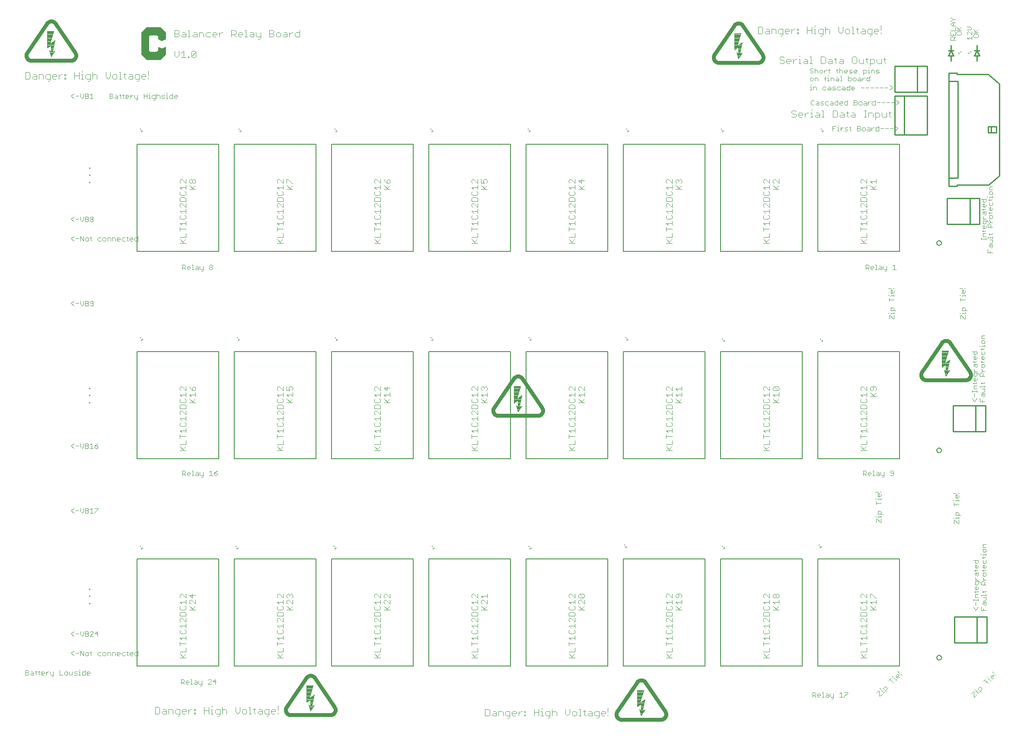
<source format=gto>
G75*
G70*
%OFA0B0*%
%FSLAX24Y24*%
%IPPOS*%
%LPD*%
%AMOC8*
5,1,8,0,0,1.08239X$1,22.5*
%
%ADD10C,0.0030*%
%ADD11C,0.0040*%
%ADD12C,0.0100*%
%ADD13C,0.0050*%
%ADD14C,0.0060*%
%ADD15C,0.0098*%
%ADD16C,0.0025*%
%ADD17C,0.0004*%
%ADD18C,0.0295*%
%ADD19C,0.0039*%
D10*
X006428Y005081D02*
X006489Y005081D01*
X006551Y005143D01*
X006551Y005451D01*
X006551Y005204D02*
X006366Y005204D01*
X006304Y005266D01*
X006304Y005451D01*
X006183Y005451D02*
X006121Y005451D01*
X005997Y005328D01*
X005876Y005328D02*
X005629Y005328D01*
X005629Y005389D02*
X005691Y005451D01*
X005814Y005451D01*
X005876Y005389D01*
X005876Y005328D01*
X005814Y005204D02*
X005691Y005204D01*
X005629Y005266D01*
X005629Y005389D01*
X005507Y005451D02*
X005384Y005451D01*
X005445Y005513D02*
X005445Y005266D01*
X005507Y005204D01*
X005261Y005204D02*
X005200Y005266D01*
X005200Y005513D01*
X005261Y005451D02*
X005138Y005451D01*
X005017Y005389D02*
X005017Y005204D01*
X004831Y005204D01*
X004770Y005266D01*
X004831Y005328D01*
X005017Y005328D01*
X005017Y005389D02*
X004955Y005451D01*
X004831Y005451D01*
X004648Y005451D02*
X004587Y005389D01*
X004401Y005389D01*
X004401Y005204D02*
X004587Y005204D01*
X004648Y005266D01*
X004648Y005328D01*
X004587Y005389D01*
X004648Y005451D02*
X004648Y005513D01*
X004587Y005575D01*
X004401Y005575D01*
X004401Y005204D01*
X005997Y005204D02*
X005997Y005451D01*
X007041Y005575D02*
X007041Y005204D01*
X007288Y005204D01*
X007409Y005266D02*
X007471Y005204D01*
X007594Y005204D01*
X007656Y005266D01*
X007656Y005389D01*
X007594Y005451D01*
X007471Y005451D01*
X007409Y005389D01*
X007409Y005266D01*
X007778Y005266D02*
X007839Y005204D01*
X007901Y005266D01*
X007963Y005204D01*
X008024Y005266D01*
X008024Y005451D01*
X008146Y005389D02*
X008208Y005451D01*
X008393Y005451D01*
X008514Y005451D02*
X008576Y005451D01*
X008576Y005204D01*
X008514Y005204D02*
X008638Y005204D01*
X008760Y005266D02*
X008760Y005389D01*
X008821Y005451D01*
X009006Y005451D01*
X009006Y005575D02*
X009006Y005204D01*
X008821Y005204D01*
X008760Y005266D01*
X008576Y005575D02*
X008576Y005636D01*
X008331Y005328D02*
X008208Y005328D01*
X008146Y005389D01*
X008146Y005204D02*
X008331Y005204D01*
X008393Y005266D01*
X008331Y005328D01*
X007778Y005266D02*
X007778Y005451D01*
X008148Y006704D02*
X007901Y006889D01*
X008148Y007075D01*
X008270Y006889D02*
X008517Y006889D01*
X008638Y006704D02*
X008638Y007075D01*
X008885Y006704D01*
X008885Y007075D01*
X009068Y006951D02*
X009006Y006889D01*
X009006Y006766D01*
X009068Y006704D01*
X009192Y006704D01*
X009253Y006766D01*
X009253Y006889D01*
X009192Y006951D01*
X009068Y006951D01*
X009375Y006951D02*
X009498Y006951D01*
X009436Y007013D02*
X009436Y006766D01*
X009498Y006704D01*
X009989Y006766D02*
X009989Y006889D01*
X010050Y006951D01*
X010235Y006951D01*
X010357Y006889D02*
X010357Y006766D01*
X010419Y006704D01*
X010542Y006704D01*
X010604Y006766D01*
X010604Y006889D01*
X010542Y006951D01*
X010419Y006951D01*
X010357Y006889D01*
X010235Y006704D02*
X010050Y006704D01*
X009989Y006766D01*
X010725Y006704D02*
X010725Y006951D01*
X010910Y006951D01*
X010972Y006889D01*
X010972Y006704D01*
X011093Y006704D02*
X011093Y006951D01*
X011279Y006951D01*
X011340Y006889D01*
X011340Y006704D01*
X011462Y006766D02*
X011462Y006889D01*
X011523Y006951D01*
X011647Y006951D01*
X011709Y006889D01*
X011709Y006828D01*
X011462Y006828D01*
X011462Y006766D02*
X011523Y006704D01*
X011647Y006704D01*
X011830Y006766D02*
X011892Y006704D01*
X012077Y006704D01*
X012260Y006766D02*
X012260Y007013D01*
X012198Y006951D02*
X012322Y006951D01*
X012444Y006889D02*
X012506Y006951D01*
X012629Y006951D01*
X012691Y006889D01*
X012691Y006828D01*
X012444Y006828D01*
X012444Y006889D02*
X012444Y006766D01*
X012506Y006704D01*
X012629Y006704D01*
X012812Y006766D02*
X012812Y006889D01*
X012874Y006951D01*
X013059Y006951D01*
X013059Y007075D02*
X013059Y006704D01*
X012874Y006704D01*
X012812Y006766D01*
X012322Y006704D02*
X012260Y006766D01*
X012077Y006951D02*
X011892Y006951D01*
X011830Y006889D01*
X011830Y006766D01*
X009928Y008204D02*
X009928Y008575D01*
X009743Y008389D01*
X009990Y008389D01*
X009622Y008451D02*
X009622Y008513D01*
X009560Y008575D01*
X009436Y008575D01*
X009375Y008513D01*
X009253Y008513D02*
X009253Y008451D01*
X009192Y008389D01*
X009006Y008389D01*
X008885Y008328D02*
X008885Y008575D01*
X009006Y008575D02*
X009192Y008575D01*
X009253Y008513D01*
X009192Y008389D02*
X009253Y008328D01*
X009253Y008266D01*
X009192Y008204D01*
X009006Y008204D01*
X009006Y008575D01*
X008885Y008328D02*
X008761Y008204D01*
X008638Y008328D01*
X008638Y008575D01*
X008517Y008389D02*
X008270Y008389D01*
X008148Y008204D02*
X007901Y008389D01*
X008148Y008575D01*
X009375Y008204D02*
X009622Y008451D01*
X009622Y008204D02*
X009375Y008204D01*
X009371Y010704D02*
X009371Y010766D01*
X009310Y010766D01*
X009310Y010704D01*
X009371Y010704D01*
X009371Y011257D02*
X009371Y011318D01*
X009310Y011318D01*
X009310Y011257D01*
X009371Y011257D01*
X009371Y011809D02*
X009371Y011871D01*
X009310Y011871D01*
X009310Y011809D01*
X009371Y011809D01*
X009375Y017704D02*
X009622Y017704D01*
X009743Y017704D02*
X009743Y017766D01*
X009990Y018013D01*
X009990Y018075D01*
X009743Y018075D01*
X009498Y018075D02*
X009498Y017704D01*
X009253Y017766D02*
X009192Y017704D01*
X009006Y017704D01*
X009006Y018075D01*
X009192Y018075D01*
X009253Y018013D01*
X009253Y017951D01*
X009192Y017889D01*
X009006Y017889D01*
X008885Y017828D02*
X008885Y018075D01*
X008638Y018075D02*
X008638Y017828D01*
X008761Y017704D01*
X008885Y017828D01*
X009192Y017889D02*
X009253Y017828D01*
X009253Y017766D01*
X009375Y017951D02*
X009498Y018075D01*
X008517Y017889D02*
X008270Y017889D01*
X008148Y017704D02*
X007901Y017889D01*
X008148Y018075D01*
X008148Y022704D02*
X007901Y022889D01*
X008148Y023075D01*
X008270Y022889D02*
X008517Y022889D01*
X008638Y022828D02*
X008761Y022704D01*
X008885Y022828D01*
X008885Y023075D01*
X009006Y023075D02*
X009192Y023075D01*
X009253Y023013D01*
X009253Y022951D01*
X009192Y022889D01*
X009006Y022889D01*
X009006Y022704D02*
X009192Y022704D01*
X009253Y022766D01*
X009253Y022828D01*
X009192Y022889D01*
X009375Y022951D02*
X009498Y023075D01*
X009498Y022704D01*
X009375Y022704D02*
X009622Y022704D01*
X009743Y022766D02*
X009805Y022704D01*
X009928Y022704D01*
X009990Y022766D01*
X009990Y022828D01*
X009928Y022889D01*
X009743Y022889D01*
X009743Y022766D01*
X009743Y022889D02*
X009866Y023013D01*
X009990Y023075D01*
X009006Y023075D02*
X009006Y022704D01*
X008638Y022828D02*
X008638Y023075D01*
X009310Y026204D02*
X009310Y026266D01*
X009371Y026266D01*
X009371Y026204D01*
X009310Y026204D01*
X009310Y026757D02*
X009310Y026818D01*
X009371Y026818D01*
X009371Y026757D01*
X009310Y026757D01*
X009310Y027309D02*
X009310Y027371D01*
X009371Y027371D01*
X009371Y027309D01*
X009310Y027309D01*
X009192Y033704D02*
X009006Y033704D01*
X009006Y034075D01*
X009192Y034075D01*
X009253Y034013D01*
X009253Y033951D01*
X009192Y033889D01*
X009006Y033889D01*
X008885Y033828D02*
X008885Y034075D01*
X008638Y034075D02*
X008638Y033828D01*
X008761Y033704D01*
X008885Y033828D01*
X009192Y033889D02*
X009253Y033828D01*
X009253Y033766D01*
X009192Y033704D01*
X009375Y033766D02*
X009436Y033704D01*
X009560Y033704D01*
X009622Y033766D01*
X009622Y034013D01*
X009560Y034075D01*
X009436Y034075D01*
X009375Y034013D01*
X009375Y033951D01*
X009436Y033889D01*
X009622Y033889D01*
X008517Y033889D02*
X008270Y033889D01*
X008148Y033704D02*
X007901Y033889D01*
X008148Y034075D01*
X008148Y038704D02*
X007901Y038889D01*
X008148Y039075D01*
X008270Y038889D02*
X008517Y038889D01*
X008638Y038704D02*
X008638Y039075D01*
X008885Y038704D01*
X008885Y039075D01*
X009068Y038951D02*
X009006Y038889D01*
X009006Y038766D01*
X009068Y038704D01*
X009192Y038704D01*
X009253Y038766D01*
X009253Y038889D01*
X009192Y038951D01*
X009068Y038951D01*
X009375Y038951D02*
X009498Y038951D01*
X009436Y039013D02*
X009436Y038766D01*
X009498Y038704D01*
X009989Y038766D02*
X010050Y038704D01*
X010235Y038704D01*
X010357Y038766D02*
X010419Y038704D01*
X010542Y038704D01*
X010604Y038766D01*
X010604Y038889D01*
X010542Y038951D01*
X010419Y038951D01*
X010357Y038889D01*
X010357Y038766D01*
X010235Y038951D02*
X010050Y038951D01*
X009989Y038889D01*
X009989Y038766D01*
X010725Y038704D02*
X010725Y038951D01*
X010910Y038951D01*
X010972Y038889D01*
X010972Y038704D01*
X011093Y038704D02*
X011093Y038951D01*
X011279Y038951D01*
X011340Y038889D01*
X011340Y038704D01*
X011462Y038766D02*
X011462Y038889D01*
X011523Y038951D01*
X011647Y038951D01*
X011709Y038889D01*
X011709Y038828D01*
X011462Y038828D01*
X011462Y038766D02*
X011523Y038704D01*
X011647Y038704D01*
X011830Y038766D02*
X011892Y038704D01*
X012077Y038704D01*
X012260Y038766D02*
X012322Y038704D01*
X012260Y038766D02*
X012260Y039013D01*
X012198Y038951D02*
X012322Y038951D01*
X012444Y038889D02*
X012506Y038951D01*
X012629Y038951D01*
X012691Y038889D01*
X012691Y038828D01*
X012444Y038828D01*
X012444Y038889D02*
X012444Y038766D01*
X012506Y038704D01*
X012629Y038704D01*
X012812Y038766D02*
X012812Y038889D01*
X012874Y038951D01*
X013059Y038951D01*
X013059Y039075D02*
X013059Y038704D01*
X012874Y038704D01*
X012812Y038766D01*
X012077Y038951D02*
X011892Y038951D01*
X011830Y038889D01*
X011830Y038766D01*
X009622Y040266D02*
X009560Y040204D01*
X009436Y040204D01*
X009375Y040266D01*
X009375Y040328D01*
X009436Y040389D01*
X009560Y040389D01*
X009622Y040328D01*
X009622Y040266D01*
X009560Y040389D02*
X009622Y040451D01*
X009622Y040513D01*
X009560Y040575D01*
X009436Y040575D01*
X009375Y040513D01*
X009375Y040451D01*
X009436Y040389D01*
X009253Y040328D02*
X009253Y040266D01*
X009192Y040204D01*
X009006Y040204D01*
X009006Y040575D01*
X009192Y040575D01*
X009253Y040513D01*
X009253Y040451D01*
X009192Y040389D01*
X009006Y040389D01*
X008885Y040328D02*
X008885Y040575D01*
X008638Y040575D02*
X008638Y040328D01*
X008761Y040204D01*
X008885Y040328D01*
X009192Y040389D02*
X009253Y040328D01*
X008517Y040389D02*
X008270Y040389D01*
X008148Y040204D02*
X007901Y040389D01*
X008148Y040575D01*
X009310Y043204D02*
X009310Y043266D01*
X009371Y043266D01*
X009371Y043204D01*
X009310Y043204D01*
X009310Y043757D02*
X009310Y043818D01*
X009371Y043818D01*
X009371Y043757D01*
X009310Y043757D01*
X009310Y044309D02*
X009310Y044371D01*
X009371Y044371D01*
X009371Y044309D01*
X009310Y044309D01*
X009375Y049704D02*
X009622Y049704D01*
X009498Y049704D02*
X009498Y050075D01*
X009375Y049951D01*
X009253Y049951D02*
X009192Y049889D01*
X009006Y049889D01*
X008885Y049828D02*
X008885Y050075D01*
X009006Y050075D02*
X009192Y050075D01*
X009253Y050013D01*
X009253Y049951D01*
X009192Y049889D02*
X009253Y049828D01*
X009253Y049766D01*
X009192Y049704D01*
X009006Y049704D01*
X009006Y050075D01*
X008885Y049828D02*
X008761Y049704D01*
X008638Y049828D01*
X008638Y050075D01*
X008517Y049889D02*
X008270Y049889D01*
X008148Y049704D02*
X007901Y049889D01*
X008148Y050075D01*
X010901Y050075D02*
X010901Y049704D01*
X011087Y049704D01*
X011148Y049766D01*
X011148Y049828D01*
X011087Y049889D01*
X010901Y049889D01*
X010901Y050075D02*
X011087Y050075D01*
X011148Y050013D01*
X011148Y049951D01*
X011087Y049889D01*
X011270Y049766D02*
X011331Y049828D01*
X011517Y049828D01*
X011517Y049889D02*
X011517Y049704D01*
X011331Y049704D01*
X011270Y049766D01*
X011331Y049951D02*
X011455Y049951D01*
X011517Y049889D01*
X011638Y049951D02*
X011761Y049951D01*
X011700Y050013D02*
X011700Y049766D01*
X011761Y049704D01*
X011945Y049766D02*
X012007Y049704D01*
X011945Y049766D02*
X011945Y050013D01*
X011884Y049951D02*
X012007Y049951D01*
X012129Y049889D02*
X012191Y049951D01*
X012314Y049951D01*
X012376Y049889D01*
X012376Y049828D01*
X012129Y049828D01*
X012129Y049889D02*
X012129Y049766D01*
X012191Y049704D01*
X012314Y049704D01*
X012497Y049704D02*
X012497Y049951D01*
X012497Y049828D02*
X012621Y049951D01*
X012683Y049951D01*
X012804Y049951D02*
X012804Y049766D01*
X012866Y049704D01*
X013051Y049704D01*
X013051Y049643D02*
X012989Y049581D01*
X012928Y049581D01*
X013051Y049643D02*
X013051Y049951D01*
X013541Y049889D02*
X013788Y049889D01*
X013909Y049951D02*
X013971Y049951D01*
X013971Y049704D01*
X013909Y049704D02*
X014033Y049704D01*
X014155Y049766D02*
X014216Y049704D01*
X014402Y049704D01*
X014402Y049643D02*
X014402Y049951D01*
X014216Y049951D01*
X014155Y049889D01*
X014155Y049766D01*
X014278Y049581D02*
X014340Y049581D01*
X014402Y049643D01*
X014523Y049704D02*
X014523Y050075D01*
X014585Y049951D02*
X014708Y049951D01*
X014770Y049889D01*
X014770Y049704D01*
X014891Y049704D02*
X015076Y049704D01*
X015138Y049766D01*
X015076Y049828D01*
X014953Y049828D01*
X014891Y049889D01*
X014953Y049951D01*
X015138Y049951D01*
X015260Y049951D02*
X015321Y049951D01*
X015321Y049704D01*
X015260Y049704D02*
X015383Y049704D01*
X015505Y049766D02*
X015505Y049889D01*
X015567Y049951D01*
X015752Y049951D01*
X015752Y050075D02*
X015752Y049704D01*
X015567Y049704D01*
X015505Y049766D01*
X015321Y050075D02*
X015321Y050136D01*
X015873Y049889D02*
X015935Y049951D01*
X016059Y049951D01*
X016120Y049889D01*
X016120Y049828D01*
X015873Y049828D01*
X015873Y049889D02*
X015873Y049766D01*
X015935Y049704D01*
X016059Y049704D01*
X014585Y049951D02*
X014523Y049889D01*
X013971Y050075D02*
X013971Y050136D01*
X013788Y050075D02*
X013788Y049704D01*
X013541Y049704D02*
X013541Y050075D01*
X016501Y036875D02*
X016687Y036875D01*
X016748Y036813D01*
X016748Y036689D01*
X016687Y036628D01*
X016501Y036628D01*
X016501Y036504D02*
X016501Y036875D01*
X016625Y036628D02*
X016748Y036504D01*
X016870Y036566D02*
X016870Y036689D01*
X016931Y036751D01*
X017055Y036751D01*
X017117Y036689D01*
X017117Y036628D01*
X016870Y036628D01*
X016870Y036566D02*
X016931Y036504D01*
X017055Y036504D01*
X017238Y036504D02*
X017361Y036504D01*
X017300Y036504D02*
X017300Y036875D01*
X017238Y036875D01*
X017545Y036751D02*
X017669Y036751D01*
X017730Y036689D01*
X017730Y036504D01*
X017545Y036504D01*
X017484Y036566D01*
X017545Y036628D01*
X017730Y036628D01*
X017852Y036566D02*
X017914Y036504D01*
X018099Y036504D01*
X018099Y036443D02*
X018037Y036381D01*
X017975Y036381D01*
X018099Y036443D02*
X018099Y036751D01*
X017852Y036751D02*
X017852Y036566D01*
X018589Y036566D02*
X018589Y036628D01*
X018650Y036689D01*
X018774Y036689D01*
X018835Y036628D01*
X018835Y036566D01*
X018774Y036504D01*
X018650Y036504D01*
X018589Y036566D01*
X018650Y036689D02*
X018589Y036751D01*
X018589Y036813D01*
X018650Y036875D01*
X018774Y036875D01*
X018835Y036813D01*
X018835Y036751D01*
X018774Y036689D01*
X018712Y020975D02*
X018712Y020604D01*
X018589Y020604D02*
X018835Y020604D01*
X018957Y020666D02*
X019019Y020604D01*
X019142Y020604D01*
X019204Y020666D01*
X019204Y020728D01*
X019142Y020789D01*
X018957Y020789D01*
X018957Y020666D01*
X018957Y020789D02*
X019080Y020913D01*
X019204Y020975D01*
X018712Y020975D02*
X018589Y020851D01*
X018099Y020851D02*
X018099Y020543D01*
X018037Y020481D01*
X017975Y020481D01*
X017914Y020604D02*
X018099Y020604D01*
X017914Y020604D02*
X017852Y020666D01*
X017852Y020851D01*
X017730Y020789D02*
X017730Y020604D01*
X017545Y020604D01*
X017484Y020666D01*
X017545Y020728D01*
X017730Y020728D01*
X017730Y020789D02*
X017669Y020851D01*
X017545Y020851D01*
X017300Y020975D02*
X017300Y020604D01*
X017361Y020604D02*
X017238Y020604D01*
X017117Y020728D02*
X016870Y020728D01*
X016870Y020789D02*
X016931Y020851D01*
X017055Y020851D01*
X017117Y020789D01*
X017117Y020728D01*
X017055Y020604D02*
X016931Y020604D01*
X016870Y020666D01*
X016870Y020789D01*
X016748Y020789D02*
X016687Y020728D01*
X016501Y020728D01*
X016501Y020604D02*
X016501Y020975D01*
X016687Y020975D01*
X016748Y020913D01*
X016748Y020789D01*
X016625Y020728D02*
X016748Y020604D01*
X017238Y020975D02*
X017300Y020975D01*
X009313Y005451D02*
X009375Y005389D01*
X009375Y005328D01*
X009128Y005328D01*
X009128Y005389D02*
X009190Y005451D01*
X009313Y005451D01*
X009128Y005389D02*
X009128Y005266D01*
X009190Y005204D01*
X009313Y005204D01*
X016401Y004875D02*
X016401Y004504D01*
X016401Y004628D02*
X016587Y004628D01*
X016648Y004689D01*
X016648Y004813D01*
X016587Y004875D01*
X016401Y004875D01*
X016525Y004628D02*
X016648Y004504D01*
X016770Y004566D02*
X016770Y004689D01*
X016831Y004751D01*
X016955Y004751D01*
X017017Y004689D01*
X017017Y004628D01*
X016770Y004628D01*
X016770Y004566D02*
X016831Y004504D01*
X016955Y004504D01*
X017138Y004504D02*
X017261Y004504D01*
X017200Y004504D02*
X017200Y004875D01*
X017138Y004875D01*
X017445Y004751D02*
X017569Y004751D01*
X017630Y004689D01*
X017630Y004504D01*
X017445Y004504D01*
X017384Y004566D01*
X017445Y004628D01*
X017630Y004628D01*
X017752Y004566D02*
X017814Y004504D01*
X017999Y004504D01*
X017999Y004443D02*
X017937Y004381D01*
X017875Y004381D01*
X017999Y004443D02*
X017999Y004751D01*
X017752Y004751D02*
X017752Y004566D01*
X018489Y004504D02*
X018735Y004751D01*
X018735Y004813D01*
X018674Y004875D01*
X018550Y004875D01*
X018489Y004813D01*
X018489Y004504D02*
X018735Y004504D01*
X018857Y004689D02*
X019104Y004689D01*
X019042Y004504D02*
X019042Y004875D01*
X018857Y004689D01*
X065101Y003875D02*
X065287Y003875D01*
X065348Y003813D01*
X065348Y003689D01*
X065287Y003628D01*
X065101Y003628D01*
X065101Y003504D02*
X065101Y003875D01*
X065225Y003628D02*
X065348Y003504D01*
X065470Y003566D02*
X065470Y003689D01*
X065531Y003751D01*
X065655Y003751D01*
X065717Y003689D01*
X065717Y003628D01*
X065470Y003628D01*
X065470Y003566D02*
X065531Y003504D01*
X065655Y003504D01*
X065838Y003504D02*
X065961Y003504D01*
X065900Y003504D02*
X065900Y003875D01*
X065838Y003875D01*
X066145Y003751D02*
X066269Y003751D01*
X066330Y003689D01*
X066330Y003504D01*
X066145Y003504D01*
X066084Y003566D01*
X066145Y003628D01*
X066330Y003628D01*
X066452Y003566D02*
X066514Y003504D01*
X066699Y003504D01*
X066699Y003443D02*
X066699Y003751D01*
X066452Y003751D02*
X066452Y003566D01*
X066575Y003381D02*
X066637Y003381D01*
X066699Y003443D01*
X067189Y003504D02*
X067435Y003504D01*
X067557Y003504D02*
X067557Y003566D01*
X067804Y003813D01*
X067804Y003875D01*
X067557Y003875D01*
X067312Y003875D02*
X067312Y003504D01*
X067189Y003751D02*
X067312Y003875D01*
X070025Y003822D02*
X070199Y003997D01*
X070243Y003953D01*
X070243Y003604D01*
X070286Y003560D01*
X070461Y003735D01*
X070547Y003821D02*
X070634Y003908D01*
X070590Y003864D02*
X070416Y004039D01*
X070372Y003995D01*
X070329Y004126D02*
X070285Y004170D01*
X070546Y004169D02*
X070677Y004300D01*
X070764Y004300D01*
X070851Y004213D01*
X070851Y004125D01*
X070720Y003994D01*
X070808Y003907D02*
X070546Y004169D01*
X070979Y004777D02*
X071154Y004952D01*
X071067Y004864D02*
X071328Y004602D01*
X071502Y004776D02*
X071589Y004863D01*
X071545Y004819D02*
X071371Y004994D01*
X071327Y004950D01*
X071283Y005081D02*
X071240Y005125D01*
X071544Y005167D02*
X071544Y005080D01*
X071632Y004993D01*
X071719Y004993D01*
X071806Y005080D01*
X071762Y005211D02*
X071588Y005036D01*
X071544Y005167D02*
X071632Y005255D01*
X071719Y005255D01*
X071762Y005211D01*
X071805Y005341D02*
X071630Y005515D01*
X071892Y005253D02*
X071936Y005210D01*
X077325Y003772D02*
X077499Y003947D01*
X077543Y003903D01*
X077543Y003554D01*
X077586Y003510D01*
X077761Y003685D01*
X077847Y003771D02*
X077934Y003858D01*
X077890Y003814D02*
X077716Y003989D01*
X077672Y003945D01*
X077629Y004076D02*
X077585Y004120D01*
X077846Y004119D02*
X077977Y004250D01*
X078064Y004250D01*
X078151Y004163D01*
X078151Y004075D01*
X078020Y003944D01*
X078108Y003857D02*
X077846Y004119D01*
X078279Y004727D02*
X078454Y004902D01*
X078367Y004814D02*
X078628Y004552D01*
X078802Y004726D02*
X078889Y004813D01*
X078845Y004769D02*
X078671Y004944D01*
X078627Y004900D01*
X078583Y005031D02*
X078540Y005075D01*
X078844Y005117D02*
X078932Y005205D01*
X079019Y005205D01*
X079062Y005161D01*
X078888Y004986D01*
X078932Y004943D02*
X078844Y005030D01*
X078844Y005117D01*
X078932Y004943D02*
X079019Y004943D01*
X079106Y005030D01*
X079236Y005160D02*
X079192Y005203D01*
X079105Y005291D02*
X078930Y005465D01*
X078471Y010204D02*
X078101Y010204D01*
X078101Y010451D01*
X078225Y010634D02*
X078225Y010758D01*
X078286Y010819D01*
X078471Y010819D01*
X078471Y010634D01*
X078410Y010573D01*
X078348Y010634D01*
X078348Y010819D01*
X078410Y010941D02*
X078471Y011003D01*
X078471Y011188D01*
X078225Y011188D01*
X078101Y011309D02*
X078101Y011371D01*
X078471Y011371D01*
X078471Y011309D02*
X078471Y011433D01*
X078410Y011616D02*
X078471Y011678D01*
X078410Y011616D02*
X078163Y011616D01*
X078225Y011555D02*
X078225Y011678D01*
X077871Y011678D02*
X077810Y011616D01*
X077563Y011616D01*
X077625Y011555D02*
X077625Y011678D01*
X077686Y011800D02*
X077625Y011862D01*
X077625Y011985D01*
X077686Y012047D01*
X077748Y012047D01*
X077748Y011800D01*
X077810Y011800D02*
X077686Y011800D01*
X077810Y011800D02*
X077871Y011862D01*
X077871Y011985D01*
X077810Y012169D02*
X077871Y012230D01*
X077871Y012415D01*
X077933Y012415D02*
X077625Y012415D01*
X077625Y012230D01*
X077686Y012169D01*
X077810Y012169D01*
X077995Y012292D02*
X077995Y012354D01*
X077933Y012415D01*
X077871Y012537D02*
X077625Y012537D01*
X077748Y012537D02*
X077625Y012660D01*
X077625Y012722D01*
X077625Y012905D02*
X077625Y013029D01*
X077686Y013091D01*
X077871Y013091D01*
X077871Y012905D01*
X077810Y012844D01*
X077748Y012905D01*
X077748Y013091D01*
X077625Y013212D02*
X077625Y013335D01*
X077563Y013274D02*
X077810Y013274D01*
X077871Y013335D01*
X077810Y013458D02*
X077686Y013458D01*
X077625Y013519D01*
X077625Y013643D01*
X077686Y013704D01*
X077748Y013704D01*
X077748Y013458D01*
X077810Y013458D02*
X077871Y013519D01*
X077871Y013643D01*
X077810Y013826D02*
X077686Y013826D01*
X077625Y013888D01*
X077625Y014073D01*
X077501Y014073D02*
X077871Y014073D01*
X077871Y013888D01*
X077810Y013826D01*
X078225Y013888D02*
X078286Y013826D01*
X078410Y013826D01*
X078471Y013888D01*
X078471Y014073D01*
X078410Y014256D02*
X078471Y014318D01*
X078410Y014256D02*
X078163Y014256D01*
X078225Y014194D02*
X078225Y014318D01*
X078225Y014440D02*
X078225Y014501D01*
X078471Y014501D01*
X078471Y014440D02*
X078471Y014563D01*
X078410Y014685D02*
X078471Y014747D01*
X078471Y014870D01*
X078410Y014932D01*
X078286Y014932D01*
X078225Y014870D01*
X078225Y014747D01*
X078286Y014685D01*
X078410Y014685D01*
X078101Y014501D02*
X078039Y014501D01*
X078225Y014073D02*
X078225Y013888D01*
X078286Y013704D02*
X078348Y013704D01*
X078348Y013458D01*
X078286Y013458D02*
X078225Y013519D01*
X078225Y013643D01*
X078286Y013704D01*
X078471Y013643D02*
X078471Y013519D01*
X078410Y013458D01*
X078286Y013458D01*
X078225Y013335D02*
X078225Y013212D01*
X078163Y013274D02*
X078410Y013274D01*
X078471Y013335D01*
X078410Y013091D02*
X078286Y013091D01*
X078225Y013029D01*
X078225Y012905D01*
X078286Y012844D01*
X078410Y012844D01*
X078471Y012905D01*
X078471Y013029D01*
X078410Y013091D01*
X078225Y012722D02*
X078225Y012660D01*
X078348Y012537D01*
X078471Y012537D02*
X078225Y012537D01*
X078286Y012415D02*
X078348Y012354D01*
X078348Y012169D01*
X078471Y012169D02*
X078101Y012169D01*
X078101Y012354D01*
X078163Y012415D01*
X078286Y012415D01*
X077871Y011433D02*
X077686Y011433D01*
X077625Y011372D01*
X077625Y011186D01*
X077871Y011186D01*
X077871Y011064D02*
X077871Y010941D01*
X077871Y011003D02*
X077501Y011003D01*
X077501Y011064D02*
X077501Y010941D01*
X077686Y010819D02*
X077686Y010573D01*
X077501Y010451D02*
X077686Y010204D01*
X077871Y010451D01*
X078286Y010328D02*
X078286Y010204D01*
X078225Y010941D02*
X078410Y010941D01*
X078471Y015054D02*
X078225Y015054D01*
X078225Y015239D01*
X078286Y015300D01*
X078471Y015300D01*
X076371Y016904D02*
X076371Y017151D01*
X076371Y017273D02*
X076371Y017396D01*
X076371Y017334D02*
X076125Y017334D01*
X076125Y017273D01*
X076063Y017151D02*
X076310Y016904D01*
X076371Y016904D01*
X076001Y016904D02*
X076001Y017151D01*
X076063Y017151D01*
X076001Y017334D02*
X075939Y017334D01*
X076125Y017518D02*
X076125Y017703D01*
X076186Y017765D01*
X076310Y017765D01*
X076371Y017703D01*
X076371Y017518D01*
X076495Y017518D02*
X076125Y017518D01*
X076001Y018255D02*
X076001Y018502D01*
X076001Y018378D02*
X076371Y018378D01*
X076371Y018623D02*
X076371Y018746D01*
X076371Y018685D02*
X076125Y018685D01*
X076125Y018623D01*
X076001Y018685D02*
X075939Y018685D01*
X076125Y018930D02*
X076125Y019054D01*
X076186Y019115D01*
X076248Y019115D01*
X076248Y018869D01*
X076186Y018869D02*
X076125Y018930D01*
X076186Y018869D02*
X076310Y018869D01*
X076371Y018930D01*
X076371Y019054D01*
X076371Y019237D02*
X076310Y019237D01*
X076186Y019237D02*
X075939Y019237D01*
X071335Y020666D02*
X071274Y020604D01*
X071150Y020604D01*
X071089Y020666D01*
X071150Y020789D02*
X071335Y020789D01*
X071335Y020666D02*
X071335Y020913D01*
X071274Y020975D01*
X071150Y020975D01*
X071089Y020913D01*
X071089Y020851D01*
X071150Y020789D01*
X070599Y020851D02*
X070599Y020543D01*
X070537Y020481D01*
X070475Y020481D01*
X070414Y020604D02*
X070599Y020604D01*
X070414Y020604D02*
X070352Y020666D01*
X070352Y020851D01*
X070230Y020789D02*
X070230Y020604D01*
X070045Y020604D01*
X069984Y020666D01*
X070045Y020728D01*
X070230Y020728D01*
X070230Y020789D02*
X070169Y020851D01*
X070045Y020851D01*
X069800Y020975D02*
X069800Y020604D01*
X069861Y020604D02*
X069738Y020604D01*
X069617Y020728D02*
X069370Y020728D01*
X069370Y020789D02*
X069431Y020851D01*
X069555Y020851D01*
X069617Y020789D01*
X069617Y020728D01*
X069555Y020604D02*
X069431Y020604D01*
X069370Y020666D01*
X069370Y020789D01*
X069248Y020789D02*
X069187Y020728D01*
X069001Y020728D01*
X069001Y020604D02*
X069001Y020975D01*
X069187Y020975D01*
X069248Y020913D01*
X069248Y020789D01*
X069125Y020728D02*
X069248Y020604D01*
X069738Y020975D02*
X069800Y020975D01*
X069939Y019337D02*
X070186Y019337D01*
X070186Y019215D02*
X070248Y019215D01*
X070248Y018969D01*
X070186Y018969D02*
X070125Y019030D01*
X070125Y019154D01*
X070186Y019215D01*
X070310Y019337D02*
X070371Y019337D01*
X070371Y019154D02*
X070371Y019030D01*
X070310Y018969D01*
X070186Y018969D01*
X070125Y018785D02*
X070371Y018785D01*
X070371Y018846D02*
X070371Y018723D01*
X070371Y018478D02*
X070001Y018478D01*
X070001Y018355D02*
X070001Y018602D01*
X070125Y018723D02*
X070125Y018785D01*
X070001Y018785D02*
X069939Y018785D01*
X070186Y017865D02*
X070310Y017865D01*
X070371Y017803D01*
X070371Y017618D01*
X070371Y017496D02*
X070371Y017373D01*
X070371Y017434D02*
X070125Y017434D01*
X070125Y017373D01*
X070063Y017251D02*
X070310Y017004D01*
X070371Y017004D01*
X070371Y017251D01*
X070063Y017251D02*
X070001Y017251D01*
X070001Y017004D01*
X070001Y017434D02*
X069939Y017434D01*
X070125Y017618D02*
X070125Y017803D01*
X070186Y017865D01*
X070125Y017618D02*
X070495Y017618D01*
X077586Y026304D02*
X077771Y026551D01*
X077586Y026673D02*
X077586Y026919D01*
X077401Y027041D02*
X077401Y027164D01*
X077401Y027103D02*
X077771Y027103D01*
X077771Y027164D02*
X077771Y027041D01*
X077771Y027286D02*
X077525Y027286D01*
X077525Y027472D01*
X077586Y027533D01*
X077771Y027533D01*
X077710Y027716D02*
X077771Y027778D01*
X077710Y027716D02*
X077463Y027716D01*
X077525Y027655D02*
X077525Y027778D01*
X077586Y027900D02*
X077525Y027962D01*
X077525Y028085D01*
X077586Y028147D01*
X077648Y028147D01*
X077648Y027900D01*
X077710Y027900D02*
X077586Y027900D01*
X077710Y027900D02*
X077771Y027962D01*
X077771Y028085D01*
X077710Y028269D02*
X077771Y028330D01*
X077771Y028515D01*
X077833Y028515D02*
X077525Y028515D01*
X077525Y028330D01*
X077586Y028269D01*
X077710Y028269D01*
X077895Y028392D02*
X077895Y028454D01*
X077833Y028515D01*
X077771Y028637D02*
X077525Y028637D01*
X077648Y028637D02*
X077525Y028760D01*
X077525Y028822D01*
X077525Y029005D02*
X077525Y029129D01*
X077586Y029191D01*
X077771Y029191D01*
X077771Y029005D01*
X077710Y028944D01*
X077648Y029005D01*
X077648Y029191D01*
X077525Y029312D02*
X077525Y029435D01*
X077463Y029374D02*
X077710Y029374D01*
X077771Y029435D01*
X077710Y029558D02*
X077586Y029558D01*
X077525Y029619D01*
X077525Y029743D01*
X077586Y029804D01*
X077648Y029804D01*
X077648Y029558D01*
X077710Y029558D02*
X077771Y029619D01*
X077771Y029743D01*
X077710Y029926D02*
X077586Y029926D01*
X077525Y029988D01*
X077525Y030173D01*
X077401Y030173D02*
X077771Y030173D01*
X077771Y029988D01*
X077710Y029926D01*
X078125Y029988D02*
X078186Y029926D01*
X078310Y029926D01*
X078371Y029988D01*
X078371Y030173D01*
X078310Y030356D02*
X078371Y030418D01*
X078310Y030356D02*
X078063Y030356D01*
X078125Y030294D02*
X078125Y030418D01*
X078125Y030540D02*
X078125Y030601D01*
X078371Y030601D01*
X078371Y030540D02*
X078371Y030663D01*
X078310Y030785D02*
X078371Y030847D01*
X078371Y030970D01*
X078310Y031032D01*
X078186Y031032D01*
X078125Y030970D01*
X078125Y030847D01*
X078186Y030785D01*
X078310Y030785D01*
X078001Y030601D02*
X077939Y030601D01*
X078125Y030173D02*
X078125Y029988D01*
X078186Y029804D02*
X078125Y029743D01*
X078125Y029619D01*
X078186Y029558D01*
X078310Y029558D01*
X078371Y029619D01*
X078371Y029743D01*
X078248Y029804D02*
X078248Y029558D01*
X078125Y029435D02*
X078125Y029312D01*
X078063Y029374D02*
X078310Y029374D01*
X078371Y029435D01*
X078310Y029191D02*
X078186Y029191D01*
X078125Y029129D01*
X078125Y029005D01*
X078186Y028944D01*
X078310Y028944D01*
X078371Y029005D01*
X078371Y029129D01*
X078310Y029191D01*
X078125Y028822D02*
X078125Y028760D01*
X078248Y028637D01*
X078371Y028637D02*
X078125Y028637D01*
X078063Y028515D02*
X078186Y028515D01*
X078248Y028454D01*
X078248Y028269D01*
X078371Y028269D02*
X078001Y028269D01*
X078001Y028454D01*
X078063Y028515D01*
X078125Y027778D02*
X078125Y027655D01*
X078063Y027716D02*
X078310Y027716D01*
X078371Y027778D01*
X078371Y027533D02*
X078371Y027409D01*
X078371Y027471D02*
X078001Y027471D01*
X078001Y027409D01*
X078125Y027288D02*
X078371Y027288D01*
X078371Y027103D01*
X078310Y027041D01*
X078125Y027041D01*
X078186Y026919D02*
X078125Y026858D01*
X078125Y026734D01*
X078248Y026734D02*
X078248Y026919D01*
X078186Y026919D02*
X078371Y026919D01*
X078371Y026734D01*
X078310Y026673D01*
X078248Y026734D01*
X078001Y026551D02*
X078001Y026304D01*
X078371Y026304D01*
X078186Y026304D02*
X078186Y026428D01*
X077586Y026304D02*
X077401Y026551D01*
X078186Y029804D02*
X078248Y029804D01*
X078125Y031154D02*
X078125Y031339D01*
X078186Y031400D01*
X078371Y031400D01*
X078371Y031154D02*
X078125Y031154D01*
X076871Y032704D02*
X076871Y032951D01*
X076871Y033073D02*
X076871Y033196D01*
X076871Y033134D02*
X076625Y033134D01*
X076625Y033073D01*
X076563Y032951D02*
X076810Y032704D01*
X076871Y032704D01*
X076501Y032704D02*
X076501Y032951D01*
X076563Y032951D01*
X076501Y033134D02*
X076439Y033134D01*
X076625Y033318D02*
X076625Y033503D01*
X076686Y033565D01*
X076810Y033565D01*
X076871Y033503D01*
X076871Y033318D01*
X076995Y033318D02*
X076625Y033318D01*
X076501Y034055D02*
X076501Y034302D01*
X076501Y034178D02*
X076871Y034178D01*
X076871Y034423D02*
X076871Y034546D01*
X076871Y034485D02*
X076625Y034485D01*
X076625Y034423D01*
X076501Y034485D02*
X076439Y034485D01*
X076625Y034730D02*
X076625Y034854D01*
X076686Y034915D01*
X076748Y034915D01*
X076748Y034669D01*
X076686Y034669D02*
X076625Y034730D01*
X076686Y034669D02*
X076810Y034669D01*
X076871Y034730D01*
X076871Y034854D01*
X076871Y035037D02*
X076810Y035037D01*
X076686Y035037D02*
X076439Y035037D01*
X078601Y037804D02*
X078601Y038051D01*
X078725Y038234D02*
X078725Y038358D01*
X078786Y038419D01*
X078971Y038419D01*
X078971Y038234D01*
X078910Y038173D01*
X078848Y038234D01*
X078848Y038419D01*
X078910Y038541D02*
X078971Y038603D01*
X078971Y038788D01*
X078725Y038788D01*
X078601Y038909D02*
X078601Y038971D01*
X078971Y038971D01*
X078971Y038909D02*
X078971Y039033D01*
X078910Y039216D02*
X078971Y039278D01*
X078910Y039216D02*
X078663Y039216D01*
X078725Y039155D02*
X078725Y039278D01*
X078471Y039297D02*
X078286Y039297D01*
X078225Y039235D01*
X078225Y039050D01*
X078471Y039050D01*
X078471Y038928D02*
X078471Y038804D01*
X078471Y038866D02*
X078101Y038866D01*
X078101Y038804D02*
X078101Y038928D01*
X078225Y039418D02*
X078225Y039542D01*
X078163Y039480D02*
X078410Y039480D01*
X078471Y039542D01*
X078410Y039664D02*
X078286Y039664D01*
X078225Y039725D01*
X078225Y039849D01*
X078286Y039910D01*
X078348Y039910D01*
X078348Y039664D01*
X078410Y039664D02*
X078471Y039725D01*
X078471Y039849D01*
X078601Y039769D02*
X078601Y039954D01*
X078663Y040015D01*
X078786Y040015D01*
X078848Y039954D01*
X078848Y039769D01*
X078971Y039769D02*
X078601Y039769D01*
X078410Y040032D02*
X078471Y040094D01*
X078471Y040279D01*
X078533Y040279D02*
X078225Y040279D01*
X078225Y040094D01*
X078286Y040032D01*
X078410Y040032D01*
X078595Y040155D02*
X078595Y040217D01*
X078533Y040279D01*
X078471Y040400D02*
X078225Y040400D01*
X078348Y040400D02*
X078225Y040524D01*
X078225Y040585D01*
X078225Y040769D02*
X078225Y040892D01*
X078286Y040954D01*
X078471Y040954D01*
X078471Y040769D01*
X078410Y040707D01*
X078348Y040769D01*
X078348Y040954D01*
X078225Y041075D02*
X078225Y041199D01*
X078163Y041137D02*
X078410Y041137D01*
X078471Y041199D01*
X078410Y041321D02*
X078286Y041321D01*
X078225Y041383D01*
X078225Y041506D01*
X078286Y041568D01*
X078348Y041568D01*
X078348Y041321D01*
X078410Y041321D02*
X078471Y041383D01*
X078471Y041506D01*
X078410Y041689D02*
X078286Y041689D01*
X078225Y041751D01*
X078225Y041936D01*
X078101Y041936D02*
X078471Y041936D01*
X078471Y041751D01*
X078410Y041689D01*
X078663Y041856D02*
X078910Y041856D01*
X078971Y041918D01*
X078971Y042040D02*
X078971Y042163D01*
X078971Y042101D02*
X078725Y042101D01*
X078725Y042040D01*
X078725Y041918D02*
X078725Y041794D01*
X078725Y041673D02*
X078725Y041488D01*
X078786Y041426D01*
X078910Y041426D01*
X078971Y041488D01*
X078971Y041673D01*
X078848Y041304D02*
X078848Y041058D01*
X078786Y041058D02*
X078725Y041119D01*
X078725Y041243D01*
X078786Y041304D01*
X078848Y041304D01*
X078971Y041243D02*
X078971Y041119D01*
X078910Y041058D01*
X078786Y041058D01*
X078725Y040935D02*
X078725Y040812D01*
X078663Y040874D02*
X078910Y040874D01*
X078971Y040935D01*
X078910Y040691D02*
X078786Y040691D01*
X078725Y040629D01*
X078725Y040505D01*
X078786Y040444D01*
X078910Y040444D01*
X078971Y040505D01*
X078971Y040629D01*
X078910Y040691D01*
X078725Y040322D02*
X078725Y040260D01*
X078848Y040137D01*
X078971Y040137D02*
X078725Y040137D01*
X078725Y038541D02*
X078910Y038541D01*
X078786Y037928D02*
X078786Y037804D01*
X078971Y037804D02*
X078601Y037804D01*
X078539Y042101D02*
X078601Y042101D01*
X078786Y042285D02*
X078910Y042285D01*
X078971Y042347D01*
X078971Y042470D01*
X078910Y042532D01*
X078786Y042532D01*
X078725Y042470D01*
X078725Y042347D01*
X078786Y042285D01*
X078725Y042654D02*
X078725Y042839D01*
X078786Y042900D01*
X078971Y042900D01*
X078971Y042654D02*
X078725Y042654D01*
X071680Y047389D02*
X071433Y047204D01*
X071311Y047389D02*
X071065Y047389D01*
X070943Y047389D02*
X070696Y047389D01*
X070575Y047389D02*
X070328Y047389D01*
X070207Y047451D02*
X070021Y047451D01*
X069960Y047389D01*
X069960Y047266D01*
X070021Y047204D01*
X070207Y047204D01*
X070207Y047575D01*
X069838Y047451D02*
X069776Y047451D01*
X069653Y047328D01*
X069531Y047328D02*
X069346Y047328D01*
X069285Y047266D01*
X069346Y047204D01*
X069531Y047204D01*
X069531Y047389D01*
X069470Y047451D01*
X069346Y047451D01*
X069163Y047389D02*
X069101Y047451D01*
X068978Y047451D01*
X068916Y047389D01*
X068916Y047266D01*
X068978Y047204D01*
X069101Y047204D01*
X069163Y047266D01*
X069163Y047389D01*
X068795Y047328D02*
X068795Y047266D01*
X068733Y047204D01*
X068548Y047204D01*
X068548Y047575D01*
X068733Y047575D01*
X068795Y047513D01*
X068795Y047451D01*
X068733Y047389D01*
X068548Y047389D01*
X068733Y047389D02*
X068795Y047328D01*
X068058Y047451D02*
X067934Y047451D01*
X067996Y047513D02*
X067996Y047266D01*
X068058Y047204D01*
X067813Y047266D02*
X067751Y047328D01*
X067627Y047328D01*
X067566Y047389D01*
X067627Y047451D01*
X067813Y047451D01*
X067813Y047266D02*
X067751Y047204D01*
X067566Y047204D01*
X067444Y047451D02*
X067382Y047451D01*
X067259Y047328D01*
X067259Y047451D02*
X067259Y047204D01*
X067137Y047204D02*
X067013Y047204D01*
X067075Y047204D02*
X067075Y047451D01*
X067013Y047451D01*
X067075Y047575D02*
X067075Y047636D01*
X066892Y047575D02*
X066645Y047575D01*
X066645Y047204D01*
X066645Y047389D02*
X066769Y047389D01*
X066685Y049204D02*
X066500Y049204D01*
X066438Y049266D01*
X066500Y049328D01*
X066685Y049328D01*
X066685Y049389D02*
X066685Y049204D01*
X066806Y049266D02*
X066806Y049389D01*
X066868Y049451D01*
X067053Y049451D01*
X067053Y049575D02*
X067053Y049204D01*
X066868Y049204D01*
X066806Y049266D01*
X066685Y049389D02*
X066623Y049451D01*
X066500Y049451D01*
X066317Y049451D02*
X066131Y049451D01*
X066070Y049389D01*
X066070Y049266D01*
X066131Y049204D01*
X066317Y049204D01*
X065948Y049266D02*
X065887Y049328D01*
X065763Y049328D01*
X065701Y049389D01*
X065763Y049451D01*
X065948Y049451D01*
X065948Y049266D02*
X065887Y049204D01*
X065701Y049204D01*
X065580Y049204D02*
X065395Y049204D01*
X065333Y049266D01*
X065395Y049328D01*
X065580Y049328D01*
X065580Y049389D02*
X065580Y049204D01*
X065580Y049389D02*
X065518Y049451D01*
X065395Y049451D01*
X065212Y049513D02*
X065150Y049575D01*
X065027Y049575D01*
X064965Y049513D01*
X064965Y049266D01*
X065027Y049204D01*
X065150Y049204D01*
X065212Y049266D01*
X065147Y050354D02*
X065147Y050601D01*
X065332Y050601D01*
X065394Y050539D01*
X065394Y050354D01*
X065025Y050354D02*
X064901Y050354D01*
X064963Y050354D02*
X064963Y050601D01*
X064901Y050601D01*
X064963Y050725D02*
X064963Y050786D01*
X064963Y051054D02*
X064901Y051116D01*
X064901Y051239D01*
X064963Y051301D01*
X065087Y051301D01*
X065148Y051239D01*
X065148Y051116D01*
X065087Y051054D01*
X064963Y051054D01*
X065270Y051054D02*
X065270Y051301D01*
X065455Y051301D01*
X065517Y051239D01*
X065517Y051054D01*
X066006Y051239D02*
X066130Y051239D01*
X066252Y051301D02*
X066314Y051301D01*
X066314Y051054D01*
X066375Y051054D02*
X066252Y051054D01*
X066068Y051054D02*
X066068Y051363D01*
X066130Y051425D01*
X066314Y051425D02*
X066314Y051486D01*
X066437Y051654D02*
X066375Y051716D01*
X066375Y051963D01*
X066313Y051901D02*
X066437Y051901D01*
X066192Y051901D02*
X066130Y051901D01*
X066006Y051778D01*
X066006Y051901D02*
X066006Y051654D01*
X065885Y051716D02*
X065885Y051839D01*
X065823Y051901D01*
X065700Y051901D01*
X065638Y051839D01*
X065638Y051716D01*
X065700Y051654D01*
X065823Y051654D01*
X065885Y051716D01*
X065517Y051654D02*
X065517Y051839D01*
X065455Y051901D01*
X065331Y051901D01*
X065270Y051839D01*
X065148Y051778D02*
X065148Y051716D01*
X065087Y051654D01*
X064963Y051654D01*
X064901Y051716D01*
X064963Y051839D02*
X065087Y051839D01*
X065148Y051778D01*
X065270Y051654D02*
X065270Y052025D01*
X065148Y051963D02*
X065087Y052025D01*
X064963Y052025D01*
X064901Y051963D01*
X064901Y051901D01*
X064963Y051839D01*
X065945Y050601D02*
X065884Y050539D01*
X065884Y050416D01*
X065945Y050354D01*
X066130Y050354D01*
X066252Y050416D02*
X066314Y050478D01*
X066499Y050478D01*
X066499Y050539D02*
X066499Y050354D01*
X066314Y050354D01*
X066252Y050416D01*
X066314Y050601D02*
X066437Y050601D01*
X066499Y050539D01*
X066620Y050539D02*
X066682Y050601D01*
X066867Y050601D01*
X066989Y050539D02*
X066989Y050416D01*
X067050Y050354D01*
X067235Y050354D01*
X067357Y050416D02*
X067419Y050478D01*
X067604Y050478D01*
X067604Y050539D02*
X067604Y050354D01*
X067419Y050354D01*
X067357Y050416D01*
X067419Y050601D02*
X067542Y050601D01*
X067604Y050539D01*
X067725Y050539D02*
X067725Y050416D01*
X067787Y050354D01*
X067972Y050354D01*
X067972Y050725D01*
X067972Y050601D02*
X067787Y050601D01*
X067725Y050539D01*
X068093Y050539D02*
X068155Y050601D01*
X068279Y050601D01*
X068340Y050539D01*
X068340Y050478D01*
X068093Y050478D01*
X068093Y050539D02*
X068093Y050416D01*
X068155Y050354D01*
X068279Y050354D01*
X068830Y050539D02*
X069077Y050539D01*
X069198Y050539D02*
X069445Y050539D01*
X069567Y050539D02*
X069814Y050539D01*
X069935Y050539D02*
X070182Y050539D01*
X070303Y050539D02*
X070550Y050539D01*
X070672Y050539D02*
X070918Y050539D01*
X071040Y050354D02*
X071287Y050539D01*
X071040Y050725D01*
X071533Y049575D02*
X071780Y049389D01*
X071533Y049204D01*
X071412Y049389D02*
X071165Y049389D01*
X071043Y049389D02*
X070796Y049389D01*
X070675Y049389D02*
X070428Y049389D01*
X070307Y049389D02*
X070060Y049389D01*
X069938Y049451D02*
X069753Y049451D01*
X069691Y049389D01*
X069691Y049266D01*
X069753Y049204D01*
X069938Y049204D01*
X069938Y049575D01*
X069570Y049451D02*
X069508Y049451D01*
X069385Y049328D01*
X069263Y049328D02*
X069078Y049328D01*
X069016Y049266D01*
X069078Y049204D01*
X069263Y049204D01*
X069263Y049389D01*
X069201Y049451D01*
X069078Y049451D01*
X068895Y049389D02*
X068833Y049451D01*
X068710Y049451D01*
X068648Y049389D01*
X068648Y049266D01*
X068710Y049204D01*
X068833Y049204D01*
X068895Y049266D01*
X068895Y049389D01*
X068526Y049328D02*
X068526Y049266D01*
X068465Y049204D01*
X068280Y049204D01*
X068280Y049575D01*
X068465Y049575D01*
X068526Y049513D01*
X068526Y049451D01*
X068465Y049389D01*
X068280Y049389D01*
X068465Y049389D02*
X068526Y049328D01*
X067790Y049451D02*
X067605Y049451D01*
X067543Y049389D01*
X067543Y049266D01*
X067605Y049204D01*
X067790Y049204D01*
X067790Y049575D01*
X067422Y049389D02*
X067422Y049328D01*
X067175Y049328D01*
X067175Y049389D02*
X067175Y049266D01*
X067236Y049204D01*
X067360Y049204D01*
X067422Y049389D02*
X067360Y049451D01*
X067236Y049451D01*
X067175Y049389D01*
X066805Y050354D02*
X066867Y050416D01*
X066805Y050478D01*
X066682Y050478D01*
X066620Y050539D01*
X066620Y050354D02*
X066805Y050354D01*
X066989Y050539D02*
X067050Y050601D01*
X067235Y050601D01*
X067234Y051054D02*
X067357Y051054D01*
X067296Y051054D02*
X067296Y051425D01*
X067234Y051425D01*
X067051Y051301D02*
X067113Y051239D01*
X067113Y051054D01*
X066927Y051054D01*
X066866Y051116D01*
X066927Y051178D01*
X067113Y051178D01*
X067051Y051301D02*
X066927Y051301D01*
X066744Y051239D02*
X066744Y051054D01*
X066744Y051239D02*
X066683Y051301D01*
X066497Y051301D01*
X066497Y051054D01*
X066130Y050601D02*
X065945Y050601D01*
X066989Y051716D02*
X067051Y051654D01*
X066989Y051716D02*
X066989Y051963D01*
X066927Y051901D02*
X067051Y051901D01*
X067173Y051839D02*
X067234Y051901D01*
X067358Y051901D01*
X067419Y051839D01*
X067419Y051654D01*
X067541Y051716D02*
X067541Y051839D01*
X067603Y051901D01*
X067726Y051901D01*
X067788Y051839D01*
X067788Y051778D01*
X067541Y051778D01*
X067541Y051716D02*
X067603Y051654D01*
X067726Y051654D01*
X067909Y051654D02*
X068094Y051654D01*
X068156Y051716D01*
X068094Y051778D01*
X067971Y051778D01*
X067909Y051839D01*
X067971Y051901D01*
X068156Y051901D01*
X068278Y051839D02*
X068339Y051901D01*
X068463Y051901D01*
X068524Y051839D01*
X068524Y051778D01*
X068278Y051778D01*
X068278Y051839D02*
X068278Y051716D01*
X068339Y051654D01*
X068463Y051654D01*
X068401Y051301D02*
X068278Y051301D01*
X068216Y051239D01*
X068216Y051116D01*
X068278Y051054D01*
X068401Y051054D01*
X068463Y051116D01*
X068463Y051239D01*
X068401Y051301D01*
X068646Y051301D02*
X068770Y051301D01*
X068831Y051239D01*
X068831Y051054D01*
X068646Y051054D01*
X068584Y051116D01*
X068646Y051178D01*
X068831Y051178D01*
X068953Y051178D02*
X069076Y051301D01*
X069138Y051301D01*
X069260Y051239D02*
X069321Y051301D01*
X069506Y051301D01*
X069506Y051425D02*
X069506Y051054D01*
X069321Y051054D01*
X069260Y051116D01*
X069260Y051239D01*
X068953Y051301D02*
X068953Y051054D01*
X069014Y051531D02*
X069014Y051901D01*
X069199Y051901D01*
X069261Y051839D01*
X069261Y051716D01*
X069199Y051654D01*
X069014Y051654D01*
X069382Y051654D02*
X069506Y051654D01*
X069444Y051654D02*
X069444Y051901D01*
X069382Y051901D01*
X069444Y052025D02*
X069444Y052086D01*
X069628Y051901D02*
X069813Y051901D01*
X069875Y051839D01*
X069875Y051654D01*
X069996Y051654D02*
X070181Y051654D01*
X070243Y051716D01*
X070181Y051778D01*
X070058Y051778D01*
X069996Y051839D01*
X070058Y051901D01*
X070243Y051901D01*
X069628Y051901D02*
X069628Y051654D01*
X068095Y051239D02*
X068033Y051301D01*
X067848Y051301D01*
X067848Y051425D02*
X067848Y051054D01*
X068033Y051054D01*
X068095Y051116D01*
X068095Y051239D01*
X067173Y051654D02*
X067173Y052025D01*
X069385Y049451D02*
X069385Y049204D01*
X069653Y047451D02*
X069653Y047204D01*
X071433Y047575D02*
X071680Y047389D01*
X075751Y054204D02*
X075751Y054389D01*
X075813Y054451D01*
X075936Y054451D01*
X075998Y054389D01*
X075998Y054204D01*
X076121Y054204D02*
X075751Y054204D01*
X075998Y054328D02*
X076121Y054451D01*
X076121Y054573D02*
X076121Y054819D01*
X076201Y054789D02*
X076263Y054851D01*
X076510Y054851D01*
X076571Y054789D01*
X076571Y054666D01*
X076510Y054604D01*
X076263Y054604D01*
X076201Y054666D01*
X076201Y054789D01*
X076121Y054941D02*
X076121Y055188D01*
X076201Y055219D02*
X076448Y054973D01*
X076386Y055034D02*
X076571Y055219D01*
X076571Y054973D02*
X076201Y054973D01*
X076121Y054941D02*
X075751Y054941D01*
X075751Y054819D02*
X075751Y054573D01*
X076121Y054573D01*
X075936Y054573D02*
X075936Y054696D01*
X075936Y055309D02*
X075936Y055556D01*
X075875Y055556D02*
X076121Y055556D01*
X076121Y055801D02*
X075936Y055801D01*
X075813Y055924D01*
X075751Y055924D01*
X075936Y055801D02*
X075813Y055678D01*
X075751Y055678D01*
X075875Y055556D02*
X075751Y055433D01*
X075875Y055309D01*
X076121Y055309D01*
X077001Y055238D02*
X077248Y055238D01*
X077371Y055114D01*
X077248Y054991D01*
X077001Y054991D01*
X077063Y054869D02*
X077001Y054808D01*
X077001Y054684D01*
X077063Y054623D01*
X077063Y054869D02*
X077125Y054869D01*
X077371Y054623D01*
X077371Y054869D01*
X077501Y054773D02*
X077871Y054773D01*
X077748Y054773D02*
X077501Y055019D01*
X077686Y054834D02*
X077871Y055019D01*
X077810Y054651D02*
X077563Y054651D01*
X077501Y054589D01*
X077501Y054466D01*
X077563Y054404D01*
X077810Y054404D01*
X077871Y054466D01*
X077871Y054589D01*
X077810Y054651D01*
X077371Y054501D02*
X077371Y054254D01*
X077371Y054378D02*
X077001Y054378D01*
X077125Y054254D01*
X071412Y036875D02*
X071412Y036504D01*
X071289Y036504D02*
X071535Y036504D01*
X071289Y036751D02*
X071412Y036875D01*
X070799Y036751D02*
X070799Y036443D01*
X070737Y036381D01*
X070675Y036381D01*
X070614Y036504D02*
X070799Y036504D01*
X070614Y036504D02*
X070552Y036566D01*
X070552Y036751D01*
X070430Y036689D02*
X070369Y036751D01*
X070245Y036751D01*
X070245Y036628D02*
X070430Y036628D01*
X070430Y036689D02*
X070430Y036504D01*
X070245Y036504D01*
X070184Y036566D01*
X070245Y036628D01*
X070061Y036504D02*
X069938Y036504D01*
X070000Y036504D02*
X070000Y036875D01*
X069938Y036875D01*
X069755Y036751D02*
X069817Y036689D01*
X069817Y036628D01*
X069570Y036628D01*
X069570Y036689D02*
X069631Y036751D01*
X069755Y036751D01*
X069570Y036689D02*
X069570Y036566D01*
X069631Y036504D01*
X069755Y036504D01*
X069448Y036504D02*
X069325Y036628D01*
X069387Y036628D02*
X069201Y036628D01*
X069201Y036504D02*
X069201Y036875D01*
X069387Y036875D01*
X069448Y036813D01*
X069448Y036689D01*
X069387Y036628D01*
X070939Y035037D02*
X071186Y035037D01*
X071186Y034915D02*
X071248Y034915D01*
X071248Y034669D01*
X071186Y034669D02*
X071125Y034730D01*
X071125Y034854D01*
X071186Y034915D01*
X071310Y035037D02*
X071371Y035037D01*
X071371Y034854D02*
X071371Y034730D01*
X071310Y034669D01*
X071186Y034669D01*
X071125Y034485D02*
X071371Y034485D01*
X071371Y034546D02*
X071371Y034423D01*
X071371Y034178D02*
X071001Y034178D01*
X071001Y034055D02*
X071001Y034302D01*
X071125Y034423D02*
X071125Y034485D01*
X071001Y034485D02*
X070939Y034485D01*
X071186Y033565D02*
X071310Y033565D01*
X071371Y033503D01*
X071371Y033318D01*
X071371Y033196D02*
X071371Y033073D01*
X071371Y033134D02*
X071125Y033134D01*
X071125Y033073D01*
X071063Y032951D02*
X071310Y032704D01*
X071371Y032704D01*
X071371Y032951D01*
X071063Y032951D02*
X071001Y032951D01*
X071001Y032704D01*
X071001Y033134D02*
X070939Y033134D01*
X071125Y033318D02*
X071125Y033503D01*
X071186Y033565D01*
X071125Y033318D02*
X071495Y033318D01*
D11*
X069266Y038545D02*
X068806Y038545D01*
X069036Y038622D02*
X069266Y038852D01*
X069266Y039005D02*
X069266Y039312D01*
X069266Y039005D02*
X068806Y039005D01*
X068806Y038852D02*
X069113Y038545D01*
X068806Y039466D02*
X068806Y039773D01*
X068806Y039619D02*
X069266Y039619D01*
X069266Y039926D02*
X069266Y040233D01*
X069266Y040079D02*
X068806Y040079D01*
X068960Y039926D01*
X068883Y040386D02*
X069190Y040386D01*
X069266Y040463D01*
X069266Y040617D01*
X069190Y040693D01*
X069266Y040847D02*
X069266Y041154D01*
X069266Y041307D02*
X068960Y041614D01*
X068883Y041614D01*
X068806Y041537D01*
X068806Y041384D01*
X068883Y041307D01*
X068806Y041000D02*
X069266Y041000D01*
X069266Y041307D02*
X069266Y041614D01*
X069266Y041767D02*
X069266Y041998D01*
X069190Y042074D01*
X068883Y042074D01*
X068806Y041998D01*
X068806Y041767D01*
X069266Y041767D01*
X069190Y042228D02*
X069266Y042305D01*
X069266Y042458D01*
X069190Y042535D01*
X069266Y042688D02*
X069266Y042995D01*
X069266Y042842D02*
X068806Y042842D01*
X068960Y042688D01*
X068883Y042535D02*
X068806Y042458D01*
X068806Y042305D01*
X068883Y042228D01*
X069190Y042228D01*
X069556Y042689D02*
X070016Y042689D01*
X069863Y042689D02*
X069556Y042995D01*
X069710Y043149D02*
X069556Y043302D01*
X070016Y043302D01*
X070016Y043149D02*
X070016Y043456D01*
X070016Y042995D02*
X069786Y042765D01*
X069266Y043149D02*
X068960Y043455D01*
X068883Y043455D01*
X068806Y043379D01*
X068806Y043225D01*
X068883Y043149D01*
X069266Y043149D02*
X069266Y043455D01*
X068806Y041000D02*
X068960Y040847D01*
X068883Y040693D02*
X068806Y040617D01*
X068806Y040463D01*
X068883Y040386D01*
X062516Y042689D02*
X062056Y042689D01*
X062286Y042765D02*
X062516Y042995D01*
X062516Y043149D02*
X062210Y043456D01*
X062133Y043456D01*
X062056Y043379D01*
X062056Y043226D01*
X062133Y043149D01*
X062056Y042995D02*
X062363Y042689D01*
X062516Y043149D02*
X062516Y043456D01*
X061766Y043455D02*
X061766Y043149D01*
X061460Y043455D01*
X061383Y043455D01*
X061306Y043379D01*
X061306Y043225D01*
X061383Y043149D01*
X061306Y042842D02*
X061766Y042842D01*
X061766Y042995D02*
X061766Y042688D01*
X061690Y042535D02*
X061766Y042458D01*
X061766Y042305D01*
X061690Y042228D01*
X061383Y042228D01*
X061306Y042305D01*
X061306Y042458D01*
X061383Y042535D01*
X061460Y042688D02*
X061306Y042842D01*
X061383Y042074D02*
X061306Y041998D01*
X061306Y041767D01*
X061766Y041767D01*
X061766Y041998D01*
X061690Y042074D01*
X061383Y042074D01*
X061383Y041614D02*
X061306Y041537D01*
X061306Y041384D01*
X061383Y041307D01*
X061383Y041614D02*
X061460Y041614D01*
X061766Y041307D01*
X061766Y041614D01*
X061766Y041154D02*
X061766Y040847D01*
X061766Y041000D02*
X061306Y041000D01*
X061460Y040847D01*
X061383Y040693D02*
X061306Y040617D01*
X061306Y040463D01*
X061383Y040386D01*
X061690Y040386D01*
X061766Y040463D01*
X061766Y040617D01*
X061690Y040693D01*
X061766Y040233D02*
X061766Y039926D01*
X061766Y040079D02*
X061306Y040079D01*
X061460Y039926D01*
X061306Y039773D02*
X061306Y039466D01*
X061306Y039619D02*
X061766Y039619D01*
X061766Y039312D02*
X061766Y039005D01*
X061306Y039005D01*
X061306Y038852D02*
X061613Y038545D01*
X061536Y038622D02*
X061766Y038852D01*
X061766Y038545D02*
X061306Y038545D01*
X055016Y042689D02*
X054556Y042689D01*
X054786Y042765D02*
X055016Y042995D01*
X054940Y043149D02*
X055016Y043226D01*
X055016Y043379D01*
X054940Y043456D01*
X054863Y043456D01*
X054786Y043379D01*
X054786Y043302D01*
X054786Y043379D02*
X054710Y043456D01*
X054633Y043456D01*
X054556Y043379D01*
X054556Y043226D01*
X054633Y043149D01*
X054556Y042995D02*
X054863Y042689D01*
X054266Y042688D02*
X054266Y042995D01*
X054266Y042842D02*
X053806Y042842D01*
X053960Y042688D01*
X053883Y042535D02*
X053806Y042458D01*
X053806Y042305D01*
X053883Y042228D01*
X054190Y042228D01*
X054266Y042305D01*
X054266Y042458D01*
X054190Y042535D01*
X054190Y042074D02*
X053883Y042074D01*
X053806Y041998D01*
X053806Y041767D01*
X054266Y041767D01*
X054266Y041998D01*
X054190Y042074D01*
X054266Y041614D02*
X054266Y041307D01*
X053960Y041614D01*
X053883Y041614D01*
X053806Y041537D01*
X053806Y041384D01*
X053883Y041307D01*
X053806Y041000D02*
X054266Y041000D01*
X054266Y040847D02*
X054266Y041154D01*
X053960Y040847D02*
X053806Y041000D01*
X053883Y040693D02*
X053806Y040617D01*
X053806Y040463D01*
X053883Y040386D01*
X054190Y040386D01*
X054266Y040463D01*
X054266Y040617D01*
X054190Y040693D01*
X054266Y040233D02*
X054266Y039926D01*
X054266Y040079D02*
X053806Y040079D01*
X053960Y039926D01*
X053806Y039773D02*
X053806Y039466D01*
X053806Y039619D02*
X054266Y039619D01*
X054266Y039312D02*
X054266Y039005D01*
X053806Y039005D01*
X053806Y038852D02*
X054113Y038545D01*
X054036Y038622D02*
X054266Y038852D01*
X054266Y038545D02*
X053806Y038545D01*
X053883Y043149D02*
X053806Y043225D01*
X053806Y043379D01*
X053883Y043455D01*
X053960Y043455D01*
X054266Y043149D01*
X054266Y043455D01*
X047516Y043379D02*
X047056Y043379D01*
X047286Y043149D01*
X047286Y043456D01*
X047056Y042995D02*
X047363Y042689D01*
X047286Y042765D02*
X047516Y042995D01*
X047516Y042689D02*
X047056Y042689D01*
X046766Y042688D02*
X046766Y042995D01*
X046766Y042842D02*
X046306Y042842D01*
X046460Y042688D01*
X046383Y042535D02*
X046306Y042458D01*
X046306Y042305D01*
X046383Y042228D01*
X046690Y042228D01*
X046766Y042305D01*
X046766Y042458D01*
X046690Y042535D01*
X046690Y042074D02*
X046383Y042074D01*
X046306Y041998D01*
X046306Y041767D01*
X046766Y041767D01*
X046766Y041998D01*
X046690Y042074D01*
X046766Y041614D02*
X046766Y041307D01*
X046460Y041614D01*
X046383Y041614D01*
X046306Y041537D01*
X046306Y041384D01*
X046383Y041307D01*
X046306Y041000D02*
X046766Y041000D01*
X046766Y040847D02*
X046766Y041154D01*
X046460Y040847D02*
X046306Y041000D01*
X046383Y040693D02*
X046306Y040617D01*
X046306Y040463D01*
X046383Y040386D01*
X046690Y040386D01*
X046766Y040463D01*
X046766Y040617D01*
X046690Y040693D01*
X046766Y040233D02*
X046766Y039926D01*
X046766Y040079D02*
X046306Y040079D01*
X046460Y039926D01*
X046306Y039773D02*
X046306Y039466D01*
X046306Y039619D02*
X046766Y039619D01*
X046766Y039312D02*
X046766Y039005D01*
X046306Y039005D01*
X046306Y038852D02*
X046613Y038545D01*
X046536Y038622D02*
X046766Y038852D01*
X046766Y038545D02*
X046306Y038545D01*
X046383Y043149D02*
X046306Y043225D01*
X046306Y043379D01*
X046383Y043455D01*
X046460Y043455D01*
X046766Y043149D01*
X046766Y043455D01*
X040016Y043379D02*
X040016Y043226D01*
X039940Y043149D01*
X039786Y043149D02*
X039710Y043302D01*
X039710Y043379D01*
X039786Y043456D01*
X039940Y043456D01*
X040016Y043379D01*
X039786Y043149D02*
X039556Y043149D01*
X039556Y043456D01*
X039266Y043455D02*
X039266Y043149D01*
X038960Y043455D01*
X038883Y043455D01*
X038806Y043379D01*
X038806Y043225D01*
X038883Y043149D01*
X038806Y042842D02*
X039266Y042842D01*
X039266Y042995D02*
X039266Y042688D01*
X039190Y042535D02*
X039266Y042458D01*
X039266Y042305D01*
X039190Y042228D01*
X038883Y042228D01*
X038806Y042305D01*
X038806Y042458D01*
X038883Y042535D01*
X038960Y042688D02*
X038806Y042842D01*
X039556Y042995D02*
X039863Y042689D01*
X039786Y042765D02*
X040016Y042995D01*
X040016Y042689D02*
X039556Y042689D01*
X039190Y042074D02*
X038883Y042074D01*
X038806Y041998D01*
X038806Y041767D01*
X039266Y041767D01*
X039266Y041998D01*
X039190Y042074D01*
X039266Y041614D02*
X039266Y041307D01*
X038960Y041614D01*
X038883Y041614D01*
X038806Y041537D01*
X038806Y041384D01*
X038883Y041307D01*
X038806Y041000D02*
X039266Y041000D01*
X039266Y040847D02*
X039266Y041154D01*
X038960Y040847D02*
X038806Y041000D01*
X038883Y040693D02*
X038806Y040617D01*
X038806Y040463D01*
X038883Y040386D01*
X039190Y040386D01*
X039266Y040463D01*
X039266Y040617D01*
X039190Y040693D01*
X039266Y040233D02*
X039266Y039926D01*
X039266Y040079D02*
X038806Y040079D01*
X038960Y039926D01*
X038806Y039773D02*
X038806Y039466D01*
X038806Y039619D02*
X039266Y039619D01*
X039266Y039312D02*
X039266Y039005D01*
X038806Y039005D01*
X038806Y038852D02*
X039113Y038545D01*
X039036Y038622D02*
X039266Y038852D01*
X039266Y038545D02*
X038806Y038545D01*
X032516Y042689D02*
X032056Y042689D01*
X032286Y042765D02*
X032516Y042995D01*
X032440Y043149D02*
X032516Y043226D01*
X032516Y043379D01*
X032440Y043456D01*
X032363Y043456D01*
X032286Y043379D01*
X032286Y043149D01*
X032440Y043149D01*
X032286Y043149D02*
X032133Y043302D01*
X032056Y043456D01*
X031766Y043455D02*
X031766Y043149D01*
X031460Y043455D01*
X031383Y043455D01*
X031306Y043379D01*
X031306Y043225D01*
X031383Y043149D01*
X031306Y042842D02*
X031766Y042842D01*
X031766Y042995D02*
X031766Y042688D01*
X031690Y042535D02*
X031766Y042458D01*
X031766Y042305D01*
X031690Y042228D01*
X031383Y042228D01*
X031306Y042305D01*
X031306Y042458D01*
X031383Y042535D01*
X031460Y042688D02*
X031306Y042842D01*
X032056Y042995D02*
X032363Y042689D01*
X031690Y042074D02*
X031383Y042074D01*
X031306Y041998D01*
X031306Y041767D01*
X031766Y041767D01*
X031766Y041998D01*
X031690Y042074D01*
X031766Y041614D02*
X031766Y041307D01*
X031460Y041614D01*
X031383Y041614D01*
X031306Y041537D01*
X031306Y041384D01*
X031383Y041307D01*
X031306Y041000D02*
X031766Y041000D01*
X031766Y040847D02*
X031766Y041154D01*
X031460Y040847D02*
X031306Y041000D01*
X031383Y040693D02*
X031306Y040617D01*
X031306Y040463D01*
X031383Y040386D01*
X031690Y040386D01*
X031766Y040463D01*
X031766Y040617D01*
X031690Y040693D01*
X031766Y040233D02*
X031766Y039926D01*
X031766Y040079D02*
X031306Y040079D01*
X031460Y039926D01*
X031306Y039773D02*
X031306Y039466D01*
X031306Y039619D02*
X031766Y039619D01*
X031766Y039312D02*
X031766Y039005D01*
X031306Y039005D01*
X031306Y038852D02*
X031613Y038545D01*
X031536Y038622D02*
X031766Y038852D01*
X031766Y038545D02*
X031306Y038545D01*
X025016Y042689D02*
X024556Y042689D01*
X024786Y042765D02*
X025016Y042995D01*
X025016Y043149D02*
X024940Y043149D01*
X024633Y043456D01*
X024556Y043456D01*
X024556Y043149D01*
X024556Y042995D02*
X024863Y042689D01*
X024266Y042688D02*
X024266Y042995D01*
X024266Y042842D02*
X023806Y042842D01*
X023960Y042688D01*
X023883Y042535D02*
X023806Y042458D01*
X023806Y042305D01*
X023883Y042228D01*
X024190Y042228D01*
X024266Y042305D01*
X024266Y042458D01*
X024190Y042535D01*
X024190Y042074D02*
X023883Y042074D01*
X023806Y041998D01*
X023806Y041767D01*
X024266Y041767D01*
X024266Y041998D01*
X024190Y042074D01*
X024266Y041614D02*
X024266Y041307D01*
X023960Y041614D01*
X023883Y041614D01*
X023806Y041537D01*
X023806Y041384D01*
X023883Y041307D01*
X023806Y041000D02*
X024266Y041000D01*
X024266Y040847D02*
X024266Y041154D01*
X023960Y040847D02*
X023806Y041000D01*
X023883Y040693D02*
X023806Y040617D01*
X023806Y040463D01*
X023883Y040386D01*
X024190Y040386D01*
X024266Y040463D01*
X024266Y040617D01*
X024190Y040693D01*
X024266Y040233D02*
X024266Y039926D01*
X024266Y040079D02*
X023806Y040079D01*
X023960Y039926D01*
X023806Y039773D02*
X023806Y039466D01*
X023806Y039619D02*
X024266Y039619D01*
X024266Y039312D02*
X024266Y039005D01*
X023806Y039005D01*
X023806Y038852D02*
X024113Y038545D01*
X024036Y038622D02*
X024266Y038852D01*
X024266Y038545D02*
X023806Y038545D01*
X023883Y043149D02*
X023806Y043225D01*
X023806Y043379D01*
X023883Y043455D01*
X023960Y043455D01*
X024266Y043149D01*
X024266Y043455D01*
X017516Y043379D02*
X017516Y043226D01*
X017440Y043149D01*
X017363Y043149D01*
X017286Y043226D01*
X017286Y043379D01*
X017363Y043456D01*
X017440Y043456D01*
X017516Y043379D01*
X017286Y043379D02*
X017210Y043456D01*
X017133Y043456D01*
X017056Y043379D01*
X017056Y043226D01*
X017133Y043149D01*
X017210Y043149D01*
X017286Y043226D01*
X017056Y042995D02*
X017363Y042689D01*
X017286Y042765D02*
X017516Y042995D01*
X017516Y042689D02*
X017056Y042689D01*
X016766Y042688D02*
X016766Y042995D01*
X016766Y042842D02*
X016306Y042842D01*
X016460Y042688D01*
X016383Y042535D02*
X016306Y042458D01*
X016306Y042305D01*
X016383Y042228D01*
X016690Y042228D01*
X016766Y042305D01*
X016766Y042458D01*
X016690Y042535D01*
X016690Y042074D02*
X016383Y042074D01*
X016306Y041998D01*
X016306Y041767D01*
X016766Y041767D01*
X016766Y041998D01*
X016690Y042074D01*
X016766Y041614D02*
X016766Y041307D01*
X016460Y041614D01*
X016383Y041614D01*
X016306Y041537D01*
X016306Y041384D01*
X016383Y041307D01*
X016306Y041000D02*
X016766Y041000D01*
X016766Y040847D02*
X016766Y041154D01*
X016460Y040847D02*
X016306Y041000D01*
X016383Y040693D02*
X016306Y040617D01*
X016306Y040463D01*
X016383Y040386D01*
X016690Y040386D01*
X016766Y040463D01*
X016766Y040617D01*
X016690Y040693D01*
X016766Y040233D02*
X016766Y039926D01*
X016766Y040079D02*
X016306Y040079D01*
X016460Y039926D01*
X016306Y039773D02*
X016306Y039466D01*
X016306Y039619D02*
X016766Y039619D01*
X016766Y039312D02*
X016766Y039005D01*
X016306Y039005D01*
X016306Y038852D02*
X016613Y038545D01*
X016536Y038622D02*
X016766Y038852D01*
X016766Y038545D02*
X016306Y038545D01*
X016383Y043149D02*
X016306Y043225D01*
X016306Y043379D01*
X016383Y043455D01*
X016460Y043455D01*
X016766Y043149D01*
X016766Y043455D01*
X013089Y051036D02*
X013175Y051123D01*
X013175Y051556D01*
X012915Y051556D01*
X012828Y051469D01*
X012828Y051296D01*
X012915Y051209D01*
X013175Y051209D01*
X013344Y051296D02*
X013344Y051469D01*
X013431Y051556D01*
X013604Y051556D01*
X013691Y051469D01*
X013691Y051383D01*
X013344Y051383D01*
X013344Y051296D02*
X013431Y051209D01*
X013604Y051209D01*
X013860Y051209D02*
X013860Y051296D01*
X013860Y051469D02*
X013860Y051816D01*
X013089Y051036D02*
X013002Y051036D01*
X012660Y051209D02*
X012399Y051209D01*
X012313Y051296D01*
X012399Y051383D01*
X012660Y051383D01*
X012660Y051469D02*
X012660Y051209D01*
X012660Y051469D02*
X012573Y051556D01*
X012399Y051556D01*
X012142Y051556D02*
X011969Y051556D01*
X012056Y051643D02*
X012056Y051296D01*
X012142Y051209D01*
X011799Y051209D02*
X011625Y051209D01*
X011712Y051209D02*
X011712Y051730D01*
X011625Y051730D01*
X011370Y051556D02*
X011196Y051556D01*
X011110Y051469D01*
X011110Y051296D01*
X011196Y051209D01*
X011370Y051209D01*
X011457Y051296D01*
X011457Y051469D01*
X011370Y051556D01*
X010941Y051383D02*
X010941Y051730D01*
X010594Y051730D02*
X010594Y051383D01*
X010767Y051209D01*
X010941Y051383D01*
X009910Y051469D02*
X009910Y051209D01*
X009910Y051469D02*
X009823Y051556D01*
X009649Y051556D01*
X009563Y051469D01*
X009394Y051556D02*
X009134Y051556D01*
X009047Y051469D01*
X009047Y051296D01*
X009134Y051209D01*
X009394Y051209D01*
X009394Y051123D02*
X009394Y051556D01*
X009563Y051730D02*
X009563Y051209D01*
X009394Y051123D02*
X009307Y051036D01*
X009221Y051036D01*
X008877Y051209D02*
X008703Y051209D01*
X008790Y051209D02*
X008790Y051556D01*
X008703Y051556D01*
X008535Y051469D02*
X008188Y051469D01*
X008188Y051209D02*
X008188Y051730D01*
X008535Y051730D02*
X008535Y051209D01*
X008790Y051730D02*
X008790Y051816D01*
X007501Y051556D02*
X007501Y051469D01*
X007414Y051469D01*
X007414Y051556D01*
X007501Y051556D01*
X007245Y051556D02*
X007158Y051556D01*
X006985Y051383D01*
X006816Y051383D02*
X006469Y051383D01*
X006469Y051469D02*
X006556Y051556D01*
X006729Y051556D01*
X006816Y051469D01*
X006816Y051383D01*
X006729Y051209D02*
X006556Y051209D01*
X006469Y051296D01*
X006469Y051469D01*
X006300Y051556D02*
X006040Y051556D01*
X005953Y051469D01*
X005953Y051296D01*
X006040Y051209D01*
X006300Y051209D01*
X006300Y051123D02*
X006300Y051556D01*
X006300Y051123D02*
X006214Y051036D01*
X006127Y051036D01*
X005785Y051209D02*
X005785Y051469D01*
X005698Y051556D01*
X005438Y051556D01*
X005438Y051209D01*
X005269Y051209D02*
X005009Y051209D01*
X004922Y051296D01*
X005009Y051383D01*
X005269Y051383D01*
X005269Y051469D02*
X005269Y051209D01*
X005269Y051469D02*
X005182Y051556D01*
X005009Y051556D01*
X004753Y051643D02*
X004667Y051730D01*
X004406Y051730D01*
X004406Y051209D01*
X004667Y051209D01*
X004753Y051296D01*
X004753Y051643D01*
X006985Y051556D02*
X006985Y051209D01*
X007414Y051209D02*
X007414Y051296D01*
X007501Y051296D01*
X007501Y051209D01*
X007414Y051209D01*
X015906Y053032D02*
X016080Y052859D01*
X016253Y053032D01*
X016253Y053379D01*
X016422Y053206D02*
X016596Y053379D01*
X016596Y052859D01*
X016769Y052859D02*
X016422Y052859D01*
X016938Y052859D02*
X017024Y052859D01*
X017024Y052946D01*
X016938Y052946D01*
X016938Y052859D01*
X017196Y052946D02*
X017542Y053293D01*
X017542Y052946D01*
X017456Y052859D01*
X017282Y052859D01*
X017196Y052946D01*
X017196Y053293D01*
X017282Y053379D01*
X017456Y053379D01*
X017542Y053293D01*
X017628Y054449D02*
X017368Y054449D01*
X017281Y054536D01*
X017368Y054623D01*
X017628Y054623D01*
X017628Y054710D02*
X017628Y054449D01*
X017797Y054449D02*
X017797Y054796D01*
X018057Y054796D01*
X018144Y054710D01*
X018144Y054449D01*
X018313Y054536D02*
X018399Y054449D01*
X018660Y054449D01*
X018828Y054536D02*
X018915Y054449D01*
X019089Y054449D01*
X019175Y054623D02*
X018828Y054623D01*
X018828Y054710D02*
X018915Y054796D01*
X019089Y054796D01*
X019175Y054710D01*
X019175Y054623D01*
X019344Y054623D02*
X019517Y054796D01*
X019604Y054796D01*
X019344Y054796D02*
X019344Y054449D01*
X018828Y054536D02*
X018828Y054710D01*
X018660Y054796D02*
X018399Y054796D01*
X018313Y054710D01*
X018313Y054536D01*
X017628Y054710D02*
X017542Y054796D01*
X017368Y054796D01*
X017024Y054970D02*
X017024Y054449D01*
X016938Y054449D02*
X017111Y054449D01*
X016769Y054449D02*
X016769Y054710D01*
X016682Y054796D01*
X016509Y054796D01*
X016509Y054623D02*
X016769Y054623D01*
X016769Y054449D02*
X016509Y054449D01*
X016422Y054536D01*
X016509Y054623D01*
X016253Y054623D02*
X016253Y054536D01*
X016167Y054449D01*
X015906Y054449D01*
X015906Y054970D01*
X016167Y054970D01*
X016253Y054883D01*
X016253Y054796D01*
X016167Y054710D01*
X015906Y054710D01*
X016167Y054710D02*
X016253Y054623D01*
X016938Y054970D02*
X017024Y054970D01*
X015906Y053379D02*
X015906Y053032D01*
X020289Y054449D02*
X020289Y054970D01*
X020550Y054970D01*
X020636Y054883D01*
X020636Y054710D01*
X020550Y054623D01*
X020289Y054623D01*
X020463Y054623D02*
X020636Y054449D01*
X020805Y054536D02*
X020892Y054449D01*
X021065Y054449D01*
X021152Y054623D02*
X020805Y054623D01*
X020805Y054710D02*
X020892Y054796D01*
X021065Y054796D01*
X021152Y054710D01*
X021152Y054623D01*
X021321Y054449D02*
X021494Y054449D01*
X021407Y054449D02*
X021407Y054970D01*
X021321Y054970D01*
X021751Y054796D02*
X021925Y054796D01*
X022011Y054710D01*
X022011Y054449D01*
X021751Y054449D01*
X021664Y054536D01*
X021751Y054623D01*
X022011Y054623D01*
X022180Y054536D02*
X022267Y054449D01*
X022527Y054449D01*
X022527Y054363D02*
X022440Y054276D01*
X022353Y054276D01*
X022527Y054363D02*
X022527Y054796D01*
X022180Y054796D02*
X022180Y054536D01*
X023211Y054449D02*
X023471Y054449D01*
X023558Y054536D01*
X023558Y054623D01*
X023471Y054710D01*
X023211Y054710D01*
X023211Y054970D02*
X023471Y054970D01*
X023558Y054883D01*
X023558Y054796D01*
X023471Y054710D01*
X023727Y054710D02*
X023727Y054536D01*
X023814Y054449D01*
X023987Y054449D01*
X024074Y054536D01*
X024074Y054710D01*
X023987Y054796D01*
X023814Y054796D01*
X023727Y054710D01*
X024242Y054536D02*
X024329Y054449D01*
X024589Y054449D01*
X024589Y054710D01*
X024503Y054796D01*
X024329Y054796D01*
X024329Y054623D02*
X024589Y054623D01*
X024758Y054623D02*
X024932Y054796D01*
X025018Y054796D01*
X025188Y054710D02*
X025275Y054796D01*
X025535Y054796D01*
X025535Y054970D02*
X025535Y054449D01*
X025275Y054449D01*
X025188Y054536D01*
X025188Y054710D01*
X024758Y054796D02*
X024758Y054449D01*
X024329Y054623D02*
X024242Y054536D01*
X023211Y054449D02*
X023211Y054970D01*
X020805Y054710D02*
X020805Y054536D01*
X023883Y027455D02*
X023806Y027379D01*
X023806Y027225D01*
X023883Y027149D01*
X023883Y027455D02*
X023960Y027455D01*
X024266Y027149D01*
X024266Y027455D01*
X024556Y027456D02*
X024556Y027149D01*
X024786Y027149D01*
X024710Y027302D01*
X024710Y027379D01*
X024786Y027456D01*
X024940Y027456D01*
X025016Y027379D01*
X025016Y027226D01*
X024940Y027149D01*
X025016Y026995D02*
X025016Y026689D01*
X025016Y026842D02*
X024556Y026842D01*
X024710Y026689D01*
X024556Y026535D02*
X024863Y026228D01*
X024786Y026305D02*
X025016Y026535D01*
X025016Y026228D02*
X024556Y026228D01*
X024266Y026305D02*
X024266Y026458D01*
X024190Y026535D01*
X024266Y026688D02*
X024266Y026995D01*
X024266Y026842D02*
X023806Y026842D01*
X023960Y026688D01*
X023883Y026535D02*
X023806Y026458D01*
X023806Y026305D01*
X023883Y026228D01*
X024190Y026228D01*
X024266Y026305D01*
X024190Y026074D02*
X023883Y026074D01*
X023806Y025998D01*
X023806Y025767D01*
X024266Y025767D01*
X024266Y025998D01*
X024190Y026074D01*
X024266Y025614D02*
X024266Y025307D01*
X023960Y025614D01*
X023883Y025614D01*
X023806Y025537D01*
X023806Y025384D01*
X023883Y025307D01*
X023806Y025000D02*
X024266Y025000D01*
X024266Y024847D02*
X024266Y025154D01*
X023960Y024847D02*
X023806Y025000D01*
X023883Y024693D02*
X023806Y024617D01*
X023806Y024463D01*
X023883Y024386D01*
X024190Y024386D01*
X024266Y024463D01*
X024266Y024617D01*
X024190Y024693D01*
X024266Y024233D02*
X024266Y023926D01*
X024266Y024079D02*
X023806Y024079D01*
X023960Y023926D01*
X023806Y023773D02*
X023806Y023466D01*
X023806Y023619D02*
X024266Y023619D01*
X024266Y023312D02*
X024266Y023005D01*
X023806Y023005D01*
X023806Y022852D02*
X024113Y022545D01*
X024036Y022622D02*
X024266Y022852D01*
X024266Y022545D02*
X023806Y022545D01*
X017516Y026228D02*
X017056Y026228D01*
X017286Y026305D02*
X017516Y026535D01*
X017516Y026689D02*
X017516Y026995D01*
X017516Y026842D02*
X017056Y026842D01*
X017210Y026689D01*
X017056Y026535D02*
X017363Y026228D01*
X016766Y026305D02*
X016766Y026458D01*
X016690Y026535D01*
X016766Y026688D02*
X016766Y026995D01*
X016766Y026842D02*
X016306Y026842D01*
X016460Y026688D01*
X016383Y026535D02*
X016306Y026458D01*
X016306Y026305D01*
X016383Y026228D01*
X016690Y026228D01*
X016766Y026305D01*
X016690Y026074D02*
X016383Y026074D01*
X016306Y025998D01*
X016306Y025767D01*
X016766Y025767D01*
X016766Y025998D01*
X016690Y026074D01*
X016766Y025614D02*
X016766Y025307D01*
X016460Y025614D01*
X016383Y025614D01*
X016306Y025537D01*
X016306Y025384D01*
X016383Y025307D01*
X016306Y025000D02*
X016766Y025000D01*
X016766Y024847D02*
X016766Y025154D01*
X016460Y024847D02*
X016306Y025000D01*
X016383Y024693D02*
X016306Y024617D01*
X016306Y024463D01*
X016383Y024386D01*
X016690Y024386D01*
X016766Y024463D01*
X016766Y024617D01*
X016690Y024693D01*
X016766Y024233D02*
X016766Y023926D01*
X016766Y024079D02*
X016306Y024079D01*
X016460Y023926D01*
X016306Y023773D02*
X016306Y023466D01*
X016306Y023619D02*
X016766Y023619D01*
X016766Y023312D02*
X016766Y023005D01*
X016306Y023005D01*
X016306Y022852D02*
X016613Y022545D01*
X016536Y022622D02*
X016766Y022852D01*
X016766Y022545D02*
X016306Y022545D01*
X016383Y027149D02*
X016306Y027225D01*
X016306Y027379D01*
X016383Y027455D01*
X016460Y027455D01*
X016766Y027149D01*
X016766Y027455D01*
X017056Y027456D02*
X017133Y027302D01*
X017286Y027149D01*
X017286Y027379D01*
X017363Y027456D01*
X017440Y027456D01*
X017516Y027379D01*
X017516Y027226D01*
X017440Y027149D01*
X017286Y027149D01*
X031306Y027225D02*
X031383Y027149D01*
X031306Y027225D02*
X031306Y027379D01*
X031383Y027455D01*
X031460Y027455D01*
X031766Y027149D01*
X031766Y027455D01*
X032056Y027379D02*
X032286Y027149D01*
X032286Y027456D01*
X032516Y027379D02*
X032056Y027379D01*
X031766Y026995D02*
X031766Y026688D01*
X031766Y026842D02*
X031306Y026842D01*
X031460Y026688D01*
X031383Y026535D02*
X031306Y026458D01*
X031306Y026305D01*
X031383Y026228D01*
X031690Y026228D01*
X031766Y026305D01*
X031766Y026458D01*
X031690Y026535D01*
X032056Y026535D02*
X032363Y026228D01*
X032286Y026305D02*
X032516Y026535D01*
X032516Y026689D02*
X032516Y026995D01*
X032516Y026842D02*
X032056Y026842D01*
X032210Y026689D01*
X032056Y026228D02*
X032516Y026228D01*
X031766Y025998D02*
X031766Y025767D01*
X031306Y025767D01*
X031306Y025998D01*
X031383Y026074D01*
X031690Y026074D01*
X031766Y025998D01*
X031766Y025614D02*
X031766Y025307D01*
X031460Y025614D01*
X031383Y025614D01*
X031306Y025537D01*
X031306Y025384D01*
X031383Y025307D01*
X031306Y025000D02*
X031766Y025000D01*
X031766Y024847D02*
X031766Y025154D01*
X031460Y024847D02*
X031306Y025000D01*
X031383Y024693D02*
X031306Y024617D01*
X031306Y024463D01*
X031383Y024386D01*
X031690Y024386D01*
X031766Y024463D01*
X031766Y024617D01*
X031690Y024693D01*
X031766Y024233D02*
X031766Y023926D01*
X031766Y024079D02*
X031306Y024079D01*
X031460Y023926D01*
X031306Y023773D02*
X031306Y023466D01*
X031306Y023619D02*
X031766Y023619D01*
X031766Y023312D02*
X031766Y023005D01*
X031306Y023005D01*
X031306Y022852D02*
X031613Y022545D01*
X031536Y022622D02*
X031766Y022852D01*
X031766Y022545D02*
X031306Y022545D01*
X038806Y022545D02*
X039266Y022545D01*
X039113Y022545D02*
X038806Y022852D01*
X038806Y023005D02*
X039266Y023005D01*
X039266Y023312D01*
X039266Y023619D02*
X038806Y023619D01*
X038806Y023466D02*
X038806Y023773D01*
X038960Y023926D02*
X038806Y024079D01*
X039266Y024079D01*
X039266Y023926D02*
X039266Y024233D01*
X039190Y024386D02*
X039266Y024463D01*
X039266Y024617D01*
X039190Y024693D01*
X039266Y024847D02*
X039266Y025154D01*
X039266Y025307D02*
X038960Y025614D01*
X038883Y025614D01*
X038806Y025537D01*
X038806Y025384D01*
X038883Y025307D01*
X038806Y025000D02*
X039266Y025000D01*
X039266Y025307D02*
X039266Y025614D01*
X039266Y025767D02*
X039266Y025998D01*
X039190Y026074D01*
X038883Y026074D01*
X038806Y025998D01*
X038806Y025767D01*
X039266Y025767D01*
X039190Y026228D02*
X039266Y026305D01*
X039266Y026458D01*
X039190Y026535D01*
X039266Y026688D02*
X039266Y026995D01*
X039266Y026842D02*
X038806Y026842D01*
X038960Y026688D01*
X038883Y026535D02*
X038806Y026458D01*
X038806Y026305D01*
X038883Y026228D01*
X039190Y026228D01*
X039556Y026228D02*
X040016Y026228D01*
X039863Y026228D02*
X039556Y026535D01*
X039710Y026689D02*
X039556Y026842D01*
X040016Y026842D01*
X040016Y026689D02*
X040016Y026995D01*
X039940Y027149D02*
X040016Y027226D01*
X040016Y027379D01*
X039940Y027456D01*
X039863Y027456D01*
X039786Y027379D01*
X039786Y027302D01*
X039786Y027379D02*
X039710Y027456D01*
X039633Y027456D01*
X039556Y027379D01*
X039556Y027226D01*
X039633Y027149D01*
X039266Y027149D02*
X038960Y027455D01*
X038883Y027455D01*
X038806Y027379D01*
X038806Y027225D01*
X038883Y027149D01*
X039266Y027149D02*
X039266Y027455D01*
X040016Y026535D02*
X039786Y026305D01*
X038806Y025000D02*
X038960Y024847D01*
X038883Y024693D02*
X038806Y024617D01*
X038806Y024463D01*
X038883Y024386D01*
X039190Y024386D01*
X039266Y022852D02*
X039036Y022622D01*
X046306Y022545D02*
X046766Y022545D01*
X046613Y022545D02*
X046306Y022852D01*
X046306Y023005D02*
X046766Y023005D01*
X046766Y023312D01*
X046766Y023619D02*
X046306Y023619D01*
X046306Y023466D02*
X046306Y023773D01*
X046460Y023926D02*
X046306Y024079D01*
X046766Y024079D01*
X046766Y023926D02*
X046766Y024233D01*
X046690Y024386D02*
X046766Y024463D01*
X046766Y024617D01*
X046690Y024693D01*
X046766Y024847D02*
X046766Y025154D01*
X046766Y025307D02*
X046460Y025614D01*
X046383Y025614D01*
X046306Y025537D01*
X046306Y025384D01*
X046383Y025307D01*
X046306Y025000D02*
X046766Y025000D01*
X046766Y025307D02*
X046766Y025614D01*
X046766Y025767D02*
X046766Y025998D01*
X046690Y026074D01*
X046383Y026074D01*
X046306Y025998D01*
X046306Y025767D01*
X046766Y025767D01*
X046690Y026228D02*
X046766Y026305D01*
X046766Y026458D01*
X046690Y026535D01*
X046766Y026688D02*
X046766Y026995D01*
X046766Y026842D02*
X046306Y026842D01*
X046460Y026688D01*
X046383Y026535D02*
X046306Y026458D01*
X046306Y026305D01*
X046383Y026228D01*
X046690Y026228D01*
X047056Y026228D02*
X047516Y026228D01*
X047363Y026228D02*
X047056Y026535D01*
X047210Y026689D02*
X047056Y026842D01*
X047516Y026842D01*
X047516Y026689D02*
X047516Y026995D01*
X047516Y027149D02*
X047210Y027456D01*
X047133Y027456D01*
X047056Y027379D01*
X047056Y027226D01*
X047133Y027149D01*
X046766Y027149D02*
X046460Y027455D01*
X046383Y027455D01*
X046306Y027379D01*
X046306Y027225D01*
X046383Y027149D01*
X046766Y027149D02*
X046766Y027455D01*
X047516Y027456D02*
X047516Y027149D01*
X047516Y026535D02*
X047286Y026305D01*
X046306Y025000D02*
X046460Y024847D01*
X046383Y024693D02*
X046306Y024617D01*
X046306Y024463D01*
X046383Y024386D01*
X046690Y024386D01*
X046766Y022852D02*
X046536Y022622D01*
X053806Y022545D02*
X054266Y022545D01*
X054113Y022545D02*
X053806Y022852D01*
X053806Y023005D02*
X054266Y023005D01*
X054266Y023312D01*
X054266Y023619D02*
X053806Y023619D01*
X053806Y023466D02*
X053806Y023773D01*
X053960Y023926D02*
X053806Y024079D01*
X054266Y024079D01*
X054266Y023926D02*
X054266Y024233D01*
X054190Y024386D02*
X054266Y024463D01*
X054266Y024617D01*
X054190Y024693D01*
X054266Y024847D02*
X054266Y025154D01*
X054266Y025307D02*
X053960Y025614D01*
X053883Y025614D01*
X053806Y025537D01*
X053806Y025384D01*
X053883Y025307D01*
X053806Y025000D02*
X054266Y025000D01*
X054266Y025307D02*
X054266Y025614D01*
X054266Y025767D02*
X054266Y025998D01*
X054190Y026074D01*
X053883Y026074D01*
X053806Y025998D01*
X053806Y025767D01*
X054266Y025767D01*
X054190Y026228D02*
X053883Y026228D01*
X053806Y026305D01*
X053806Y026458D01*
X053883Y026535D01*
X053960Y026688D02*
X053806Y026842D01*
X054266Y026842D01*
X054266Y026995D02*
X054266Y026688D01*
X054190Y026535D02*
X054266Y026458D01*
X054266Y026305D01*
X054190Y026228D01*
X054556Y026228D02*
X055016Y026228D01*
X054863Y026228D02*
X054556Y026535D01*
X054710Y026689D02*
X054556Y026842D01*
X055016Y026842D01*
X055016Y026689D02*
X055016Y026995D01*
X055016Y027149D02*
X055016Y027456D01*
X055016Y027302D02*
X054556Y027302D01*
X054710Y027149D01*
X054266Y027149D02*
X053960Y027455D01*
X053883Y027455D01*
X053806Y027379D01*
X053806Y027225D01*
X053883Y027149D01*
X054266Y027149D02*
X054266Y027455D01*
X055016Y026535D02*
X054786Y026305D01*
X053806Y025000D02*
X053960Y024847D01*
X053883Y024693D02*
X053806Y024617D01*
X053806Y024463D01*
X053883Y024386D01*
X054190Y024386D01*
X054266Y022852D02*
X054036Y022622D01*
X061306Y022545D02*
X061766Y022545D01*
X061613Y022545D02*
X061306Y022852D01*
X061306Y023005D02*
X061766Y023005D01*
X061766Y023312D01*
X061766Y023619D02*
X061306Y023619D01*
X061306Y023466D02*
X061306Y023773D01*
X061460Y023926D02*
X061306Y024079D01*
X061766Y024079D01*
X061766Y023926D02*
X061766Y024233D01*
X061690Y024386D02*
X061766Y024463D01*
X061766Y024617D01*
X061690Y024693D01*
X061766Y024847D02*
X061766Y025154D01*
X061766Y025307D02*
X061460Y025614D01*
X061383Y025614D01*
X061306Y025537D01*
X061306Y025384D01*
X061383Y025307D01*
X061306Y025000D02*
X061766Y025000D01*
X061766Y025307D02*
X061766Y025614D01*
X061766Y025767D02*
X061766Y025998D01*
X061690Y026074D01*
X061383Y026074D01*
X061306Y025998D01*
X061306Y025767D01*
X061766Y025767D01*
X061690Y026228D02*
X061766Y026305D01*
X061766Y026458D01*
X061690Y026535D01*
X061766Y026688D02*
X061766Y026995D01*
X061766Y026842D02*
X061306Y026842D01*
X061460Y026688D01*
X061383Y026535D02*
X061306Y026458D01*
X061306Y026305D01*
X061383Y026228D01*
X061690Y026228D01*
X062056Y026228D02*
X062516Y026228D01*
X062363Y026228D02*
X062056Y026535D01*
X062210Y026689D02*
X062056Y026842D01*
X062516Y026842D01*
X062516Y026689D02*
X062516Y026995D01*
X062440Y027149D02*
X062133Y027456D01*
X062440Y027456D01*
X062516Y027379D01*
X062516Y027226D01*
X062440Y027149D01*
X062133Y027149D01*
X062056Y027226D01*
X062056Y027379D01*
X062133Y027456D01*
X061766Y027455D02*
X061766Y027149D01*
X061460Y027455D01*
X061383Y027455D01*
X061306Y027379D01*
X061306Y027225D01*
X061383Y027149D01*
X062286Y026305D02*
X062516Y026535D01*
X061306Y025000D02*
X061460Y024847D01*
X061383Y024693D02*
X061306Y024617D01*
X061306Y024463D01*
X061383Y024386D01*
X061690Y024386D01*
X061766Y022852D02*
X061536Y022622D01*
X068806Y022545D02*
X069266Y022545D01*
X069113Y022545D02*
X068806Y022852D01*
X068806Y023005D02*
X069266Y023005D01*
X069266Y023312D01*
X069266Y023619D02*
X068806Y023619D01*
X068806Y023466D02*
X068806Y023773D01*
X068960Y023926D02*
X068806Y024079D01*
X069266Y024079D01*
X069266Y023926D02*
X069266Y024233D01*
X069190Y024386D02*
X069266Y024463D01*
X069266Y024617D01*
X069190Y024693D01*
X069266Y024847D02*
X069266Y025154D01*
X069266Y025307D02*
X068960Y025614D01*
X068883Y025614D01*
X068806Y025537D01*
X068806Y025384D01*
X068883Y025307D01*
X068806Y025000D02*
X069266Y025000D01*
X069266Y025307D02*
X069266Y025614D01*
X069266Y025767D02*
X069266Y025998D01*
X069190Y026074D01*
X068883Y026074D01*
X068806Y025998D01*
X068806Y025767D01*
X069266Y025767D01*
X069190Y026228D02*
X069266Y026305D01*
X069266Y026458D01*
X069190Y026535D01*
X069266Y026688D02*
X069266Y026995D01*
X069266Y026842D02*
X068806Y026842D01*
X068960Y026688D01*
X068883Y026535D02*
X068806Y026458D01*
X068806Y026305D01*
X068883Y026228D01*
X069190Y026228D01*
X069556Y026689D02*
X070016Y026689D01*
X069863Y026689D02*
X069556Y026995D01*
X069633Y027149D02*
X069710Y027149D01*
X069786Y027226D01*
X069786Y027456D01*
X069633Y027456D02*
X069556Y027379D01*
X069556Y027226D01*
X069633Y027149D01*
X069633Y027456D02*
X069940Y027456D01*
X070016Y027379D01*
X070016Y027226D01*
X069940Y027149D01*
X070016Y026995D02*
X069786Y026765D01*
X069266Y027149D02*
X068960Y027455D01*
X068883Y027455D01*
X068806Y027379D01*
X068806Y027225D01*
X068883Y027149D01*
X069266Y027149D02*
X069266Y027455D01*
X068806Y025000D02*
X068960Y024847D01*
X068883Y024693D02*
X068806Y024617D01*
X068806Y024463D01*
X068883Y024386D01*
X069190Y024386D01*
X069266Y022852D02*
X069036Y022622D01*
X068960Y011455D02*
X068883Y011455D01*
X068806Y011379D01*
X068806Y011225D01*
X068883Y011149D01*
X068960Y011455D02*
X069266Y011149D01*
X069266Y011455D01*
X069556Y011456D02*
X069633Y011456D01*
X069940Y011149D01*
X070016Y011149D01*
X070016Y010995D02*
X070016Y010689D01*
X070016Y010842D02*
X069556Y010842D01*
X069710Y010689D01*
X069556Y010535D02*
X069863Y010228D01*
X069786Y010305D02*
X070016Y010535D01*
X070016Y010228D02*
X069556Y010228D01*
X069266Y010305D02*
X069266Y010458D01*
X069190Y010535D01*
X069266Y010688D02*
X069266Y010995D01*
X069266Y010842D02*
X068806Y010842D01*
X068960Y010688D01*
X068883Y010535D02*
X068806Y010458D01*
X068806Y010305D01*
X068883Y010228D01*
X069190Y010228D01*
X069266Y010305D01*
X069190Y010074D02*
X068883Y010074D01*
X068806Y009998D01*
X068806Y009767D01*
X069266Y009767D01*
X069266Y009998D01*
X069190Y010074D01*
X069266Y009614D02*
X069266Y009307D01*
X068960Y009614D01*
X068883Y009614D01*
X068806Y009537D01*
X068806Y009384D01*
X068883Y009307D01*
X068806Y009000D02*
X069266Y009000D01*
X069266Y008847D02*
X069266Y009154D01*
X068960Y008847D02*
X068806Y009000D01*
X068883Y008693D02*
X068806Y008617D01*
X068806Y008463D01*
X068883Y008386D01*
X069190Y008386D01*
X069266Y008463D01*
X069266Y008617D01*
X069190Y008693D01*
X069266Y008233D02*
X069266Y007926D01*
X069266Y008079D02*
X068806Y008079D01*
X068960Y007926D01*
X068806Y007773D02*
X068806Y007466D01*
X068806Y007619D02*
X069266Y007619D01*
X069266Y007312D02*
X069266Y007005D01*
X068806Y007005D01*
X068806Y006852D02*
X069113Y006545D01*
X069036Y006622D02*
X069266Y006852D01*
X069266Y006545D02*
X068806Y006545D01*
X069556Y011149D02*
X069556Y011456D01*
X062516Y011379D02*
X062516Y011226D01*
X062440Y011149D01*
X062363Y011149D01*
X062286Y011226D01*
X062286Y011379D01*
X062363Y011456D01*
X062440Y011456D01*
X062516Y011379D01*
X062286Y011379D02*
X062210Y011456D01*
X062133Y011456D01*
X062056Y011379D01*
X062056Y011226D01*
X062133Y011149D01*
X062210Y011149D01*
X062286Y011226D01*
X062516Y010995D02*
X062516Y010689D01*
X062516Y010842D02*
X062056Y010842D01*
X062210Y010689D01*
X062056Y010535D02*
X062363Y010228D01*
X062286Y010305D02*
X062516Y010535D01*
X062516Y010228D02*
X062056Y010228D01*
X061766Y010305D02*
X061766Y010458D01*
X061690Y010535D01*
X061766Y010688D02*
X061766Y010995D01*
X061766Y010842D02*
X061306Y010842D01*
X061460Y010688D01*
X061383Y010535D02*
X061306Y010458D01*
X061306Y010305D01*
X061383Y010228D01*
X061690Y010228D01*
X061766Y010305D01*
X061690Y010074D02*
X061383Y010074D01*
X061306Y009998D01*
X061306Y009767D01*
X061766Y009767D01*
X061766Y009998D01*
X061690Y010074D01*
X061766Y009614D02*
X061766Y009307D01*
X061460Y009614D01*
X061383Y009614D01*
X061306Y009537D01*
X061306Y009384D01*
X061383Y009307D01*
X061306Y009000D02*
X061766Y009000D01*
X061766Y008847D02*
X061766Y009154D01*
X061460Y008847D02*
X061306Y009000D01*
X061383Y008693D02*
X061306Y008617D01*
X061306Y008463D01*
X061383Y008386D01*
X061690Y008386D01*
X061766Y008463D01*
X061766Y008617D01*
X061690Y008693D01*
X061766Y008233D02*
X061766Y007926D01*
X061766Y008079D02*
X061306Y008079D01*
X061460Y007926D01*
X061306Y007773D02*
X061306Y007466D01*
X061306Y007619D02*
X061766Y007619D01*
X061766Y007312D02*
X061766Y007005D01*
X061306Y007005D01*
X061306Y006852D02*
X061613Y006545D01*
X061536Y006622D02*
X061766Y006852D01*
X061766Y006545D02*
X061306Y006545D01*
X061383Y011149D02*
X061306Y011225D01*
X061306Y011379D01*
X061383Y011455D01*
X061460Y011455D01*
X061766Y011149D01*
X061766Y011455D01*
X055016Y011379D02*
X054940Y011456D01*
X054633Y011456D01*
X054556Y011379D01*
X054556Y011226D01*
X054633Y011149D01*
X054710Y011149D01*
X054786Y011226D01*
X054786Y011456D01*
X055016Y011379D02*
X055016Y011226D01*
X054940Y011149D01*
X055016Y010995D02*
X055016Y010689D01*
X055016Y010842D02*
X054556Y010842D01*
X054710Y010689D01*
X054556Y010535D02*
X054863Y010228D01*
X054786Y010305D02*
X055016Y010535D01*
X055016Y010228D02*
X054556Y010228D01*
X054266Y010305D02*
X054266Y010458D01*
X054190Y010535D01*
X054266Y010688D02*
X054266Y010995D01*
X054266Y010842D02*
X053806Y010842D01*
X053960Y010688D01*
X053883Y010535D02*
X053806Y010458D01*
X053806Y010305D01*
X053883Y010228D01*
X054190Y010228D01*
X054266Y010305D01*
X054190Y010074D02*
X053883Y010074D01*
X053806Y009998D01*
X053806Y009767D01*
X054266Y009767D01*
X054266Y009998D01*
X054190Y010074D01*
X054266Y009614D02*
X054266Y009307D01*
X053960Y009614D01*
X053883Y009614D01*
X053806Y009537D01*
X053806Y009384D01*
X053883Y009307D01*
X053806Y009000D02*
X054266Y009000D01*
X054266Y008847D02*
X054266Y009154D01*
X053960Y008847D02*
X053806Y009000D01*
X053883Y008693D02*
X053806Y008617D01*
X053806Y008463D01*
X053883Y008386D01*
X054190Y008386D01*
X054266Y008463D01*
X054266Y008617D01*
X054190Y008693D01*
X054266Y008233D02*
X054266Y007926D01*
X054266Y008079D02*
X053806Y008079D01*
X053960Y007926D01*
X053806Y007773D02*
X053806Y007466D01*
X053806Y007619D02*
X054266Y007619D01*
X054266Y007312D02*
X054266Y007005D01*
X053806Y007005D01*
X053806Y006852D02*
X054113Y006545D01*
X054036Y006622D02*
X054266Y006852D01*
X054266Y006545D02*
X053806Y006545D01*
X049310Y002666D02*
X049310Y002319D01*
X049141Y002319D02*
X049141Y002233D01*
X048794Y002233D01*
X048794Y002319D02*
X048794Y002146D01*
X048881Y002059D01*
X049054Y002059D01*
X049310Y002059D02*
X049310Y002146D01*
X049141Y002319D02*
X049054Y002406D01*
X048881Y002406D01*
X048794Y002319D01*
X048625Y002406D02*
X048365Y002406D01*
X048278Y002319D01*
X048278Y002146D01*
X048365Y002059D01*
X048625Y002059D01*
X048625Y001973D02*
X048625Y002406D01*
X048625Y001973D02*
X048539Y001886D01*
X048452Y001886D01*
X048110Y002059D02*
X048110Y002319D01*
X048023Y002406D01*
X047849Y002406D01*
X047849Y002233D02*
X048110Y002233D01*
X048110Y002059D02*
X047849Y002059D01*
X047763Y002146D01*
X047849Y002233D01*
X047592Y002406D02*
X047419Y002406D01*
X047506Y002493D02*
X047506Y002146D01*
X047592Y002059D01*
X047249Y002059D02*
X047075Y002059D01*
X047162Y002059D02*
X047162Y002580D01*
X047075Y002580D01*
X046820Y002406D02*
X046646Y002406D01*
X046560Y002319D01*
X046560Y002146D01*
X046646Y002059D01*
X046820Y002059D01*
X046907Y002146D01*
X046907Y002319D01*
X046820Y002406D01*
X046391Y002233D02*
X046391Y002580D01*
X046044Y002580D02*
X046044Y002233D01*
X046217Y002059D01*
X046391Y002233D01*
X045360Y002319D02*
X045360Y002059D01*
X045360Y002319D02*
X045273Y002406D01*
X045099Y002406D01*
X045013Y002319D01*
X044844Y002406D02*
X044584Y002406D01*
X044497Y002319D01*
X044497Y002146D01*
X044584Y002059D01*
X044844Y002059D01*
X044844Y001973D02*
X044844Y002406D01*
X045013Y002580D02*
X045013Y002059D01*
X044844Y001973D02*
X044757Y001886D01*
X044671Y001886D01*
X044327Y002059D02*
X044153Y002059D01*
X044240Y002059D02*
X044240Y002406D01*
X044153Y002406D01*
X043985Y002319D02*
X043638Y002319D01*
X043638Y002059D02*
X043638Y002580D01*
X043985Y002580D02*
X043985Y002059D01*
X044240Y002580D02*
X044240Y002666D01*
X042951Y002406D02*
X042951Y002319D01*
X042864Y002319D01*
X042864Y002406D01*
X042951Y002406D01*
X042695Y002406D02*
X042608Y002406D01*
X042435Y002233D01*
X042266Y002233D02*
X041919Y002233D01*
X041919Y002319D02*
X041919Y002146D01*
X042006Y002059D01*
X042179Y002059D01*
X042266Y002233D02*
X042266Y002319D01*
X042179Y002406D01*
X042006Y002406D01*
X041919Y002319D01*
X041750Y002406D02*
X041750Y001973D01*
X041664Y001886D01*
X041577Y001886D01*
X041490Y002059D02*
X041750Y002059D01*
X041490Y002059D02*
X041403Y002146D01*
X041403Y002319D01*
X041490Y002406D01*
X041750Y002406D01*
X041235Y002319D02*
X041235Y002059D01*
X041235Y002319D02*
X041148Y002406D01*
X040888Y002406D01*
X040888Y002059D01*
X040719Y002059D02*
X040459Y002059D01*
X040372Y002146D01*
X040459Y002233D01*
X040719Y002233D01*
X040719Y002319D02*
X040719Y002059D01*
X040719Y002319D02*
X040632Y002406D01*
X040459Y002406D01*
X040203Y002493D02*
X040203Y002146D01*
X040117Y002059D01*
X039856Y002059D01*
X039856Y002580D01*
X040117Y002580D01*
X040203Y002493D01*
X042435Y002406D02*
X042435Y002059D01*
X042864Y002059D02*
X042864Y002146D01*
X042951Y002146D01*
X042951Y002059D01*
X042864Y002059D01*
X046306Y006545D02*
X046766Y006545D01*
X046613Y006545D02*
X046306Y006852D01*
X046306Y007005D02*
X046766Y007005D01*
X046766Y007312D01*
X046766Y007619D02*
X046306Y007619D01*
X046306Y007466D02*
X046306Y007773D01*
X046460Y007926D02*
X046306Y008079D01*
X046766Y008079D01*
X046766Y007926D02*
X046766Y008233D01*
X046690Y008386D02*
X046766Y008463D01*
X046766Y008617D01*
X046690Y008693D01*
X046766Y008847D02*
X046766Y009154D01*
X046766Y009307D02*
X046460Y009614D01*
X046383Y009614D01*
X046306Y009537D01*
X046306Y009384D01*
X046383Y009307D01*
X046306Y009000D02*
X046766Y009000D01*
X046766Y009307D02*
X046766Y009614D01*
X046766Y009767D02*
X046306Y009767D01*
X046306Y009998D01*
X046383Y010074D01*
X046690Y010074D01*
X046766Y009998D01*
X046766Y009767D01*
X046690Y010228D02*
X046766Y010305D01*
X046766Y010458D01*
X046690Y010535D01*
X046766Y010688D02*
X046766Y010995D01*
X046766Y010842D02*
X046306Y010842D01*
X046460Y010688D01*
X046383Y010535D02*
X046306Y010458D01*
X046306Y010305D01*
X046383Y010228D01*
X046690Y010228D01*
X047056Y010228D02*
X047516Y010228D01*
X047363Y010228D02*
X047056Y010535D01*
X047133Y010689D02*
X047056Y010765D01*
X047056Y010919D01*
X047133Y010995D01*
X047210Y010995D01*
X047516Y010689D01*
X047516Y010995D01*
X047440Y011149D02*
X047133Y011456D01*
X047440Y011456D01*
X047516Y011379D01*
X047516Y011226D01*
X047440Y011149D01*
X047133Y011149D01*
X047056Y011226D01*
X047056Y011379D01*
X047133Y011456D01*
X046766Y011455D02*
X046766Y011149D01*
X046460Y011455D01*
X046383Y011455D01*
X046306Y011379D01*
X046306Y011225D01*
X046383Y011149D01*
X047286Y010305D02*
X047516Y010535D01*
X046306Y009000D02*
X046460Y008847D01*
X046383Y008693D02*
X046306Y008617D01*
X046306Y008463D01*
X046383Y008386D01*
X046690Y008386D01*
X046766Y006852D02*
X046536Y006622D01*
X040016Y010228D02*
X039556Y010228D01*
X039786Y010305D02*
X040016Y010535D01*
X040016Y010689D02*
X039710Y010995D01*
X039633Y010995D01*
X039556Y010919D01*
X039556Y010765D01*
X039633Y010689D01*
X039556Y010535D02*
X039863Y010228D01*
X040016Y010689D02*
X040016Y010995D01*
X040016Y011149D02*
X040016Y011456D01*
X040016Y011302D02*
X039556Y011302D01*
X039710Y011149D01*
X039266Y011149D02*
X038960Y011455D01*
X038883Y011455D01*
X038806Y011379D01*
X038806Y011225D01*
X038883Y011149D01*
X038806Y010842D02*
X039266Y010842D01*
X039266Y010995D02*
X039266Y010688D01*
X039190Y010535D02*
X039266Y010458D01*
X039266Y010305D01*
X039190Y010228D01*
X038883Y010228D01*
X038806Y010305D01*
X038806Y010458D01*
X038883Y010535D01*
X038960Y010688D02*
X038806Y010842D01*
X039266Y011149D02*
X039266Y011455D01*
X039190Y010074D02*
X038883Y010074D01*
X038806Y009998D01*
X038806Y009767D01*
X039266Y009767D01*
X039266Y009998D01*
X039190Y010074D01*
X039266Y009614D02*
X039266Y009307D01*
X038960Y009614D01*
X038883Y009614D01*
X038806Y009537D01*
X038806Y009384D01*
X038883Y009307D01*
X038806Y009000D02*
X039266Y009000D01*
X039266Y008847D02*
X039266Y009154D01*
X038960Y008847D02*
X038806Y009000D01*
X038883Y008693D02*
X038806Y008617D01*
X038806Y008463D01*
X038883Y008386D01*
X039190Y008386D01*
X039266Y008463D01*
X039266Y008617D01*
X039190Y008693D01*
X039266Y008233D02*
X039266Y007926D01*
X039266Y008079D02*
X038806Y008079D01*
X038960Y007926D01*
X038806Y007773D02*
X038806Y007466D01*
X038806Y007619D02*
X039266Y007619D01*
X039266Y007312D02*
X039266Y007005D01*
X038806Y007005D01*
X038806Y006852D02*
X039113Y006545D01*
X039036Y006622D02*
X039266Y006852D01*
X039266Y006545D02*
X038806Y006545D01*
X032516Y010228D02*
X032056Y010228D01*
X032286Y010305D02*
X032516Y010535D01*
X032516Y010689D02*
X032210Y010995D01*
X032133Y010995D01*
X032056Y010919D01*
X032056Y010765D01*
X032133Y010689D01*
X032056Y010535D02*
X032363Y010228D01*
X032516Y010689D02*
X032516Y010995D01*
X032516Y011149D02*
X032210Y011456D01*
X032133Y011456D01*
X032056Y011379D01*
X032056Y011226D01*
X032133Y011149D01*
X031766Y011149D02*
X031460Y011455D01*
X031383Y011455D01*
X031306Y011379D01*
X031306Y011225D01*
X031383Y011149D01*
X031306Y010842D02*
X031766Y010842D01*
X031766Y010995D02*
X031766Y010688D01*
X031690Y010535D02*
X031766Y010458D01*
X031766Y010305D01*
X031690Y010228D01*
X031383Y010228D01*
X031306Y010305D01*
X031306Y010458D01*
X031383Y010535D01*
X031460Y010688D02*
X031306Y010842D01*
X031766Y011149D02*
X031766Y011455D01*
X032516Y011456D02*
X032516Y011149D01*
X031690Y010074D02*
X031383Y010074D01*
X031306Y009998D01*
X031306Y009767D01*
X031766Y009767D01*
X031766Y009998D01*
X031690Y010074D01*
X031766Y009614D02*
X031766Y009307D01*
X031460Y009614D01*
X031383Y009614D01*
X031306Y009537D01*
X031306Y009384D01*
X031383Y009307D01*
X031306Y009000D02*
X031766Y009000D01*
X031766Y008847D02*
X031766Y009154D01*
X031460Y008847D02*
X031306Y009000D01*
X031383Y008693D02*
X031306Y008617D01*
X031306Y008463D01*
X031383Y008386D01*
X031690Y008386D01*
X031766Y008463D01*
X031766Y008617D01*
X031690Y008693D01*
X031766Y008233D02*
X031766Y007926D01*
X031766Y008079D02*
X031306Y008079D01*
X031460Y007926D01*
X031306Y007773D02*
X031306Y007466D01*
X031306Y007619D02*
X031766Y007619D01*
X031766Y007312D02*
X031766Y007005D01*
X031306Y007005D01*
X031306Y006852D02*
X031613Y006545D01*
X031536Y006622D02*
X031766Y006852D01*
X031766Y006545D02*
X031306Y006545D01*
X025016Y010228D02*
X024556Y010228D01*
X024786Y010305D02*
X025016Y010535D01*
X025016Y010689D02*
X024710Y010995D01*
X024633Y010995D01*
X024556Y010919D01*
X024556Y010765D01*
X024633Y010689D01*
X024556Y010535D02*
X024863Y010228D01*
X025016Y010689D02*
X025016Y010995D01*
X024940Y011149D02*
X025016Y011226D01*
X025016Y011379D01*
X024940Y011456D01*
X024863Y011456D01*
X024786Y011379D01*
X024786Y011302D01*
X024786Y011379D02*
X024710Y011456D01*
X024633Y011456D01*
X024556Y011379D01*
X024556Y011226D01*
X024633Y011149D01*
X024266Y011149D02*
X023960Y011455D01*
X023883Y011455D01*
X023806Y011379D01*
X023806Y011225D01*
X023883Y011149D01*
X023806Y010842D02*
X024266Y010842D01*
X024266Y010995D02*
X024266Y010688D01*
X024190Y010535D02*
X024266Y010458D01*
X024266Y010305D01*
X024190Y010228D01*
X023883Y010228D01*
X023806Y010305D01*
X023806Y010458D01*
X023883Y010535D01*
X023960Y010688D02*
X023806Y010842D01*
X024266Y011149D02*
X024266Y011455D01*
X024190Y010074D02*
X023883Y010074D01*
X023806Y009998D01*
X023806Y009767D01*
X024266Y009767D01*
X024266Y009998D01*
X024190Y010074D01*
X024266Y009614D02*
X024266Y009307D01*
X023960Y009614D01*
X023883Y009614D01*
X023806Y009537D01*
X023806Y009384D01*
X023883Y009307D01*
X023806Y009000D02*
X024266Y009000D01*
X024266Y008847D02*
X024266Y009154D01*
X023960Y008847D02*
X023806Y009000D01*
X023883Y008693D02*
X023806Y008617D01*
X023806Y008463D01*
X023883Y008386D01*
X024190Y008386D01*
X024266Y008463D01*
X024266Y008617D01*
X024190Y008693D01*
X024266Y008233D02*
X024266Y007926D01*
X024266Y008079D02*
X023806Y008079D01*
X023960Y007926D01*
X023806Y007773D02*
X023806Y007466D01*
X023806Y007619D02*
X024266Y007619D01*
X024266Y007312D02*
X024266Y007005D01*
X023806Y007005D01*
X023806Y006852D02*
X024113Y006545D01*
X024036Y006622D02*
X024266Y006852D01*
X024266Y006545D02*
X023806Y006545D01*
X023860Y002816D02*
X023860Y002469D01*
X023691Y002469D02*
X023691Y002383D01*
X023344Y002383D01*
X023344Y002469D02*
X023431Y002556D01*
X023604Y002556D01*
X023691Y002469D01*
X023860Y002296D02*
X023860Y002209D01*
X023604Y002209D02*
X023431Y002209D01*
X023344Y002296D01*
X023344Y002469D01*
X023175Y002556D02*
X022915Y002556D01*
X022828Y002469D01*
X022828Y002296D01*
X022915Y002209D01*
X023175Y002209D01*
X023175Y002123D02*
X023175Y002556D01*
X023175Y002123D02*
X023089Y002036D01*
X023002Y002036D01*
X022660Y002209D02*
X022399Y002209D01*
X022313Y002296D01*
X022399Y002383D01*
X022660Y002383D01*
X022660Y002469D02*
X022660Y002209D01*
X022660Y002469D02*
X022573Y002556D01*
X022399Y002556D01*
X022142Y002556D02*
X021969Y002556D01*
X022056Y002643D02*
X022056Y002296D01*
X022142Y002209D01*
X021799Y002209D02*
X021625Y002209D01*
X021712Y002209D02*
X021712Y002730D01*
X021625Y002730D01*
X021370Y002556D02*
X021196Y002556D01*
X021110Y002469D01*
X021110Y002296D01*
X021196Y002209D01*
X021370Y002209D01*
X021457Y002296D01*
X021457Y002469D01*
X021370Y002556D01*
X020941Y002383D02*
X020767Y002209D01*
X020594Y002383D01*
X020594Y002730D01*
X020941Y002730D02*
X020941Y002383D01*
X019910Y002469D02*
X019910Y002209D01*
X019910Y002469D02*
X019823Y002556D01*
X019649Y002556D01*
X019563Y002469D01*
X019394Y002556D02*
X019134Y002556D01*
X019047Y002469D01*
X019047Y002296D01*
X019134Y002209D01*
X019394Y002209D01*
X019394Y002123D02*
X019394Y002556D01*
X019563Y002730D02*
X019563Y002209D01*
X019394Y002123D02*
X019307Y002036D01*
X019221Y002036D01*
X018877Y002209D02*
X018703Y002209D01*
X018790Y002209D02*
X018790Y002556D01*
X018703Y002556D01*
X018535Y002469D02*
X018188Y002469D01*
X018188Y002209D02*
X018188Y002730D01*
X018535Y002730D02*
X018535Y002209D01*
X018790Y002730D02*
X018790Y002816D01*
X017501Y002556D02*
X017501Y002469D01*
X017414Y002469D01*
X017414Y002556D01*
X017501Y002556D01*
X017245Y002556D02*
X017158Y002556D01*
X016985Y002383D01*
X016816Y002383D02*
X016469Y002383D01*
X016469Y002469D02*
X016556Y002556D01*
X016729Y002556D01*
X016816Y002469D01*
X016816Y002383D01*
X016729Y002209D02*
X016556Y002209D01*
X016469Y002296D01*
X016469Y002469D01*
X016300Y002556D02*
X016040Y002556D01*
X015953Y002469D01*
X015953Y002296D01*
X016040Y002209D01*
X016300Y002209D01*
X016300Y002123D02*
X016300Y002556D01*
X016300Y002123D02*
X016214Y002036D01*
X016127Y002036D01*
X015785Y002209D02*
X015785Y002469D01*
X015698Y002556D01*
X015438Y002556D01*
X015438Y002209D01*
X015269Y002209D02*
X015269Y002469D01*
X015182Y002556D01*
X015009Y002556D01*
X015009Y002383D02*
X015269Y002383D01*
X015269Y002209D02*
X015009Y002209D01*
X014922Y002296D01*
X015009Y002383D01*
X014753Y002296D02*
X014753Y002643D01*
X014667Y002730D01*
X014406Y002730D01*
X014406Y002209D01*
X014667Y002209D01*
X014753Y002296D01*
X016985Y002209D02*
X016985Y002556D01*
X017414Y002296D02*
X017414Y002209D01*
X017501Y002209D01*
X017501Y002296D01*
X017414Y002296D01*
X016766Y006545D02*
X016306Y006545D01*
X016536Y006622D02*
X016766Y006852D01*
X016766Y007005D02*
X016766Y007312D01*
X016766Y007005D02*
X016306Y007005D01*
X016306Y006852D02*
X016613Y006545D01*
X016306Y007466D02*
X016306Y007773D01*
X016306Y007619D02*
X016766Y007619D01*
X016766Y007926D02*
X016766Y008233D01*
X016766Y008079D02*
X016306Y008079D01*
X016460Y007926D01*
X016383Y008386D02*
X016690Y008386D01*
X016766Y008463D01*
X016766Y008617D01*
X016690Y008693D01*
X016766Y008847D02*
X016766Y009154D01*
X016766Y009307D02*
X016460Y009614D01*
X016383Y009614D01*
X016306Y009537D01*
X016306Y009384D01*
X016383Y009307D01*
X016306Y009000D02*
X016766Y009000D01*
X016766Y009307D02*
X016766Y009614D01*
X016766Y009767D02*
X016766Y009998D01*
X016690Y010074D01*
X016383Y010074D01*
X016306Y009998D01*
X016306Y009767D01*
X016766Y009767D01*
X016690Y010228D02*
X016766Y010305D01*
X016766Y010458D01*
X016690Y010535D01*
X016766Y010688D02*
X016766Y010995D01*
X016766Y010842D02*
X016306Y010842D01*
X016460Y010688D01*
X016383Y010535D02*
X016306Y010458D01*
X016306Y010305D01*
X016383Y010228D01*
X016690Y010228D01*
X017056Y010228D02*
X017516Y010228D01*
X017363Y010228D02*
X017056Y010535D01*
X017133Y010689D02*
X017056Y010765D01*
X017056Y010919D01*
X017133Y010995D01*
X017210Y010995D01*
X017516Y010689D01*
X017516Y010995D01*
X017286Y011149D02*
X017286Y011456D01*
X017056Y011379D02*
X017286Y011149D01*
X017516Y011379D02*
X017056Y011379D01*
X016766Y011455D02*
X016766Y011149D01*
X016460Y011455D01*
X016383Y011455D01*
X016306Y011379D01*
X016306Y011225D01*
X016383Y011149D01*
X017286Y010305D02*
X017516Y010535D01*
X016306Y009000D02*
X016460Y008847D01*
X016383Y008693D02*
X016306Y008617D01*
X016306Y008463D01*
X016383Y008386D01*
X053806Y011225D02*
X053883Y011149D01*
X053806Y011225D02*
X053806Y011379D01*
X053883Y011455D01*
X053960Y011455D01*
X054266Y011149D01*
X054266Y011455D01*
X069931Y048076D02*
X069931Y048596D01*
X070191Y048596D01*
X070278Y048509D01*
X070278Y048336D01*
X070191Y048249D01*
X069931Y048249D01*
X069763Y048249D02*
X069763Y048509D01*
X069676Y048596D01*
X069416Y048596D01*
X069416Y048249D01*
X069245Y048249D02*
X069072Y048249D01*
X069159Y048249D02*
X069159Y048770D01*
X069245Y048770D02*
X069072Y048770D01*
X068388Y048509D02*
X068388Y048249D01*
X068127Y048249D01*
X068041Y048336D01*
X068127Y048423D01*
X068388Y048423D01*
X068388Y048509D02*
X068301Y048596D01*
X068127Y048596D01*
X067870Y048596D02*
X067697Y048596D01*
X067784Y048683D02*
X067784Y048336D01*
X067870Y048249D01*
X067528Y048249D02*
X067268Y048249D01*
X067181Y048336D01*
X067268Y048423D01*
X067528Y048423D01*
X067528Y048509D02*
X067528Y048249D01*
X067528Y048509D02*
X067441Y048596D01*
X067268Y048596D01*
X067013Y048683D02*
X066926Y048770D01*
X066666Y048770D01*
X066666Y048249D01*
X066926Y048249D01*
X067013Y048336D01*
X067013Y048683D01*
X065980Y048249D02*
X065806Y048249D01*
X065893Y048249D02*
X065893Y048770D01*
X065806Y048770D01*
X065551Y048596D02*
X065638Y048509D01*
X065638Y048249D01*
X065377Y048249D01*
X065291Y048336D01*
X065377Y048423D01*
X065638Y048423D01*
X065551Y048596D02*
X065377Y048596D01*
X065034Y048596D02*
X065034Y048249D01*
X065120Y048249D02*
X064947Y048249D01*
X064947Y048596D02*
X065034Y048596D01*
X065034Y048770D02*
X065034Y048856D01*
X064777Y048596D02*
X064691Y048596D01*
X064517Y048423D01*
X064349Y048423D02*
X064002Y048423D01*
X064002Y048509D02*
X064088Y048596D01*
X064262Y048596D01*
X064349Y048509D01*
X064349Y048423D01*
X064262Y048249D02*
X064088Y048249D01*
X064002Y048336D01*
X064002Y048509D01*
X063833Y048423D02*
X063833Y048336D01*
X063746Y048249D01*
X063573Y048249D01*
X063486Y048336D01*
X063573Y048509D02*
X063746Y048509D01*
X063833Y048423D01*
X063833Y048683D02*
X063746Y048770D01*
X063573Y048770D01*
X063486Y048683D01*
X063486Y048596D01*
X063573Y048509D01*
X064517Y048596D02*
X064517Y048249D01*
X064462Y052399D02*
X064375Y052486D01*
X064462Y052573D01*
X064722Y052573D01*
X064722Y052659D02*
X064722Y052399D01*
X064462Y052399D01*
X064205Y052399D02*
X064031Y052399D01*
X064118Y052399D02*
X064118Y052746D01*
X064031Y052746D01*
X063862Y052746D02*
X063775Y052746D01*
X063602Y052573D01*
X063433Y052573D02*
X063086Y052573D01*
X063086Y052659D02*
X063173Y052746D01*
X063346Y052746D01*
X063433Y052659D01*
X063433Y052573D01*
X063346Y052399D02*
X063173Y052399D01*
X063086Y052486D01*
X063086Y052659D01*
X062917Y052573D02*
X062917Y052486D01*
X062830Y052399D01*
X062657Y052399D01*
X062570Y052486D01*
X062657Y052659D02*
X062830Y052659D01*
X062917Y052573D01*
X062917Y052833D02*
X062830Y052920D01*
X062657Y052920D01*
X062570Y052833D01*
X062570Y052746D01*
X062657Y052659D01*
X063602Y052746D02*
X063602Y052399D01*
X064118Y052920D02*
X064118Y053006D01*
X064462Y052746D02*
X064635Y052746D01*
X064722Y052659D01*
X064891Y052399D02*
X065064Y052399D01*
X064977Y052399D02*
X064977Y052920D01*
X064891Y052920D01*
X065750Y052920D02*
X065750Y052399D01*
X066010Y052399D01*
X066097Y052486D01*
X066097Y052833D01*
X066010Y052920D01*
X065750Y052920D01*
X066352Y052746D02*
X066526Y052746D01*
X066613Y052659D01*
X066613Y052399D01*
X066352Y052399D01*
X066266Y052486D01*
X066352Y052573D01*
X066613Y052573D01*
X066781Y052746D02*
X066955Y052746D01*
X066868Y052833D02*
X066868Y052486D01*
X066955Y052399D01*
X067125Y052486D02*
X067212Y052573D01*
X067472Y052573D01*
X067472Y052659D02*
X067472Y052399D01*
X067212Y052399D01*
X067125Y052486D01*
X067212Y052746D02*
X067385Y052746D01*
X067472Y052659D01*
X068156Y052833D02*
X068156Y052486D01*
X068243Y052399D01*
X068416Y052399D01*
X068503Y052486D01*
X068503Y052833D01*
X068416Y052920D01*
X068243Y052920D01*
X068156Y052833D01*
X068672Y052746D02*
X068672Y052486D01*
X068759Y052399D01*
X069019Y052399D01*
X069019Y052746D01*
X069187Y052746D02*
X069361Y052746D01*
X069274Y052833D02*
X069274Y052486D01*
X069361Y052399D01*
X069531Y052399D02*
X069791Y052399D01*
X069878Y052486D01*
X069878Y052659D01*
X069791Y052746D01*
X069531Y052746D01*
X069531Y052226D01*
X070047Y052486D02*
X070134Y052399D01*
X070394Y052399D01*
X070394Y052746D01*
X070562Y052746D02*
X070736Y052746D01*
X070649Y052833D02*
X070649Y052486D01*
X070736Y052399D01*
X070047Y052486D02*
X070047Y052746D01*
X069589Y054536D02*
X069675Y054623D01*
X069675Y055056D01*
X069415Y055056D01*
X069328Y054969D01*
X069328Y054796D01*
X069415Y054709D01*
X069675Y054709D01*
X069844Y054796D02*
X069844Y054969D01*
X069931Y055056D01*
X070104Y055056D01*
X070191Y054969D01*
X070191Y054883D01*
X069844Y054883D01*
X069844Y054796D02*
X069931Y054709D01*
X070104Y054709D01*
X070360Y054709D02*
X070360Y054796D01*
X070360Y054969D02*
X070360Y055316D01*
X069589Y054536D02*
X069502Y054536D01*
X069160Y054709D02*
X068899Y054709D01*
X068813Y054796D01*
X068899Y054883D01*
X069160Y054883D01*
X069160Y054969D02*
X069160Y054709D01*
X069160Y054969D02*
X069073Y055056D01*
X068899Y055056D01*
X068642Y055056D02*
X068469Y055056D01*
X068556Y055143D02*
X068556Y054796D01*
X068642Y054709D01*
X068299Y054709D02*
X068125Y054709D01*
X068212Y054709D02*
X068212Y055230D01*
X068125Y055230D01*
X067870Y055056D02*
X067696Y055056D01*
X067610Y054969D01*
X067610Y054796D01*
X067696Y054709D01*
X067870Y054709D01*
X067957Y054796D01*
X067957Y054969D01*
X067870Y055056D01*
X067441Y054883D02*
X067441Y055230D01*
X067094Y055230D02*
X067094Y054883D01*
X067267Y054709D01*
X067441Y054883D01*
X066410Y054969D02*
X066410Y054709D01*
X066410Y054969D02*
X066323Y055056D01*
X066149Y055056D01*
X066063Y054969D01*
X065894Y055056D02*
X065634Y055056D01*
X065547Y054969D01*
X065547Y054796D01*
X065634Y054709D01*
X065894Y054709D01*
X065894Y054623D02*
X065894Y055056D01*
X066063Y055230D02*
X066063Y054709D01*
X065894Y054623D02*
X065807Y054536D01*
X065721Y054536D01*
X065377Y054709D02*
X065203Y054709D01*
X065290Y054709D02*
X065290Y055056D01*
X065203Y055056D01*
X065035Y054969D02*
X064688Y054969D01*
X064688Y054709D02*
X064688Y055230D01*
X065035Y055230D02*
X065035Y054709D01*
X065290Y055230D02*
X065290Y055316D01*
X064001Y055056D02*
X064001Y054969D01*
X063914Y054969D01*
X063914Y055056D01*
X064001Y055056D01*
X063745Y055056D02*
X063658Y055056D01*
X063485Y054883D01*
X063316Y054883D02*
X062969Y054883D01*
X062969Y054969D02*
X063056Y055056D01*
X063229Y055056D01*
X063316Y054969D01*
X063316Y054883D01*
X063229Y054709D02*
X063056Y054709D01*
X062969Y054796D01*
X062969Y054969D01*
X062800Y055056D02*
X062540Y055056D01*
X062453Y054969D01*
X062453Y054796D01*
X062540Y054709D01*
X062800Y054709D01*
X062800Y054623D02*
X062800Y055056D01*
X062800Y054623D02*
X062714Y054536D01*
X062627Y054536D01*
X062285Y054709D02*
X062285Y054969D01*
X062198Y055056D01*
X061938Y055056D01*
X061938Y054709D01*
X061769Y054709D02*
X061509Y054709D01*
X061422Y054796D01*
X061509Y054883D01*
X061769Y054883D01*
X061769Y054969D02*
X061769Y054709D01*
X061769Y054969D02*
X061682Y055056D01*
X061509Y055056D01*
X061253Y055143D02*
X061253Y054796D01*
X061167Y054709D01*
X060906Y054709D01*
X060906Y055230D01*
X061167Y055230D01*
X061253Y055143D01*
X063485Y055056D02*
X063485Y054709D01*
X063914Y054709D02*
X063914Y054796D01*
X064001Y054796D01*
X064001Y054709D01*
X063914Y054709D01*
X070447Y048596D02*
X070447Y048336D01*
X070534Y048249D01*
X070794Y048249D01*
X070794Y048596D01*
X070963Y048596D02*
X071136Y048596D01*
X071049Y048683D02*
X071049Y048336D01*
X071136Y048249D01*
D12*
X071436Y046889D02*
X071436Y049889D01*
X072186Y049889D01*
X072186Y046889D01*
X071436Y046889D01*
X072186Y046889D02*
X073936Y046889D01*
X073936Y049889D01*
X072186Y049889D01*
X071436Y050189D02*
X071436Y052189D01*
X073186Y052189D01*
X073186Y050189D01*
X071436Y050189D01*
X073186Y050189D02*
X073936Y050189D01*
X073936Y052189D01*
X073186Y052189D01*
X075596Y051651D02*
X075596Y051029D01*
X076309Y051029D01*
X076309Y043549D01*
X075596Y043549D01*
X075596Y051029D01*
X076226Y051551D02*
X076226Y051651D01*
X075596Y051651D01*
X076226Y051551D02*
X078631Y051551D01*
X079497Y050833D01*
X079497Y043746D01*
X078671Y043027D01*
X076226Y043027D01*
X076226Y042927D01*
X075596Y042927D01*
X075596Y043549D01*
X075486Y041989D02*
X077236Y041989D01*
X077236Y039989D01*
X075486Y039989D01*
X075486Y041989D01*
X077236Y041989D02*
X077986Y041989D01*
X077986Y039989D01*
X077236Y039989D01*
X078631Y047053D02*
X078868Y047053D01*
X078868Y047526D01*
X079261Y047526D01*
X079261Y047053D01*
X078868Y047053D01*
X078631Y047053D02*
X078631Y047526D01*
X078868Y047526D01*
X077786Y052589D02*
X077786Y052989D01*
X077986Y052989D01*
X077786Y053389D01*
X077786Y053789D01*
X077786Y053389D02*
X077586Y052989D01*
X077786Y052989D01*
X077586Y053389D02*
X077986Y053389D01*
X075986Y053389D02*
X075586Y053389D01*
X075786Y053389D02*
X075586Y052989D01*
X075786Y052989D01*
X075786Y052589D01*
X075786Y052989D02*
X075986Y052989D01*
X075786Y053389D01*
X075786Y053789D01*
X075936Y025989D02*
X077686Y025989D01*
X077686Y023989D01*
X075936Y023989D01*
X075936Y025989D01*
X077686Y025989D02*
X078436Y025989D01*
X078436Y023989D01*
X077686Y023989D01*
X077786Y009689D02*
X076036Y009689D01*
X076036Y007689D01*
X077786Y007689D01*
X077786Y009689D01*
X078536Y009689D01*
X078536Y007689D01*
X077786Y007689D01*
D13*
X071798Y005896D02*
X065499Y005896D01*
X065499Y014164D01*
X071798Y014164D01*
X071798Y005896D01*
X064298Y005896D02*
X057999Y005896D01*
X057999Y014164D01*
X064298Y014164D01*
X064298Y005896D01*
X056798Y005896D02*
X050499Y005896D01*
X050499Y014164D01*
X056798Y014164D01*
X056798Y005896D01*
X049298Y005896D02*
X042999Y005896D01*
X042999Y014164D01*
X049298Y014164D01*
X049298Y005896D01*
X041798Y005896D02*
X035499Y005896D01*
X035499Y014164D01*
X041798Y014164D01*
X041798Y005896D01*
X034298Y005896D02*
X027999Y005896D01*
X027999Y014164D01*
X034298Y014164D01*
X034298Y005896D01*
X026798Y005896D02*
X020499Y005896D01*
X020499Y014164D01*
X026798Y014164D01*
X026798Y005896D01*
X019298Y005896D02*
X012999Y005896D01*
X012999Y014164D01*
X019298Y014164D01*
X019298Y005896D01*
X019298Y021896D02*
X012999Y021896D01*
X012999Y030164D01*
X019298Y030164D01*
X019298Y021896D01*
X020499Y021896D02*
X026798Y021896D01*
X026798Y030164D01*
X020499Y030164D01*
X020499Y021896D01*
X027999Y021896D02*
X034298Y021896D01*
X034298Y030164D01*
X027999Y030164D01*
X027999Y021896D01*
X035499Y021896D02*
X041798Y021896D01*
X041798Y030164D01*
X035499Y030164D01*
X035499Y021896D01*
X042999Y021896D02*
X049298Y021896D01*
X049298Y030164D01*
X042999Y030164D01*
X042999Y021896D01*
X050499Y021896D02*
X056798Y021896D01*
X056798Y030164D01*
X050499Y030164D01*
X050499Y021896D01*
X057999Y021896D02*
X064298Y021896D01*
X064298Y030164D01*
X057999Y030164D01*
X057999Y021896D01*
X065499Y021896D02*
X071798Y021896D01*
X071798Y030164D01*
X065499Y030164D01*
X065499Y021896D01*
X065499Y037896D02*
X071798Y037896D01*
X071798Y046164D01*
X065499Y046164D01*
X065499Y037896D01*
X064298Y037896D02*
X057999Y037896D01*
X057999Y046164D01*
X064298Y046164D01*
X064298Y037896D01*
X056798Y037896D02*
X050499Y037896D01*
X050499Y046164D01*
X056798Y046164D01*
X056798Y037896D01*
X049298Y037896D02*
X042999Y037896D01*
X042999Y046164D01*
X049298Y046164D01*
X049298Y037896D01*
X041798Y037896D02*
X035499Y037896D01*
X035499Y046164D01*
X041798Y046164D01*
X041798Y037896D01*
X034298Y037896D02*
X027999Y037896D01*
X027999Y046164D01*
X034298Y046164D01*
X034298Y037896D01*
X026798Y037896D02*
X020499Y037896D01*
X020499Y046164D01*
X026798Y046164D01*
X026798Y037896D01*
X019298Y037896D02*
X012999Y037896D01*
X012999Y046164D01*
X019298Y046164D01*
X019298Y037896D01*
X075596Y043549D02*
X075596Y045390D01*
X075596Y045388D02*
X075596Y043549D01*
D14*
X074686Y038543D02*
X074688Y038569D01*
X074694Y038595D01*
X074703Y038619D01*
X074716Y038642D01*
X074732Y038663D01*
X074751Y038681D01*
X074772Y038697D01*
X074796Y038709D01*
X074820Y038717D01*
X074846Y038722D01*
X074873Y038723D01*
X074899Y038720D01*
X074924Y038713D01*
X074948Y038703D01*
X074971Y038689D01*
X074991Y038673D01*
X075008Y038653D01*
X075023Y038631D01*
X075034Y038607D01*
X075042Y038582D01*
X075046Y038556D01*
X075046Y038530D01*
X075042Y038504D01*
X075034Y038479D01*
X075023Y038455D01*
X075008Y038433D01*
X074991Y038413D01*
X074971Y038397D01*
X074948Y038383D01*
X074924Y038373D01*
X074899Y038366D01*
X074873Y038363D01*
X074846Y038364D01*
X074820Y038369D01*
X074796Y038377D01*
X074772Y038389D01*
X074751Y038405D01*
X074732Y038423D01*
X074716Y038444D01*
X074703Y038467D01*
X074694Y038491D01*
X074688Y038517D01*
X074686Y038543D01*
X074688Y038569D01*
X074694Y038595D01*
X074703Y038619D01*
X074716Y038642D01*
X074732Y038663D01*
X074751Y038681D01*
X074772Y038697D01*
X074796Y038709D01*
X074820Y038717D01*
X074846Y038722D01*
X074873Y038723D01*
X074899Y038720D01*
X074924Y038713D01*
X074948Y038703D01*
X074971Y038689D01*
X074991Y038673D01*
X075008Y038653D01*
X075023Y038631D01*
X075034Y038607D01*
X075042Y038582D01*
X075046Y038556D01*
X075046Y038530D01*
X075042Y038504D01*
X075034Y038479D01*
X075023Y038455D01*
X075008Y038433D01*
X074991Y038413D01*
X074971Y038397D01*
X074948Y038383D01*
X074924Y038373D01*
X074899Y038366D01*
X074873Y038363D01*
X074846Y038364D01*
X074820Y038369D01*
X074796Y038377D01*
X074772Y038389D01*
X074751Y038405D01*
X074732Y038423D01*
X074716Y038444D01*
X074703Y038467D01*
X074694Y038491D01*
X074688Y038517D01*
X074686Y038543D01*
X074686Y022543D02*
X074688Y022569D01*
X074694Y022595D01*
X074703Y022619D01*
X074716Y022642D01*
X074732Y022663D01*
X074751Y022681D01*
X074772Y022697D01*
X074796Y022709D01*
X074820Y022717D01*
X074846Y022722D01*
X074873Y022723D01*
X074899Y022720D01*
X074924Y022713D01*
X074948Y022703D01*
X074971Y022689D01*
X074991Y022673D01*
X075008Y022653D01*
X075023Y022631D01*
X075034Y022607D01*
X075042Y022582D01*
X075046Y022556D01*
X075046Y022530D01*
X075042Y022504D01*
X075034Y022479D01*
X075023Y022455D01*
X075008Y022433D01*
X074991Y022413D01*
X074971Y022397D01*
X074948Y022383D01*
X074924Y022373D01*
X074899Y022366D01*
X074873Y022363D01*
X074846Y022364D01*
X074820Y022369D01*
X074796Y022377D01*
X074772Y022389D01*
X074751Y022405D01*
X074732Y022423D01*
X074716Y022444D01*
X074703Y022467D01*
X074694Y022491D01*
X074688Y022517D01*
X074686Y022543D01*
X074688Y022569D01*
X074694Y022595D01*
X074703Y022619D01*
X074716Y022642D01*
X074732Y022663D01*
X074751Y022681D01*
X074772Y022697D01*
X074796Y022709D01*
X074820Y022717D01*
X074846Y022722D01*
X074873Y022723D01*
X074899Y022720D01*
X074924Y022713D01*
X074948Y022703D01*
X074971Y022689D01*
X074991Y022673D01*
X075008Y022653D01*
X075023Y022631D01*
X075034Y022607D01*
X075042Y022582D01*
X075046Y022556D01*
X075046Y022530D01*
X075042Y022504D01*
X075034Y022479D01*
X075023Y022455D01*
X075008Y022433D01*
X074991Y022413D01*
X074971Y022397D01*
X074948Y022383D01*
X074924Y022373D01*
X074899Y022366D01*
X074873Y022363D01*
X074846Y022364D01*
X074820Y022369D01*
X074796Y022377D01*
X074772Y022389D01*
X074751Y022405D01*
X074732Y022423D01*
X074716Y022444D01*
X074703Y022467D01*
X074694Y022491D01*
X074688Y022517D01*
X074686Y022543D01*
X074686Y006543D02*
X074688Y006569D01*
X074694Y006595D01*
X074703Y006619D01*
X074716Y006642D01*
X074732Y006663D01*
X074751Y006681D01*
X074772Y006697D01*
X074796Y006709D01*
X074820Y006717D01*
X074846Y006722D01*
X074873Y006723D01*
X074899Y006720D01*
X074924Y006713D01*
X074948Y006703D01*
X074971Y006689D01*
X074991Y006673D01*
X075008Y006653D01*
X075023Y006631D01*
X075034Y006607D01*
X075042Y006582D01*
X075046Y006556D01*
X075046Y006530D01*
X075042Y006504D01*
X075034Y006479D01*
X075023Y006455D01*
X075008Y006433D01*
X074991Y006413D01*
X074971Y006397D01*
X074948Y006383D01*
X074924Y006373D01*
X074899Y006366D01*
X074873Y006363D01*
X074846Y006364D01*
X074820Y006369D01*
X074796Y006377D01*
X074772Y006389D01*
X074751Y006405D01*
X074732Y006423D01*
X074716Y006444D01*
X074703Y006467D01*
X074694Y006491D01*
X074688Y006517D01*
X074686Y006543D01*
X074688Y006569D01*
X074694Y006595D01*
X074703Y006619D01*
X074716Y006642D01*
X074732Y006663D01*
X074751Y006681D01*
X074772Y006697D01*
X074796Y006709D01*
X074820Y006717D01*
X074846Y006722D01*
X074873Y006723D01*
X074899Y006720D01*
X074924Y006713D01*
X074948Y006703D01*
X074971Y006689D01*
X074991Y006673D01*
X075008Y006653D01*
X075023Y006631D01*
X075034Y006607D01*
X075042Y006582D01*
X075046Y006556D01*
X075046Y006530D01*
X075042Y006504D01*
X075034Y006479D01*
X075023Y006455D01*
X075008Y006433D01*
X074991Y006413D01*
X074971Y006397D01*
X074948Y006383D01*
X074924Y006373D01*
X074899Y006366D01*
X074873Y006363D01*
X074846Y006364D01*
X074820Y006369D01*
X074796Y006377D01*
X074772Y006389D01*
X074751Y006405D01*
X074732Y006423D01*
X074716Y006444D01*
X074703Y006467D01*
X074694Y006491D01*
X074688Y006517D01*
X074686Y006543D01*
D15*
X065618Y015247D03*
X058155Y015147D03*
X050593Y015247D03*
X043231Y015147D03*
X035769Y015147D03*
X028207Y015147D03*
X020644Y015147D03*
X013282Y015147D03*
X013284Y031247D03*
X020746Y031247D03*
X028308Y031247D03*
X035670Y031247D03*
X043233Y031247D03*
X050695Y031247D03*
X058157Y031147D03*
X065719Y031147D03*
X065778Y047347D03*
X058078Y047347D03*
X050778Y047347D03*
X043178Y047347D03*
X035678Y047347D03*
X028278Y047347D03*
X020878Y047347D03*
X013278Y047347D03*
X076544Y053298D03*
X077294Y053298D03*
D16*
X077196Y053189D02*
X077136Y053130D01*
X077068Y053199D01*
X077127Y053258D01*
X077196Y053189D01*
X076446Y053189D02*
X076386Y053130D01*
X076318Y053199D01*
X076377Y053258D01*
X076446Y053189D01*
X065946Y047189D02*
X065877Y047120D01*
X065818Y047179D01*
X065886Y047248D01*
X065946Y047189D01*
X058246Y047189D02*
X058177Y047120D01*
X058118Y047179D01*
X058186Y047248D01*
X058246Y047189D01*
X050946Y047189D02*
X050877Y047120D01*
X050818Y047179D01*
X050886Y047248D01*
X050946Y047189D01*
X043346Y047189D02*
X043277Y047120D01*
X043218Y047179D01*
X043286Y047248D01*
X043346Y047189D01*
X035846Y047189D02*
X035777Y047120D01*
X035718Y047179D01*
X035786Y047248D01*
X035846Y047189D01*
X028446Y047189D02*
X028377Y047120D01*
X028318Y047179D01*
X028386Y047248D01*
X028446Y047189D01*
X021046Y047189D02*
X020977Y047120D01*
X020918Y047179D01*
X020986Y047248D01*
X021046Y047189D01*
X013446Y047189D02*
X013377Y047120D01*
X013318Y047179D01*
X013386Y047248D01*
X013446Y047189D01*
X013392Y031148D02*
X013451Y031089D01*
X013382Y031020D01*
X013323Y031079D01*
X013392Y031148D01*
X020785Y031079D02*
X020844Y031020D01*
X020913Y031089D01*
X020854Y031148D01*
X020785Y031079D01*
X028347Y031079D02*
X028407Y031020D01*
X028475Y031089D01*
X028416Y031148D01*
X028347Y031079D01*
X035710Y031079D02*
X035769Y031020D01*
X035838Y031089D01*
X035779Y031148D01*
X035710Y031079D01*
X043272Y031079D02*
X043331Y031020D01*
X043400Y031089D01*
X043341Y031148D01*
X043272Y031079D01*
X050734Y031079D02*
X050793Y031020D01*
X050862Y031089D01*
X050803Y031148D01*
X050734Y031079D01*
X058196Y030979D02*
X058255Y030920D01*
X058324Y030989D01*
X058265Y031048D01*
X058196Y030979D01*
X065759Y030979D02*
X065818Y030920D01*
X065886Y030989D01*
X065827Y031048D01*
X065759Y030979D01*
X065726Y015148D02*
X065785Y015089D01*
X065716Y015020D01*
X065657Y015079D01*
X065726Y015148D01*
X058323Y014989D02*
X058254Y014920D01*
X058195Y014979D01*
X058264Y015048D01*
X058323Y014989D01*
X050760Y015089D02*
X050692Y015020D01*
X050633Y015079D01*
X050701Y015148D01*
X050760Y015089D01*
X043398Y014989D02*
X043329Y014920D01*
X043270Y014979D01*
X043339Y015048D01*
X043398Y014989D01*
X035936Y014989D02*
X035867Y014920D01*
X035808Y014979D01*
X035877Y015048D01*
X035936Y014989D01*
X028374Y014989D02*
X028305Y014920D01*
X028246Y014979D01*
X028315Y015048D01*
X028374Y014989D01*
X020812Y014989D02*
X020743Y014920D01*
X020684Y014979D01*
X020753Y015048D01*
X020812Y014989D01*
X013449Y014989D02*
X013381Y014920D01*
X013321Y014979D01*
X013390Y015048D01*
X013449Y014989D01*
D17*
X013761Y052701D02*
X014784Y052701D01*
X015198Y053114D01*
X015198Y053666D01*
X014922Y053548D01*
X014646Y053666D01*
X014646Y053410D01*
X015198Y053410D01*
X015198Y053412D02*
X014646Y053412D01*
X014646Y053410D02*
X014528Y053292D01*
X013997Y053292D01*
X013898Y053390D01*
X013898Y054492D01*
X013997Y054591D01*
X014548Y054591D01*
X014646Y054492D01*
X014646Y054296D01*
X014922Y054177D01*
X015198Y054296D01*
X015198Y054788D01*
X014784Y055201D01*
X013761Y055201D01*
X013347Y054788D01*
X013347Y053114D01*
X013761Y052701D01*
X013759Y052703D02*
X014786Y052703D01*
X014788Y052705D02*
X013756Y052705D01*
X013754Y052708D02*
X014791Y052708D01*
X014793Y052710D02*
X013751Y052710D01*
X013749Y052713D02*
X014796Y052713D01*
X014798Y052715D02*
X013746Y052715D01*
X013744Y052718D02*
X014801Y052718D01*
X014803Y052720D02*
X013741Y052720D01*
X013739Y052723D02*
X014806Y052723D01*
X014808Y052725D02*
X013736Y052725D01*
X013734Y052728D02*
X014811Y052728D01*
X014813Y052730D02*
X013731Y052730D01*
X013729Y052733D02*
X014816Y052733D01*
X014818Y052735D02*
X013726Y052735D01*
X013724Y052738D02*
X014821Y052738D01*
X014823Y052740D02*
X013721Y052740D01*
X013719Y052743D02*
X014826Y052743D01*
X014828Y052745D02*
X013716Y052745D01*
X013714Y052748D02*
X014831Y052748D01*
X014833Y052750D02*
X013712Y052750D01*
X013709Y052753D02*
X014836Y052753D01*
X014838Y052755D02*
X013707Y052755D01*
X013704Y052758D02*
X014841Y052758D01*
X014843Y052760D02*
X013702Y052760D01*
X013699Y052762D02*
X014846Y052762D01*
X014848Y052765D02*
X013697Y052765D01*
X013694Y052767D02*
X014850Y052767D01*
X014853Y052770D02*
X013692Y052770D01*
X013689Y052772D02*
X014855Y052772D01*
X014858Y052775D02*
X013687Y052775D01*
X013684Y052777D02*
X014860Y052777D01*
X014863Y052780D02*
X013682Y052780D01*
X013679Y052782D02*
X014865Y052782D01*
X014868Y052785D02*
X013677Y052785D01*
X013674Y052787D02*
X014870Y052787D01*
X014873Y052790D02*
X013672Y052790D01*
X013669Y052792D02*
X014875Y052792D01*
X014878Y052795D02*
X013667Y052795D01*
X013664Y052797D02*
X014880Y052797D01*
X014883Y052800D02*
X013662Y052800D01*
X013659Y052802D02*
X014885Y052802D01*
X014888Y052805D02*
X013657Y052805D01*
X013654Y052807D02*
X014890Y052807D01*
X014893Y052810D02*
X013652Y052810D01*
X013650Y052812D02*
X014895Y052812D01*
X014898Y052815D02*
X013647Y052815D01*
X013645Y052817D02*
X014900Y052817D01*
X014903Y052820D02*
X013642Y052820D01*
X013640Y052822D02*
X014905Y052822D01*
X014908Y052824D02*
X013637Y052824D01*
X013635Y052827D02*
X014910Y052827D01*
X014912Y052829D02*
X013632Y052829D01*
X013630Y052832D02*
X014915Y052832D01*
X014917Y052834D02*
X013627Y052834D01*
X013625Y052837D02*
X014920Y052837D01*
X014922Y052839D02*
X013622Y052839D01*
X013620Y052842D02*
X014925Y052842D01*
X014927Y052844D02*
X013617Y052844D01*
X013615Y052847D02*
X014930Y052847D01*
X014932Y052849D02*
X013612Y052849D01*
X013610Y052852D02*
X014935Y052852D01*
X014937Y052854D02*
X013607Y052854D01*
X013605Y052857D02*
X014940Y052857D01*
X014942Y052859D02*
X013602Y052859D01*
X013600Y052862D02*
X014945Y052862D01*
X014947Y052864D02*
X013597Y052864D01*
X013595Y052867D02*
X014950Y052867D01*
X014952Y052869D02*
X013592Y052869D01*
X013590Y052872D02*
X014955Y052872D01*
X014957Y052874D02*
X013588Y052874D01*
X013585Y052877D02*
X014960Y052877D01*
X014962Y052879D02*
X013583Y052879D01*
X013580Y052882D02*
X014965Y052882D01*
X014967Y052884D02*
X013578Y052884D01*
X013575Y052886D02*
X014970Y052886D01*
X014972Y052889D02*
X013573Y052889D01*
X013570Y052891D02*
X014974Y052891D01*
X014977Y052894D02*
X013568Y052894D01*
X013565Y052896D02*
X014979Y052896D01*
X014982Y052899D02*
X013563Y052899D01*
X013560Y052901D02*
X014984Y052901D01*
X014987Y052904D02*
X013558Y052904D01*
X013555Y052906D02*
X014989Y052906D01*
X014992Y052909D02*
X013553Y052909D01*
X013550Y052911D02*
X014994Y052911D01*
X014997Y052914D02*
X013548Y052914D01*
X013545Y052916D02*
X014999Y052916D01*
X015002Y052919D02*
X013543Y052919D01*
X013540Y052921D02*
X015004Y052921D01*
X015007Y052924D02*
X013538Y052924D01*
X013535Y052926D02*
X015009Y052926D01*
X015012Y052929D02*
X013533Y052929D01*
X013530Y052931D02*
X015014Y052931D01*
X015017Y052934D02*
X013528Y052934D01*
X013526Y052936D02*
X015019Y052936D01*
X015022Y052939D02*
X013523Y052939D01*
X013521Y052941D02*
X015024Y052941D01*
X015027Y052944D02*
X013518Y052944D01*
X013516Y052946D02*
X015029Y052946D01*
X015032Y052949D02*
X013513Y052949D01*
X013511Y052951D02*
X015034Y052951D01*
X015036Y052953D02*
X013508Y052953D01*
X013506Y052956D02*
X015039Y052956D01*
X015041Y052958D02*
X013503Y052958D01*
X013501Y052961D02*
X015044Y052961D01*
X015046Y052963D02*
X013498Y052963D01*
X013496Y052966D02*
X015049Y052966D01*
X015051Y052968D02*
X013493Y052968D01*
X013491Y052971D02*
X015054Y052971D01*
X015056Y052973D02*
X013488Y052973D01*
X013486Y052976D02*
X015059Y052976D01*
X015061Y052978D02*
X013483Y052978D01*
X013481Y052981D02*
X015064Y052981D01*
X015066Y052983D02*
X013478Y052983D01*
X013476Y052986D02*
X015069Y052986D01*
X015071Y052988D02*
X013473Y052988D01*
X013471Y052991D02*
X015074Y052991D01*
X015076Y052993D02*
X013468Y052993D01*
X013466Y052996D02*
X015079Y052996D01*
X015081Y052998D02*
X013464Y052998D01*
X013461Y053001D02*
X015084Y053001D01*
X015086Y053003D02*
X013459Y053003D01*
X013456Y053006D02*
X015089Y053006D01*
X015091Y053008D02*
X013454Y053008D01*
X013451Y053011D02*
X015094Y053011D01*
X015096Y053013D02*
X013449Y053013D01*
X013446Y053015D02*
X015099Y053015D01*
X015101Y053018D02*
X013444Y053018D01*
X013441Y053020D02*
X015103Y053020D01*
X015106Y053023D02*
X013439Y053023D01*
X013436Y053025D02*
X015108Y053025D01*
X015111Y053028D02*
X013434Y053028D01*
X013431Y053030D02*
X015113Y053030D01*
X015116Y053033D02*
X013429Y053033D01*
X013426Y053035D02*
X015118Y053035D01*
X015121Y053038D02*
X013424Y053038D01*
X013421Y053040D02*
X015123Y053040D01*
X015126Y053043D02*
X013419Y053043D01*
X013416Y053045D02*
X015128Y053045D01*
X015131Y053048D02*
X013414Y053048D01*
X013411Y053050D02*
X015133Y053050D01*
X015136Y053053D02*
X013409Y053053D01*
X013406Y053055D02*
X015138Y053055D01*
X015141Y053058D02*
X013404Y053058D01*
X013401Y053060D02*
X015143Y053060D01*
X015146Y053063D02*
X013399Y053063D01*
X013397Y053065D02*
X015148Y053065D01*
X015151Y053068D02*
X013394Y053068D01*
X013392Y053070D02*
X015153Y053070D01*
X015156Y053073D02*
X013389Y053073D01*
X013387Y053075D02*
X015158Y053075D01*
X015161Y053077D02*
X013384Y053077D01*
X013382Y053080D02*
X015163Y053080D01*
X015165Y053082D02*
X013379Y053082D01*
X013377Y053085D02*
X015168Y053085D01*
X015170Y053087D02*
X013374Y053087D01*
X013372Y053090D02*
X015173Y053090D01*
X015175Y053092D02*
X013369Y053092D01*
X013367Y053095D02*
X015178Y053095D01*
X015180Y053097D02*
X013364Y053097D01*
X013362Y053100D02*
X015183Y053100D01*
X015185Y053102D02*
X013359Y053102D01*
X013357Y053105D02*
X015188Y053105D01*
X015190Y053107D02*
X013354Y053107D01*
X013352Y053110D02*
X015193Y053110D01*
X015195Y053112D02*
X013349Y053112D01*
X013347Y053115D02*
X015198Y053115D01*
X015198Y053117D02*
X013347Y053117D01*
X013347Y053120D02*
X015198Y053120D01*
X015198Y053122D02*
X013347Y053122D01*
X013347Y053125D02*
X015198Y053125D01*
X015198Y053127D02*
X013347Y053127D01*
X013347Y053130D02*
X015198Y053130D01*
X015198Y053132D02*
X013347Y053132D01*
X013347Y053135D02*
X015198Y053135D01*
X015198Y053137D02*
X013347Y053137D01*
X013347Y053139D02*
X015198Y053139D01*
X015198Y053142D02*
X013347Y053142D01*
X013347Y053144D02*
X015198Y053144D01*
X015198Y053147D02*
X013347Y053147D01*
X013347Y053149D02*
X015198Y053149D01*
X015198Y053152D02*
X013347Y053152D01*
X013347Y053154D02*
X015198Y053154D01*
X015198Y053157D02*
X013347Y053157D01*
X013347Y053159D02*
X015198Y053159D01*
X015198Y053162D02*
X013347Y053162D01*
X013347Y053164D02*
X015198Y053164D01*
X015198Y053167D02*
X013347Y053167D01*
X013347Y053169D02*
X015198Y053169D01*
X015198Y053172D02*
X013347Y053172D01*
X013347Y053174D02*
X015198Y053174D01*
X015198Y053177D02*
X013347Y053177D01*
X013347Y053179D02*
X015198Y053179D01*
X015198Y053182D02*
X013347Y053182D01*
X013347Y053184D02*
X015198Y053184D01*
X015198Y053187D02*
X013347Y053187D01*
X013347Y053189D02*
X015198Y053189D01*
X015198Y053192D02*
X013347Y053192D01*
X013347Y053194D02*
X015198Y053194D01*
X015198Y053197D02*
X013347Y053197D01*
X013347Y053199D02*
X015198Y053199D01*
X015198Y053201D02*
X013347Y053201D01*
X013347Y053204D02*
X015198Y053204D01*
X015198Y053206D02*
X013347Y053206D01*
X013347Y053209D02*
X015198Y053209D01*
X015198Y053211D02*
X013347Y053211D01*
X013347Y053214D02*
X015198Y053214D01*
X015198Y053216D02*
X013347Y053216D01*
X013347Y053219D02*
X015198Y053219D01*
X015198Y053221D02*
X013347Y053221D01*
X013347Y053224D02*
X015198Y053224D01*
X015198Y053226D02*
X013347Y053226D01*
X013347Y053229D02*
X015198Y053229D01*
X015198Y053231D02*
X013347Y053231D01*
X013347Y053234D02*
X015198Y053234D01*
X015198Y053236D02*
X013347Y053236D01*
X013347Y053239D02*
X015198Y053239D01*
X015198Y053241D02*
X013347Y053241D01*
X013347Y053244D02*
X015198Y053244D01*
X015198Y053246D02*
X013347Y053246D01*
X013347Y053249D02*
X015198Y053249D01*
X015198Y053251D02*
X013347Y053251D01*
X013347Y053254D02*
X015198Y053254D01*
X015198Y053256D02*
X013347Y053256D01*
X013347Y053259D02*
X015198Y053259D01*
X015198Y053261D02*
X013347Y053261D01*
X013347Y053264D02*
X015198Y053264D01*
X015198Y053266D02*
X013347Y053266D01*
X013347Y053268D02*
X015198Y053268D01*
X015198Y053271D02*
X013347Y053271D01*
X013347Y053273D02*
X015198Y053273D01*
X015198Y053276D02*
X013347Y053276D01*
X013347Y053278D02*
X015198Y053278D01*
X015198Y053281D02*
X013347Y053281D01*
X013347Y053283D02*
X015198Y053283D01*
X015198Y053286D02*
X013347Y053286D01*
X013347Y053288D02*
X015198Y053288D01*
X015198Y053291D02*
X013347Y053291D01*
X013347Y053293D02*
X013995Y053293D01*
X013993Y053296D02*
X013347Y053296D01*
X013347Y053298D02*
X013990Y053298D01*
X013988Y053301D02*
X013347Y053301D01*
X013347Y053303D02*
X013985Y053303D01*
X013983Y053306D02*
X013347Y053306D01*
X013347Y053308D02*
X013980Y053308D01*
X013978Y053311D02*
X013347Y053311D01*
X013347Y053313D02*
X013975Y053313D01*
X013973Y053316D02*
X013347Y053316D01*
X013347Y053318D02*
X013970Y053318D01*
X013968Y053321D02*
X013347Y053321D01*
X013347Y053323D02*
X013965Y053323D01*
X013963Y053326D02*
X013347Y053326D01*
X013347Y053328D02*
X013960Y053328D01*
X013958Y053330D02*
X013347Y053330D01*
X013347Y053333D02*
X013955Y053333D01*
X013953Y053335D02*
X013347Y053335D01*
X013347Y053338D02*
X013950Y053338D01*
X013948Y053340D02*
X013347Y053340D01*
X013347Y053343D02*
X013946Y053343D01*
X013943Y053345D02*
X013347Y053345D01*
X013347Y053348D02*
X013941Y053348D01*
X013938Y053350D02*
X013347Y053350D01*
X013347Y053353D02*
X013936Y053353D01*
X013933Y053355D02*
X013347Y053355D01*
X013347Y053358D02*
X013931Y053358D01*
X013928Y053360D02*
X013347Y053360D01*
X013347Y053363D02*
X013926Y053363D01*
X013923Y053365D02*
X013347Y053365D01*
X013347Y053368D02*
X013921Y053368D01*
X013918Y053370D02*
X013347Y053370D01*
X013347Y053373D02*
X013916Y053373D01*
X013913Y053375D02*
X013347Y053375D01*
X013347Y053378D02*
X013911Y053378D01*
X013908Y053380D02*
X013347Y053380D01*
X013347Y053383D02*
X013906Y053383D01*
X013903Y053385D02*
X013347Y053385D01*
X013347Y053388D02*
X013901Y053388D01*
X013898Y053390D02*
X013347Y053390D01*
X013347Y053392D02*
X013898Y053392D01*
X013898Y053395D02*
X013347Y053395D01*
X013347Y053397D02*
X013898Y053397D01*
X013898Y053400D02*
X013347Y053400D01*
X013347Y053402D02*
X013898Y053402D01*
X013898Y053405D02*
X013347Y053405D01*
X013347Y053407D02*
X013898Y053407D01*
X013898Y053410D02*
X013347Y053410D01*
X013347Y053412D02*
X013898Y053412D01*
X013898Y053415D02*
X013347Y053415D01*
X013347Y053417D02*
X013898Y053417D01*
X013898Y053420D02*
X013347Y053420D01*
X013347Y053422D02*
X013898Y053422D01*
X013898Y053425D02*
X013347Y053425D01*
X013347Y053427D02*
X013898Y053427D01*
X013898Y053430D02*
X013347Y053430D01*
X013347Y053432D02*
X013898Y053432D01*
X013898Y053435D02*
X013347Y053435D01*
X013347Y053437D02*
X013898Y053437D01*
X013898Y053440D02*
X013347Y053440D01*
X013347Y053442D02*
X013898Y053442D01*
X013898Y053445D02*
X013347Y053445D01*
X013347Y053447D02*
X013898Y053447D01*
X013898Y053450D02*
X013347Y053450D01*
X013347Y053452D02*
X013898Y053452D01*
X013898Y053454D02*
X013347Y053454D01*
X013347Y053457D02*
X013898Y053457D01*
X013898Y053459D02*
X013347Y053459D01*
X013347Y053462D02*
X013898Y053462D01*
X013898Y053464D02*
X013347Y053464D01*
X013347Y053467D02*
X013898Y053467D01*
X013898Y053469D02*
X013347Y053469D01*
X013347Y053472D02*
X013898Y053472D01*
X013898Y053474D02*
X013347Y053474D01*
X013347Y053477D02*
X013898Y053477D01*
X013898Y053479D02*
X013347Y053479D01*
X013347Y053482D02*
X013898Y053482D01*
X013898Y053484D02*
X013347Y053484D01*
X013347Y053487D02*
X013898Y053487D01*
X013898Y053489D02*
X013347Y053489D01*
X013347Y053492D02*
X013898Y053492D01*
X013898Y053494D02*
X013347Y053494D01*
X013347Y053497D02*
X013898Y053497D01*
X013898Y053499D02*
X013347Y053499D01*
X013347Y053502D02*
X013898Y053502D01*
X013898Y053504D02*
X013347Y053504D01*
X013347Y053507D02*
X013898Y053507D01*
X013898Y053509D02*
X013347Y053509D01*
X013347Y053512D02*
X013898Y053512D01*
X013898Y053514D02*
X013347Y053514D01*
X013347Y053516D02*
X013898Y053516D01*
X013898Y053519D02*
X013347Y053519D01*
X013347Y053521D02*
X013898Y053521D01*
X013898Y053524D02*
X013347Y053524D01*
X013347Y053526D02*
X013898Y053526D01*
X013898Y053529D02*
X013347Y053529D01*
X013347Y053531D02*
X013898Y053531D01*
X013898Y053534D02*
X013347Y053534D01*
X013347Y053536D02*
X013898Y053536D01*
X013898Y053539D02*
X013347Y053539D01*
X013347Y053541D02*
X013898Y053541D01*
X013898Y053544D02*
X013347Y053544D01*
X013347Y053546D02*
X013898Y053546D01*
X013898Y053549D02*
X013347Y053549D01*
X013347Y053551D02*
X013898Y053551D01*
X013898Y053554D02*
X013347Y053554D01*
X013347Y053556D02*
X013898Y053556D01*
X013898Y053559D02*
X013347Y053559D01*
X013347Y053561D02*
X013898Y053561D01*
X013898Y053564D02*
X013347Y053564D01*
X013347Y053566D02*
X013898Y053566D01*
X013898Y053569D02*
X013347Y053569D01*
X013347Y053571D02*
X013898Y053571D01*
X013898Y053574D02*
X013347Y053574D01*
X013347Y053576D02*
X013898Y053576D01*
X013898Y053579D02*
X013347Y053579D01*
X013347Y053581D02*
X013898Y053581D01*
X013898Y053583D02*
X013347Y053583D01*
X013347Y053586D02*
X013898Y053586D01*
X013898Y053588D02*
X013347Y053588D01*
X013347Y053591D02*
X013898Y053591D01*
X013898Y053593D02*
X013347Y053593D01*
X013347Y053596D02*
X013898Y053596D01*
X013898Y053598D02*
X013347Y053598D01*
X013347Y053601D02*
X013898Y053601D01*
X013898Y053603D02*
X013347Y053603D01*
X013347Y053606D02*
X013898Y053606D01*
X013898Y053608D02*
X013347Y053608D01*
X013347Y053611D02*
X013898Y053611D01*
X013898Y053613D02*
X013347Y053613D01*
X013347Y053616D02*
X013898Y053616D01*
X013898Y053618D02*
X013347Y053618D01*
X013347Y053621D02*
X013898Y053621D01*
X013898Y053623D02*
X013347Y053623D01*
X013347Y053626D02*
X013898Y053626D01*
X013898Y053628D02*
X013347Y053628D01*
X013347Y053631D02*
X013898Y053631D01*
X013898Y053633D02*
X013347Y053633D01*
X013347Y053636D02*
X013898Y053636D01*
X013898Y053638D02*
X013347Y053638D01*
X013347Y053641D02*
X013898Y053641D01*
X013898Y053643D02*
X013347Y053643D01*
X013347Y053645D02*
X013898Y053645D01*
X013898Y053648D02*
X013347Y053648D01*
X013347Y053650D02*
X013898Y053650D01*
X013898Y053653D02*
X013347Y053653D01*
X013347Y053655D02*
X013898Y053655D01*
X013898Y053658D02*
X013347Y053658D01*
X013347Y053660D02*
X013898Y053660D01*
X013898Y053663D02*
X013347Y053663D01*
X013347Y053665D02*
X013898Y053665D01*
X013898Y053668D02*
X013347Y053668D01*
X013347Y053670D02*
X013898Y053670D01*
X013898Y053673D02*
X013347Y053673D01*
X013347Y053675D02*
X013898Y053675D01*
X013898Y053678D02*
X013347Y053678D01*
X013347Y053680D02*
X013898Y053680D01*
X013898Y053683D02*
X013347Y053683D01*
X013347Y053685D02*
X013898Y053685D01*
X013898Y053688D02*
X013347Y053688D01*
X013347Y053690D02*
X013898Y053690D01*
X013898Y053693D02*
X013347Y053693D01*
X013347Y053695D02*
X013898Y053695D01*
X013898Y053698D02*
X013347Y053698D01*
X013347Y053700D02*
X013898Y053700D01*
X013898Y053703D02*
X013347Y053703D01*
X013347Y053705D02*
X013898Y053705D01*
X013898Y053707D02*
X013347Y053707D01*
X013347Y053710D02*
X013898Y053710D01*
X013898Y053712D02*
X013347Y053712D01*
X013347Y053715D02*
X013898Y053715D01*
X013898Y053717D02*
X013347Y053717D01*
X013347Y053720D02*
X013898Y053720D01*
X013898Y053722D02*
X013347Y053722D01*
X013347Y053725D02*
X013898Y053725D01*
X013898Y053727D02*
X013347Y053727D01*
X013347Y053730D02*
X013898Y053730D01*
X013898Y053732D02*
X013347Y053732D01*
X013347Y053735D02*
X013898Y053735D01*
X013898Y053737D02*
X013347Y053737D01*
X013347Y053740D02*
X013898Y053740D01*
X013898Y053742D02*
X013347Y053742D01*
X013347Y053745D02*
X013898Y053745D01*
X013898Y053747D02*
X013347Y053747D01*
X013347Y053750D02*
X013898Y053750D01*
X013898Y053752D02*
X013347Y053752D01*
X013347Y053755D02*
X013898Y053755D01*
X013898Y053757D02*
X013347Y053757D01*
X013347Y053760D02*
X013898Y053760D01*
X013898Y053762D02*
X013347Y053762D01*
X013347Y053765D02*
X013898Y053765D01*
X013898Y053767D02*
X013347Y053767D01*
X013347Y053769D02*
X013898Y053769D01*
X013898Y053772D02*
X013347Y053772D01*
X013347Y053774D02*
X013898Y053774D01*
X013898Y053777D02*
X013347Y053777D01*
X013347Y053779D02*
X013898Y053779D01*
X013898Y053782D02*
X013347Y053782D01*
X013347Y053784D02*
X013898Y053784D01*
X013898Y053787D02*
X013347Y053787D01*
X013347Y053789D02*
X013898Y053789D01*
X013898Y053792D02*
X013347Y053792D01*
X013347Y053794D02*
X013898Y053794D01*
X013898Y053797D02*
X013347Y053797D01*
X013347Y053799D02*
X013898Y053799D01*
X013898Y053802D02*
X013347Y053802D01*
X013347Y053804D02*
X013898Y053804D01*
X013898Y053807D02*
X013347Y053807D01*
X013347Y053809D02*
X013898Y053809D01*
X013898Y053812D02*
X013347Y053812D01*
X013347Y053814D02*
X013898Y053814D01*
X013898Y053817D02*
X013347Y053817D01*
X013347Y053819D02*
X013898Y053819D01*
X013898Y053822D02*
X013347Y053822D01*
X013347Y053824D02*
X013898Y053824D01*
X013898Y053827D02*
X013347Y053827D01*
X013347Y053829D02*
X013898Y053829D01*
X013898Y053831D02*
X013347Y053831D01*
X013347Y053834D02*
X013898Y053834D01*
X013898Y053836D02*
X013347Y053836D01*
X013347Y053839D02*
X013898Y053839D01*
X013898Y053841D02*
X013347Y053841D01*
X013347Y053844D02*
X013898Y053844D01*
X013898Y053846D02*
X013347Y053846D01*
X013347Y053849D02*
X013898Y053849D01*
X013898Y053851D02*
X013347Y053851D01*
X013347Y053854D02*
X013898Y053854D01*
X013898Y053856D02*
X013347Y053856D01*
X013347Y053859D02*
X013898Y053859D01*
X013898Y053861D02*
X013347Y053861D01*
X013347Y053864D02*
X013898Y053864D01*
X013898Y053866D02*
X013347Y053866D01*
X013347Y053869D02*
X013898Y053869D01*
X013898Y053871D02*
X013347Y053871D01*
X013347Y053874D02*
X013898Y053874D01*
X013898Y053876D02*
X013347Y053876D01*
X013347Y053879D02*
X013898Y053879D01*
X013898Y053881D02*
X013347Y053881D01*
X013347Y053884D02*
X013898Y053884D01*
X013898Y053886D02*
X013347Y053886D01*
X013347Y053889D02*
X013898Y053889D01*
X013898Y053891D02*
X013347Y053891D01*
X013347Y053894D02*
X013898Y053894D01*
X013898Y053896D02*
X013347Y053896D01*
X013347Y053898D02*
X013898Y053898D01*
X013898Y053901D02*
X013347Y053901D01*
X013347Y053903D02*
X013898Y053903D01*
X013898Y053906D02*
X013347Y053906D01*
X013347Y053908D02*
X013898Y053908D01*
X013898Y053911D02*
X013347Y053911D01*
X013347Y053913D02*
X013898Y053913D01*
X013898Y053916D02*
X013347Y053916D01*
X013347Y053918D02*
X013898Y053918D01*
X013898Y053921D02*
X013347Y053921D01*
X013347Y053923D02*
X013898Y053923D01*
X013898Y053926D02*
X013347Y053926D01*
X013347Y053928D02*
X013898Y053928D01*
X013898Y053931D02*
X013347Y053931D01*
X013347Y053933D02*
X013898Y053933D01*
X013898Y053936D02*
X013347Y053936D01*
X013347Y053938D02*
X013898Y053938D01*
X013898Y053941D02*
X013347Y053941D01*
X013347Y053943D02*
X013898Y053943D01*
X013898Y053946D02*
X013347Y053946D01*
X013347Y053948D02*
X013898Y053948D01*
X013898Y053951D02*
X013347Y053951D01*
X013347Y053953D02*
X013898Y053953D01*
X013898Y053956D02*
X013347Y053956D01*
X013347Y053958D02*
X013898Y053958D01*
X013898Y053960D02*
X013347Y053960D01*
X013347Y053963D02*
X013898Y053963D01*
X013898Y053965D02*
X013347Y053965D01*
X013347Y053968D02*
X013898Y053968D01*
X013898Y053970D02*
X013347Y053970D01*
X013347Y053973D02*
X013898Y053973D01*
X013898Y053975D02*
X013347Y053975D01*
X013347Y053978D02*
X013898Y053978D01*
X013898Y053980D02*
X013347Y053980D01*
X013347Y053983D02*
X013898Y053983D01*
X013898Y053985D02*
X013347Y053985D01*
X013347Y053988D02*
X013898Y053988D01*
X013898Y053990D02*
X013347Y053990D01*
X013347Y053993D02*
X013898Y053993D01*
X013898Y053995D02*
X013347Y053995D01*
X013347Y053998D02*
X013898Y053998D01*
X013898Y054000D02*
X013347Y054000D01*
X013347Y054003D02*
X013898Y054003D01*
X013898Y054005D02*
X013347Y054005D01*
X013347Y054008D02*
X013898Y054008D01*
X013898Y054010D02*
X013347Y054010D01*
X013347Y054013D02*
X013898Y054013D01*
X013898Y054015D02*
X013347Y054015D01*
X013347Y054018D02*
X013898Y054018D01*
X013898Y054020D02*
X013347Y054020D01*
X013347Y054022D02*
X013898Y054022D01*
X013898Y054025D02*
X013347Y054025D01*
X013347Y054027D02*
X013898Y054027D01*
X013898Y054030D02*
X013347Y054030D01*
X013347Y054032D02*
X013898Y054032D01*
X013898Y054035D02*
X013347Y054035D01*
X013347Y054037D02*
X013898Y054037D01*
X013898Y054040D02*
X013347Y054040D01*
X013347Y054042D02*
X013898Y054042D01*
X013898Y054045D02*
X013347Y054045D01*
X013347Y054047D02*
X013898Y054047D01*
X013898Y054050D02*
X013347Y054050D01*
X013347Y054052D02*
X013898Y054052D01*
X013898Y054055D02*
X013347Y054055D01*
X013347Y054057D02*
X013898Y054057D01*
X013898Y054060D02*
X013347Y054060D01*
X013347Y054062D02*
X013898Y054062D01*
X013898Y054065D02*
X013347Y054065D01*
X013347Y054067D02*
X013898Y054067D01*
X013898Y054070D02*
X013347Y054070D01*
X013347Y054072D02*
X013898Y054072D01*
X013898Y054075D02*
X013347Y054075D01*
X013347Y054077D02*
X013898Y054077D01*
X013898Y054080D02*
X013347Y054080D01*
X013347Y054082D02*
X013898Y054082D01*
X013898Y054084D02*
X013347Y054084D01*
X013347Y054087D02*
X013898Y054087D01*
X013898Y054089D02*
X013347Y054089D01*
X013347Y054092D02*
X013898Y054092D01*
X013898Y054094D02*
X013347Y054094D01*
X013347Y054097D02*
X013898Y054097D01*
X013898Y054099D02*
X013347Y054099D01*
X013347Y054102D02*
X013898Y054102D01*
X013898Y054104D02*
X013347Y054104D01*
X013347Y054107D02*
X013898Y054107D01*
X013898Y054109D02*
X013347Y054109D01*
X013347Y054112D02*
X013898Y054112D01*
X013898Y054114D02*
X013347Y054114D01*
X013347Y054117D02*
X013898Y054117D01*
X013898Y054119D02*
X013347Y054119D01*
X013347Y054122D02*
X013898Y054122D01*
X013898Y054124D02*
X013347Y054124D01*
X013347Y054127D02*
X013898Y054127D01*
X013898Y054129D02*
X013347Y054129D01*
X013347Y054132D02*
X013898Y054132D01*
X013898Y054134D02*
X013347Y054134D01*
X013347Y054137D02*
X013898Y054137D01*
X013898Y054139D02*
X013347Y054139D01*
X013347Y054142D02*
X013898Y054142D01*
X013898Y054144D02*
X013347Y054144D01*
X013347Y054146D02*
X013898Y054146D01*
X013898Y054149D02*
X013347Y054149D01*
X013347Y054151D02*
X013898Y054151D01*
X013898Y054154D02*
X013347Y054154D01*
X013347Y054156D02*
X013898Y054156D01*
X013898Y054159D02*
X013347Y054159D01*
X013347Y054161D02*
X013898Y054161D01*
X013898Y054164D02*
X013347Y054164D01*
X013347Y054166D02*
X013898Y054166D01*
X013898Y054169D02*
X013347Y054169D01*
X013347Y054171D02*
X013898Y054171D01*
X013898Y054174D02*
X013347Y054174D01*
X013347Y054176D02*
X013898Y054176D01*
X013898Y054179D02*
X013347Y054179D01*
X013347Y054181D02*
X013898Y054181D01*
X013898Y054184D02*
X013347Y054184D01*
X013347Y054186D02*
X013898Y054186D01*
X013898Y054189D02*
X013347Y054189D01*
X013347Y054191D02*
X013898Y054191D01*
X013898Y054194D02*
X013347Y054194D01*
X013347Y054196D02*
X013898Y054196D01*
X013898Y054199D02*
X013347Y054199D01*
X013347Y054201D02*
X013898Y054201D01*
X013898Y054204D02*
X013347Y054204D01*
X013347Y054206D02*
X013898Y054206D01*
X013898Y054209D02*
X013347Y054209D01*
X013347Y054211D02*
X013898Y054211D01*
X013898Y054213D02*
X013347Y054213D01*
X013347Y054216D02*
X013898Y054216D01*
X013898Y054218D02*
X013347Y054218D01*
X013347Y054221D02*
X013898Y054221D01*
X013898Y054223D02*
X013347Y054223D01*
X013347Y054226D02*
X013898Y054226D01*
X013898Y054228D02*
X013347Y054228D01*
X013347Y054231D02*
X013898Y054231D01*
X013898Y054233D02*
X013347Y054233D01*
X013347Y054236D02*
X013898Y054236D01*
X013898Y054238D02*
X013347Y054238D01*
X013347Y054241D02*
X013898Y054241D01*
X013898Y054243D02*
X013347Y054243D01*
X013347Y054246D02*
X013898Y054246D01*
X013898Y054248D02*
X013347Y054248D01*
X013347Y054251D02*
X013898Y054251D01*
X013898Y054253D02*
X013347Y054253D01*
X013347Y054256D02*
X013898Y054256D01*
X013898Y054258D02*
X013347Y054258D01*
X013347Y054261D02*
X013898Y054261D01*
X013898Y054263D02*
X013347Y054263D01*
X013347Y054266D02*
X013898Y054266D01*
X013898Y054268D02*
X013347Y054268D01*
X013347Y054271D02*
X013898Y054271D01*
X013898Y054273D02*
X013347Y054273D01*
X013347Y054275D02*
X013898Y054275D01*
X013898Y054278D02*
X013347Y054278D01*
X013347Y054280D02*
X013898Y054280D01*
X013898Y054283D02*
X013347Y054283D01*
X013347Y054285D02*
X013898Y054285D01*
X013898Y054288D02*
X013347Y054288D01*
X013347Y054290D02*
X013898Y054290D01*
X013898Y054293D02*
X013347Y054293D01*
X013347Y054295D02*
X013898Y054295D01*
X013898Y054298D02*
X013347Y054298D01*
X013347Y054300D02*
X013898Y054300D01*
X013898Y054303D02*
X013347Y054303D01*
X013347Y054305D02*
X013898Y054305D01*
X013898Y054308D02*
X013347Y054308D01*
X013347Y054310D02*
X013898Y054310D01*
X013898Y054313D02*
X013347Y054313D01*
X013347Y054315D02*
X013898Y054315D01*
X013898Y054318D02*
X013347Y054318D01*
X013347Y054320D02*
X013898Y054320D01*
X013898Y054323D02*
X013347Y054323D01*
X013347Y054325D02*
X013898Y054325D01*
X013898Y054328D02*
X013347Y054328D01*
X013347Y054330D02*
X013898Y054330D01*
X013898Y054333D02*
X013347Y054333D01*
X013347Y054335D02*
X013898Y054335D01*
X013898Y054337D02*
X013347Y054337D01*
X013347Y054340D02*
X013898Y054340D01*
X013898Y054342D02*
X013347Y054342D01*
X013347Y054345D02*
X013898Y054345D01*
X013898Y054347D02*
X013347Y054347D01*
X013347Y054350D02*
X013898Y054350D01*
X013898Y054352D02*
X013347Y054352D01*
X013347Y054355D02*
X013898Y054355D01*
X013898Y054357D02*
X013347Y054357D01*
X013347Y054360D02*
X013898Y054360D01*
X013898Y054362D02*
X013347Y054362D01*
X013347Y054365D02*
X013898Y054365D01*
X013898Y054367D02*
X013347Y054367D01*
X013347Y054370D02*
X013898Y054370D01*
X013898Y054372D02*
X013347Y054372D01*
X013347Y054375D02*
X013898Y054375D01*
X013898Y054377D02*
X013347Y054377D01*
X013347Y054380D02*
X013898Y054380D01*
X013898Y054382D02*
X013347Y054382D01*
X013347Y054385D02*
X013898Y054385D01*
X013898Y054387D02*
X013347Y054387D01*
X013347Y054390D02*
X013898Y054390D01*
X013898Y054392D02*
X013347Y054392D01*
X013347Y054395D02*
X013898Y054395D01*
X013898Y054397D02*
X013347Y054397D01*
X013347Y054399D02*
X013898Y054399D01*
X013898Y054402D02*
X013347Y054402D01*
X013347Y054404D02*
X013898Y054404D01*
X013898Y054407D02*
X013347Y054407D01*
X013347Y054409D02*
X013898Y054409D01*
X013898Y054412D02*
X013347Y054412D01*
X013347Y054414D02*
X013898Y054414D01*
X013898Y054417D02*
X013347Y054417D01*
X013347Y054419D02*
X013898Y054419D01*
X013898Y054422D02*
X013347Y054422D01*
X013347Y054424D02*
X013898Y054424D01*
X013898Y054427D02*
X013347Y054427D01*
X013347Y054429D02*
X013898Y054429D01*
X013898Y054432D02*
X013347Y054432D01*
X013347Y054434D02*
X013898Y054434D01*
X013898Y054437D02*
X013347Y054437D01*
X013347Y054439D02*
X013898Y054439D01*
X013898Y054442D02*
X013347Y054442D01*
X013347Y054444D02*
X013898Y054444D01*
X013898Y054447D02*
X013347Y054447D01*
X013347Y054449D02*
X013898Y054449D01*
X013898Y054452D02*
X013347Y054452D01*
X013347Y054454D02*
X013898Y054454D01*
X013898Y054457D02*
X013347Y054457D01*
X013347Y054459D02*
X013898Y054459D01*
X013898Y054461D02*
X013347Y054461D01*
X013347Y054464D02*
X013898Y054464D01*
X013898Y054466D02*
X013347Y054466D01*
X013347Y054469D02*
X013898Y054469D01*
X013898Y054471D02*
X013347Y054471D01*
X013347Y054474D02*
X013898Y054474D01*
X013898Y054476D02*
X013347Y054476D01*
X013347Y054479D02*
X013898Y054479D01*
X013898Y054481D02*
X013347Y054481D01*
X013347Y054484D02*
X013898Y054484D01*
X013898Y054486D02*
X013347Y054486D01*
X013347Y054489D02*
X013898Y054489D01*
X013898Y054491D02*
X013347Y054491D01*
X013347Y054494D02*
X013900Y054494D01*
X013902Y054496D02*
X013347Y054496D01*
X013347Y054499D02*
X013905Y054499D01*
X013907Y054501D02*
X013347Y054501D01*
X013347Y054504D02*
X013910Y054504D01*
X013912Y054506D02*
X013347Y054506D01*
X013347Y054509D02*
X013914Y054509D01*
X013917Y054511D02*
X013347Y054511D01*
X013347Y054514D02*
X013919Y054514D01*
X013922Y054516D02*
X013347Y054516D01*
X013347Y054519D02*
X013924Y054519D01*
X013927Y054521D02*
X013347Y054521D01*
X013347Y054524D02*
X013929Y054524D01*
X013932Y054526D02*
X013347Y054526D01*
X013347Y054528D02*
X013934Y054528D01*
X013937Y054531D02*
X013347Y054531D01*
X013347Y054533D02*
X013939Y054533D01*
X013942Y054536D02*
X013347Y054536D01*
X013347Y054538D02*
X013944Y054538D01*
X013947Y054541D02*
X013347Y054541D01*
X013347Y054543D02*
X013949Y054543D01*
X013952Y054546D02*
X013347Y054546D01*
X013347Y054548D02*
X013954Y054548D01*
X013957Y054551D02*
X013347Y054551D01*
X013347Y054553D02*
X013959Y054553D01*
X013962Y054556D02*
X013347Y054556D01*
X013347Y054558D02*
X013964Y054558D01*
X013967Y054561D02*
X013347Y054561D01*
X013347Y054563D02*
X013969Y054563D01*
X013972Y054566D02*
X013347Y054566D01*
X013347Y054568D02*
X013974Y054568D01*
X013976Y054571D02*
X013347Y054571D01*
X013347Y054573D02*
X013979Y054573D01*
X013981Y054576D02*
X013347Y054576D01*
X013347Y054578D02*
X013984Y054578D01*
X013986Y054581D02*
X013347Y054581D01*
X013347Y054583D02*
X013989Y054583D01*
X013991Y054586D02*
X013347Y054586D01*
X013347Y054588D02*
X013994Y054588D01*
X013996Y054590D02*
X013347Y054590D01*
X013347Y054593D02*
X015198Y054593D01*
X015198Y054595D02*
X013347Y054595D01*
X013347Y054598D02*
X015198Y054598D01*
X015198Y054600D02*
X013347Y054600D01*
X013347Y054603D02*
X015198Y054603D01*
X015198Y054605D02*
X013347Y054605D01*
X013347Y054608D02*
X015198Y054608D01*
X015198Y054610D02*
X013347Y054610D01*
X013347Y054613D02*
X015198Y054613D01*
X015198Y054615D02*
X013347Y054615D01*
X013347Y054618D02*
X015198Y054618D01*
X015198Y054620D02*
X013347Y054620D01*
X013347Y054623D02*
X015198Y054623D01*
X015198Y054625D02*
X013347Y054625D01*
X013347Y054628D02*
X015198Y054628D01*
X015198Y054630D02*
X013347Y054630D01*
X013347Y054633D02*
X015198Y054633D01*
X015198Y054635D02*
X013347Y054635D01*
X013347Y054638D02*
X015198Y054638D01*
X015198Y054640D02*
X013347Y054640D01*
X013347Y054643D02*
X015198Y054643D01*
X015198Y054645D02*
X013347Y054645D01*
X013347Y054648D02*
X015198Y054648D01*
X015198Y054650D02*
X013347Y054650D01*
X013347Y054652D02*
X015198Y054652D01*
X015198Y054655D02*
X013347Y054655D01*
X013347Y054657D02*
X015198Y054657D01*
X015198Y054660D02*
X013347Y054660D01*
X013347Y054662D02*
X015198Y054662D01*
X015198Y054665D02*
X013347Y054665D01*
X013347Y054667D02*
X015198Y054667D01*
X015198Y054670D02*
X013347Y054670D01*
X013347Y054672D02*
X015198Y054672D01*
X015198Y054675D02*
X013347Y054675D01*
X013347Y054677D02*
X015198Y054677D01*
X015198Y054680D02*
X013347Y054680D01*
X013347Y054682D02*
X015198Y054682D01*
X015198Y054685D02*
X013347Y054685D01*
X013347Y054687D02*
X015198Y054687D01*
X015198Y054690D02*
X013347Y054690D01*
X013347Y054692D02*
X015198Y054692D01*
X015198Y054695D02*
X013347Y054695D01*
X013347Y054697D02*
X015198Y054697D01*
X015198Y054700D02*
X013347Y054700D01*
X013347Y054702D02*
X015198Y054702D01*
X015198Y054705D02*
X013347Y054705D01*
X013347Y054707D02*
X015198Y054707D01*
X015198Y054710D02*
X013347Y054710D01*
X013347Y054712D02*
X015198Y054712D01*
X015198Y054714D02*
X013347Y054714D01*
X013347Y054717D02*
X015198Y054717D01*
X015198Y054719D02*
X013347Y054719D01*
X013347Y054722D02*
X015198Y054722D01*
X015198Y054724D02*
X013347Y054724D01*
X013347Y054727D02*
X015198Y054727D01*
X015198Y054729D02*
X013347Y054729D01*
X013347Y054732D02*
X015198Y054732D01*
X015198Y054734D02*
X013347Y054734D01*
X013347Y054737D02*
X015198Y054737D01*
X015198Y054739D02*
X013347Y054739D01*
X013347Y054742D02*
X015198Y054742D01*
X015198Y054744D02*
X013347Y054744D01*
X013347Y054747D02*
X015198Y054747D01*
X015198Y054749D02*
X013347Y054749D01*
X013347Y054752D02*
X015198Y054752D01*
X015198Y054754D02*
X013347Y054754D01*
X013347Y054757D02*
X015198Y054757D01*
X015198Y054759D02*
X013347Y054759D01*
X013347Y054762D02*
X015198Y054762D01*
X015198Y054764D02*
X013347Y054764D01*
X013347Y054767D02*
X015198Y054767D01*
X015198Y054769D02*
X013347Y054769D01*
X013347Y054772D02*
X015198Y054772D01*
X015198Y054774D02*
X013347Y054774D01*
X013347Y054776D02*
X015198Y054776D01*
X015198Y054779D02*
X013347Y054779D01*
X013347Y054781D02*
X015198Y054781D01*
X015198Y054784D02*
X013347Y054784D01*
X013347Y054786D02*
X015198Y054786D01*
X015196Y054789D02*
X013348Y054789D01*
X013351Y054791D02*
X015194Y054791D01*
X015191Y054794D02*
X013353Y054794D01*
X013356Y054796D02*
X015189Y054796D01*
X015186Y054799D02*
X013358Y054799D01*
X013361Y054801D02*
X015184Y054801D01*
X015181Y054804D02*
X013363Y054804D01*
X013366Y054806D02*
X015179Y054806D01*
X015176Y054809D02*
X013368Y054809D01*
X013371Y054811D02*
X015174Y054811D01*
X015172Y054814D02*
X013373Y054814D01*
X013376Y054816D02*
X015169Y054816D01*
X015167Y054819D02*
X013378Y054819D01*
X013381Y054821D02*
X015164Y054821D01*
X015162Y054824D02*
X013383Y054824D01*
X013386Y054826D02*
X015159Y054826D01*
X015157Y054829D02*
X013388Y054829D01*
X013390Y054831D02*
X015154Y054831D01*
X015152Y054834D02*
X013393Y054834D01*
X013395Y054836D02*
X015149Y054836D01*
X015147Y054839D02*
X013398Y054839D01*
X013400Y054841D02*
X015144Y054841D01*
X015142Y054843D02*
X013403Y054843D01*
X013405Y054846D02*
X015139Y054846D01*
X015137Y054848D02*
X013408Y054848D01*
X013410Y054851D02*
X015134Y054851D01*
X015132Y054853D02*
X013413Y054853D01*
X013415Y054856D02*
X015129Y054856D01*
X015127Y054858D02*
X013418Y054858D01*
X013420Y054861D02*
X015124Y054861D01*
X015122Y054863D02*
X013423Y054863D01*
X013425Y054866D02*
X015119Y054866D01*
X015117Y054868D02*
X013428Y054868D01*
X013430Y054871D02*
X015114Y054871D01*
X015112Y054873D02*
X013433Y054873D01*
X013435Y054876D02*
X015110Y054876D01*
X015107Y054878D02*
X013438Y054878D01*
X013440Y054881D02*
X015105Y054881D01*
X015102Y054883D02*
X013443Y054883D01*
X013445Y054886D02*
X015100Y054886D01*
X015097Y054888D02*
X013448Y054888D01*
X013450Y054891D02*
X015095Y054891D01*
X015092Y054893D02*
X013452Y054893D01*
X013455Y054896D02*
X015090Y054896D01*
X015087Y054898D02*
X013457Y054898D01*
X013460Y054901D02*
X015085Y054901D01*
X015082Y054903D02*
X013462Y054903D01*
X013465Y054905D02*
X015080Y054905D01*
X015077Y054908D02*
X013467Y054908D01*
X013470Y054910D02*
X015075Y054910D01*
X015072Y054913D02*
X013472Y054913D01*
X013475Y054915D02*
X015070Y054915D01*
X015067Y054918D02*
X013477Y054918D01*
X013480Y054920D02*
X015065Y054920D01*
X015062Y054923D02*
X013482Y054923D01*
X013485Y054925D02*
X015060Y054925D01*
X015057Y054928D02*
X013487Y054928D01*
X013490Y054930D02*
X015055Y054930D01*
X015052Y054933D02*
X013492Y054933D01*
X013495Y054935D02*
X015050Y054935D01*
X015048Y054938D02*
X013497Y054938D01*
X013500Y054940D02*
X015045Y054940D01*
X015043Y054943D02*
X013502Y054943D01*
X013505Y054945D02*
X015040Y054945D01*
X015038Y054948D02*
X013507Y054948D01*
X013510Y054950D02*
X015035Y054950D01*
X015033Y054953D02*
X013512Y054953D01*
X013514Y054955D02*
X015030Y054955D01*
X015028Y054958D02*
X013517Y054958D01*
X013519Y054960D02*
X015025Y054960D01*
X015023Y054963D02*
X013522Y054963D01*
X013524Y054965D02*
X015020Y054965D01*
X015018Y054967D02*
X013527Y054967D01*
X013529Y054970D02*
X015015Y054970D01*
X015013Y054972D02*
X013532Y054972D01*
X013534Y054975D02*
X015010Y054975D01*
X015008Y054977D02*
X013537Y054977D01*
X013539Y054980D02*
X015005Y054980D01*
X015003Y054982D02*
X013542Y054982D01*
X013544Y054985D02*
X015000Y054985D01*
X014998Y054987D02*
X013547Y054987D01*
X013549Y054990D02*
X014995Y054990D01*
X014993Y054992D02*
X013552Y054992D01*
X013554Y054995D02*
X014990Y054995D01*
X014988Y054997D02*
X013557Y054997D01*
X013559Y055000D02*
X014986Y055000D01*
X014983Y055002D02*
X013562Y055002D01*
X013564Y055005D02*
X014981Y055005D01*
X014978Y055007D02*
X013567Y055007D01*
X013569Y055010D02*
X014976Y055010D01*
X014973Y055012D02*
X013572Y055012D01*
X013574Y055015D02*
X014971Y055015D01*
X014968Y055017D02*
X013576Y055017D01*
X013579Y055020D02*
X014966Y055020D01*
X014963Y055022D02*
X013581Y055022D01*
X013584Y055025D02*
X014961Y055025D01*
X014958Y055027D02*
X013586Y055027D01*
X013589Y055029D02*
X014956Y055029D01*
X014953Y055032D02*
X013591Y055032D01*
X013594Y055034D02*
X014951Y055034D01*
X014948Y055037D02*
X013596Y055037D01*
X013599Y055039D02*
X014946Y055039D01*
X014943Y055042D02*
X013601Y055042D01*
X013604Y055044D02*
X014941Y055044D01*
X014938Y055047D02*
X013606Y055047D01*
X013609Y055049D02*
X014936Y055049D01*
X014933Y055052D02*
X013611Y055052D01*
X013614Y055054D02*
X014931Y055054D01*
X014928Y055057D02*
X013616Y055057D01*
X013619Y055059D02*
X014926Y055059D01*
X014924Y055062D02*
X013621Y055062D01*
X013624Y055064D02*
X014921Y055064D01*
X014919Y055067D02*
X013626Y055067D01*
X013629Y055069D02*
X014916Y055069D01*
X014914Y055072D02*
X013631Y055072D01*
X013634Y055074D02*
X014911Y055074D01*
X014909Y055077D02*
X013636Y055077D01*
X013639Y055079D02*
X014906Y055079D01*
X014904Y055082D02*
X013641Y055082D01*
X013643Y055084D02*
X014901Y055084D01*
X014899Y055087D02*
X013646Y055087D01*
X013648Y055089D02*
X014896Y055089D01*
X014894Y055091D02*
X013651Y055091D01*
X013653Y055094D02*
X014891Y055094D01*
X014889Y055096D02*
X013656Y055096D01*
X013658Y055099D02*
X014886Y055099D01*
X014884Y055101D02*
X013661Y055101D01*
X013663Y055104D02*
X014881Y055104D01*
X014879Y055106D02*
X013666Y055106D01*
X013668Y055109D02*
X014876Y055109D01*
X014874Y055111D02*
X013671Y055111D01*
X013673Y055114D02*
X014871Y055114D01*
X014869Y055116D02*
X013676Y055116D01*
X013678Y055119D02*
X014866Y055119D01*
X014864Y055121D02*
X013681Y055121D01*
X013683Y055124D02*
X014861Y055124D01*
X014859Y055126D02*
X013686Y055126D01*
X013688Y055129D02*
X014857Y055129D01*
X014854Y055131D02*
X013691Y055131D01*
X013693Y055134D02*
X014852Y055134D01*
X014849Y055136D02*
X013696Y055136D01*
X013698Y055139D02*
X014847Y055139D01*
X014844Y055141D02*
X013701Y055141D01*
X013703Y055144D02*
X014842Y055144D01*
X014839Y055146D02*
X013705Y055146D01*
X013708Y055149D02*
X014837Y055149D01*
X014834Y055151D02*
X013710Y055151D01*
X013713Y055154D02*
X014832Y055154D01*
X014829Y055156D02*
X013715Y055156D01*
X013718Y055158D02*
X014827Y055158D01*
X014824Y055161D02*
X013720Y055161D01*
X013723Y055163D02*
X014822Y055163D01*
X014819Y055166D02*
X013725Y055166D01*
X013728Y055168D02*
X014817Y055168D01*
X014814Y055171D02*
X013730Y055171D01*
X013733Y055173D02*
X014812Y055173D01*
X014809Y055176D02*
X013735Y055176D01*
X013738Y055178D02*
X014807Y055178D01*
X014804Y055181D02*
X013740Y055181D01*
X013743Y055183D02*
X014802Y055183D01*
X014799Y055186D02*
X013745Y055186D01*
X013748Y055188D02*
X014797Y055188D01*
X014795Y055191D02*
X013750Y055191D01*
X013753Y055193D02*
X014792Y055193D01*
X014790Y055196D02*
X013755Y055196D01*
X013758Y055198D02*
X014787Y055198D01*
X014785Y055201D02*
X013760Y055201D01*
X014548Y054590D02*
X015198Y054590D01*
X015198Y054588D02*
X014551Y054588D01*
X014553Y054586D02*
X015198Y054586D01*
X015198Y054583D02*
X014556Y054583D01*
X014558Y054581D02*
X015198Y054581D01*
X015198Y054578D02*
X014561Y054578D01*
X014563Y054576D02*
X015198Y054576D01*
X015198Y054573D02*
X014566Y054573D01*
X014568Y054571D02*
X015198Y054571D01*
X015198Y054568D02*
X014571Y054568D01*
X014573Y054566D02*
X015198Y054566D01*
X015198Y054563D02*
X014576Y054563D01*
X014578Y054561D02*
X015198Y054561D01*
X015198Y054558D02*
X014581Y054558D01*
X014583Y054556D02*
X015198Y054556D01*
X015198Y054553D02*
X014586Y054553D01*
X014588Y054551D02*
X015198Y054551D01*
X015198Y054548D02*
X014590Y054548D01*
X014593Y054546D02*
X015198Y054546D01*
X015198Y054543D02*
X014595Y054543D01*
X014598Y054541D02*
X015198Y054541D01*
X015198Y054538D02*
X014600Y054538D01*
X014603Y054536D02*
X015198Y054536D01*
X015198Y054533D02*
X014605Y054533D01*
X014608Y054531D02*
X015198Y054531D01*
X015198Y054528D02*
X014610Y054528D01*
X014613Y054526D02*
X015198Y054526D01*
X015198Y054524D02*
X014615Y054524D01*
X014618Y054521D02*
X015198Y054521D01*
X015198Y054519D02*
X014620Y054519D01*
X014623Y054516D02*
X015198Y054516D01*
X015198Y054514D02*
X014625Y054514D01*
X014628Y054511D02*
X015198Y054511D01*
X015198Y054509D02*
X014630Y054509D01*
X014633Y054506D02*
X015198Y054506D01*
X015198Y054504D02*
X014635Y054504D01*
X014638Y054501D02*
X015198Y054501D01*
X015198Y054499D02*
X014640Y054499D01*
X014643Y054496D02*
X015198Y054496D01*
X015198Y054494D02*
X014645Y054494D01*
X014646Y054491D02*
X015198Y054491D01*
X015198Y054489D02*
X014646Y054489D01*
X014646Y054486D02*
X015198Y054486D01*
X015198Y054484D02*
X014646Y054484D01*
X014646Y054481D02*
X015198Y054481D01*
X015198Y054479D02*
X014646Y054479D01*
X014646Y054476D02*
X015198Y054476D01*
X015198Y054474D02*
X014646Y054474D01*
X014646Y054471D02*
X015198Y054471D01*
X015198Y054469D02*
X014646Y054469D01*
X014646Y054466D02*
X015198Y054466D01*
X015198Y054464D02*
X014646Y054464D01*
X014646Y054461D02*
X015198Y054461D01*
X015198Y054459D02*
X014646Y054459D01*
X014646Y054457D02*
X015198Y054457D01*
X015198Y054454D02*
X014646Y054454D01*
X014646Y054452D02*
X015198Y054452D01*
X015198Y054449D02*
X014646Y054449D01*
X014646Y054447D02*
X015198Y054447D01*
X015198Y054444D02*
X014646Y054444D01*
X014646Y054442D02*
X015198Y054442D01*
X015198Y054439D02*
X014646Y054439D01*
X014646Y054437D02*
X015198Y054437D01*
X015198Y054434D02*
X014646Y054434D01*
X014646Y054432D02*
X015198Y054432D01*
X015198Y054429D02*
X014646Y054429D01*
X014646Y054427D02*
X015198Y054427D01*
X015198Y054424D02*
X014646Y054424D01*
X014646Y054422D02*
X015198Y054422D01*
X015198Y054419D02*
X014646Y054419D01*
X014646Y054417D02*
X015198Y054417D01*
X015198Y054414D02*
X014646Y054414D01*
X014646Y054412D02*
X015198Y054412D01*
X015198Y054409D02*
X014646Y054409D01*
X014646Y054407D02*
X015198Y054407D01*
X015198Y054404D02*
X014646Y054404D01*
X014646Y054402D02*
X015198Y054402D01*
X015198Y054399D02*
X014646Y054399D01*
X014646Y054397D02*
X015198Y054397D01*
X015198Y054395D02*
X014646Y054395D01*
X014646Y054392D02*
X015198Y054392D01*
X015198Y054390D02*
X014646Y054390D01*
X014646Y054387D02*
X015198Y054387D01*
X015198Y054385D02*
X014646Y054385D01*
X014646Y054382D02*
X015198Y054382D01*
X015198Y054380D02*
X014646Y054380D01*
X014646Y054377D02*
X015198Y054377D01*
X015198Y054375D02*
X014646Y054375D01*
X014646Y054372D02*
X015198Y054372D01*
X015198Y054370D02*
X014646Y054370D01*
X014646Y054367D02*
X015198Y054367D01*
X015198Y054365D02*
X014646Y054365D01*
X014646Y054362D02*
X015198Y054362D01*
X015198Y054360D02*
X014646Y054360D01*
X014646Y054357D02*
X015198Y054357D01*
X015198Y054355D02*
X014646Y054355D01*
X014646Y054352D02*
X015198Y054352D01*
X015198Y054350D02*
X014646Y054350D01*
X014646Y054347D02*
X015198Y054347D01*
X015198Y054345D02*
X014646Y054345D01*
X014646Y054342D02*
X015198Y054342D01*
X015198Y054340D02*
X014646Y054340D01*
X014646Y054337D02*
X015198Y054337D01*
X015198Y054335D02*
X014646Y054335D01*
X014646Y054333D02*
X015198Y054333D01*
X015198Y054330D02*
X014646Y054330D01*
X014646Y054328D02*
X015198Y054328D01*
X015198Y054325D02*
X014646Y054325D01*
X014646Y054323D02*
X015198Y054323D01*
X015198Y054320D02*
X014646Y054320D01*
X014646Y054318D02*
X015198Y054318D01*
X015198Y054315D02*
X014646Y054315D01*
X014646Y054313D02*
X015198Y054313D01*
X015198Y054310D02*
X014646Y054310D01*
X014646Y054308D02*
X015198Y054308D01*
X015198Y054305D02*
X014646Y054305D01*
X014646Y054303D02*
X015198Y054303D01*
X015198Y054300D02*
X014646Y054300D01*
X014646Y054298D02*
X015198Y054298D01*
X015197Y054295D02*
X014647Y054295D01*
X014653Y054293D02*
X015191Y054293D01*
X015185Y054290D02*
X014659Y054290D01*
X014664Y054288D02*
X015179Y054288D01*
X015174Y054285D02*
X014670Y054285D01*
X014676Y054283D02*
X015168Y054283D01*
X015162Y054280D02*
X014682Y054280D01*
X014687Y054278D02*
X015156Y054278D01*
X015151Y054275D02*
X014693Y054275D01*
X014699Y054273D02*
X015145Y054273D01*
X015139Y054271D02*
X014705Y054271D01*
X014711Y054268D02*
X015133Y054268D01*
X015127Y054266D02*
X014716Y054266D01*
X014722Y054263D02*
X015122Y054263D01*
X015116Y054261D02*
X014728Y054261D01*
X014734Y054258D02*
X015110Y054258D01*
X015104Y054256D02*
X014740Y054256D01*
X014745Y054253D02*
X015098Y054253D01*
X015093Y054251D02*
X014751Y054251D01*
X014757Y054248D02*
X015087Y054248D01*
X015081Y054246D02*
X014763Y054246D01*
X014769Y054243D02*
X015075Y054243D01*
X015070Y054241D02*
X014774Y054241D01*
X014780Y054238D02*
X015064Y054238D01*
X015058Y054236D02*
X014786Y054236D01*
X014792Y054233D02*
X015052Y054233D01*
X015046Y054231D02*
X014797Y054231D01*
X014803Y054228D02*
X015041Y054228D01*
X015035Y054226D02*
X014809Y054226D01*
X014815Y054223D02*
X015029Y054223D01*
X015023Y054221D02*
X014821Y054221D01*
X014826Y054218D02*
X015017Y054218D01*
X015012Y054216D02*
X014832Y054216D01*
X014838Y054213D02*
X015006Y054213D01*
X015000Y054211D02*
X014844Y054211D01*
X014850Y054209D02*
X014994Y054209D01*
X014989Y054206D02*
X014855Y054206D01*
X014861Y054204D02*
X014983Y054204D01*
X014977Y054201D02*
X014867Y054201D01*
X014873Y054199D02*
X014971Y054199D01*
X014965Y054196D02*
X014878Y054196D01*
X014884Y054194D02*
X014960Y054194D01*
X014954Y054191D02*
X014890Y054191D01*
X014896Y054189D02*
X014948Y054189D01*
X014942Y054186D02*
X014902Y054186D01*
X014907Y054184D02*
X014936Y054184D01*
X014931Y054181D02*
X014913Y054181D01*
X014919Y054179D02*
X014925Y054179D01*
X015156Y053648D02*
X015198Y053648D01*
X015198Y053650D02*
X015162Y053650D01*
X015168Y053653D02*
X015198Y053653D01*
X015198Y053655D02*
X015174Y053655D01*
X015179Y053658D02*
X015198Y053658D01*
X015198Y053660D02*
X015185Y053660D01*
X015191Y053663D02*
X015198Y053663D01*
X015197Y053665D02*
X015198Y053665D01*
X015198Y053645D02*
X015150Y053645D01*
X015145Y053643D02*
X015198Y053643D01*
X015198Y053641D02*
X015139Y053641D01*
X015133Y053638D02*
X015198Y053638D01*
X015198Y053636D02*
X015127Y053636D01*
X015121Y053633D02*
X015198Y053633D01*
X015198Y053631D02*
X015116Y053631D01*
X015110Y053628D02*
X015198Y053628D01*
X015198Y053626D02*
X015104Y053626D01*
X015098Y053623D02*
X015198Y053623D01*
X015198Y053621D02*
X015093Y053621D01*
X015087Y053618D02*
X015198Y053618D01*
X015198Y053616D02*
X015081Y053616D01*
X015075Y053613D02*
X015198Y053613D01*
X015198Y053611D02*
X015069Y053611D01*
X015064Y053608D02*
X015198Y053608D01*
X015198Y053606D02*
X015058Y053606D01*
X015052Y053603D02*
X015198Y053603D01*
X015198Y053601D02*
X015046Y053601D01*
X015040Y053598D02*
X015198Y053598D01*
X015198Y053596D02*
X015035Y053596D01*
X015029Y053593D02*
X015198Y053593D01*
X015198Y053591D02*
X015023Y053591D01*
X015017Y053588D02*
X015198Y053588D01*
X015198Y053586D02*
X015011Y053586D01*
X015006Y053583D02*
X015198Y053583D01*
X015198Y053581D02*
X015000Y053581D01*
X014994Y053579D02*
X015198Y053579D01*
X015198Y053576D02*
X014988Y053576D01*
X014983Y053574D02*
X015198Y053574D01*
X015198Y053571D02*
X014977Y053571D01*
X014971Y053569D02*
X015198Y053569D01*
X015198Y053566D02*
X014965Y053566D01*
X014959Y053564D02*
X015198Y053564D01*
X015198Y053561D02*
X014954Y053561D01*
X014948Y053559D02*
X015198Y053559D01*
X015198Y053556D02*
X014942Y053556D01*
X014936Y053554D02*
X015198Y053554D01*
X015198Y053551D02*
X014930Y053551D01*
X014925Y053549D02*
X015198Y053549D01*
X015198Y053546D02*
X014646Y053546D01*
X014646Y053544D02*
X015198Y053544D01*
X015198Y053541D02*
X014646Y053541D01*
X014646Y053539D02*
X015198Y053539D01*
X015198Y053536D02*
X014646Y053536D01*
X014646Y053534D02*
X015198Y053534D01*
X015198Y053531D02*
X014646Y053531D01*
X014646Y053529D02*
X015198Y053529D01*
X015198Y053526D02*
X014646Y053526D01*
X014646Y053524D02*
X015198Y053524D01*
X015198Y053521D02*
X014646Y053521D01*
X014646Y053519D02*
X015198Y053519D01*
X015198Y053516D02*
X014646Y053516D01*
X014646Y053514D02*
X015198Y053514D01*
X015198Y053512D02*
X014646Y053512D01*
X014646Y053509D02*
X015198Y053509D01*
X015198Y053507D02*
X014646Y053507D01*
X014646Y053504D02*
X015198Y053504D01*
X015198Y053502D02*
X014646Y053502D01*
X014646Y053499D02*
X015198Y053499D01*
X015198Y053497D02*
X014646Y053497D01*
X014646Y053494D02*
X015198Y053494D01*
X015198Y053492D02*
X014646Y053492D01*
X014646Y053489D02*
X015198Y053489D01*
X015198Y053487D02*
X014646Y053487D01*
X014646Y053484D02*
X015198Y053484D01*
X015198Y053482D02*
X014646Y053482D01*
X014646Y053479D02*
X015198Y053479D01*
X015198Y053477D02*
X014646Y053477D01*
X014646Y053474D02*
X015198Y053474D01*
X015198Y053472D02*
X014646Y053472D01*
X014646Y053469D02*
X015198Y053469D01*
X015198Y053467D02*
X014646Y053467D01*
X014646Y053464D02*
X015198Y053464D01*
X015198Y053462D02*
X014646Y053462D01*
X014646Y053459D02*
X015198Y053459D01*
X015198Y053457D02*
X014646Y053457D01*
X014646Y053454D02*
X015198Y053454D01*
X015198Y053452D02*
X014646Y053452D01*
X014646Y053450D02*
X015198Y053450D01*
X015198Y053447D02*
X014646Y053447D01*
X014646Y053445D02*
X015198Y053445D01*
X015198Y053442D02*
X014646Y053442D01*
X014646Y053440D02*
X015198Y053440D01*
X015198Y053437D02*
X014646Y053437D01*
X014646Y053435D02*
X015198Y053435D01*
X015198Y053432D02*
X014646Y053432D01*
X014646Y053430D02*
X015198Y053430D01*
X015198Y053427D02*
X014646Y053427D01*
X014646Y053425D02*
X015198Y053425D01*
X015198Y053422D02*
X014646Y053422D01*
X014646Y053420D02*
X015198Y053420D01*
X015198Y053417D02*
X014646Y053417D01*
X014646Y053415D02*
X015198Y053415D01*
X015198Y053407D02*
X014644Y053407D01*
X014641Y053405D02*
X015198Y053405D01*
X015198Y053402D02*
X014639Y053402D01*
X014636Y053400D02*
X015198Y053400D01*
X015198Y053397D02*
X014634Y053397D01*
X014632Y053395D02*
X015198Y053395D01*
X015198Y053392D02*
X014629Y053392D01*
X014627Y053390D02*
X015198Y053390D01*
X015198Y053388D02*
X014624Y053388D01*
X014622Y053385D02*
X015198Y053385D01*
X015198Y053383D02*
X014619Y053383D01*
X014617Y053380D02*
X015198Y053380D01*
X015198Y053378D02*
X014614Y053378D01*
X014612Y053375D02*
X015198Y053375D01*
X015198Y053373D02*
X014609Y053373D01*
X014607Y053370D02*
X015198Y053370D01*
X015198Y053368D02*
X014604Y053368D01*
X014602Y053365D02*
X015198Y053365D01*
X015198Y053363D02*
X014599Y053363D01*
X014597Y053360D02*
X015198Y053360D01*
X015198Y053358D02*
X014594Y053358D01*
X014592Y053355D02*
X015198Y053355D01*
X015198Y053353D02*
X014589Y053353D01*
X014587Y053350D02*
X015198Y053350D01*
X015198Y053348D02*
X014584Y053348D01*
X014582Y053345D02*
X015198Y053345D01*
X015198Y053343D02*
X014579Y053343D01*
X014577Y053340D02*
X015198Y053340D01*
X015198Y053338D02*
X014574Y053338D01*
X014572Y053335D02*
X015198Y053335D01*
X015198Y053333D02*
X014570Y053333D01*
X014567Y053330D02*
X015198Y053330D01*
X015198Y053328D02*
X014565Y053328D01*
X014562Y053326D02*
X015198Y053326D01*
X015198Y053323D02*
X014560Y053323D01*
X014557Y053321D02*
X015198Y053321D01*
X015198Y053318D02*
X014555Y053318D01*
X014552Y053316D02*
X015198Y053316D01*
X015198Y053313D02*
X014550Y053313D01*
X014547Y053311D02*
X015198Y053311D01*
X015198Y053308D02*
X014545Y053308D01*
X014542Y053306D02*
X015198Y053306D01*
X015198Y053303D02*
X014540Y053303D01*
X014537Y053301D02*
X015198Y053301D01*
X015198Y053298D02*
X014535Y053298D01*
X014532Y053296D02*
X015198Y053296D01*
X015198Y053293D02*
X014530Y053293D01*
X014646Y053549D02*
X014919Y053549D01*
X014913Y053551D02*
X014646Y053551D01*
X014646Y053554D02*
X014908Y053554D01*
X014902Y053556D02*
X014646Y053556D01*
X014646Y053559D02*
X014896Y053559D01*
X014890Y053561D02*
X014646Y053561D01*
X014646Y053564D02*
X014884Y053564D01*
X014879Y053566D02*
X014646Y053566D01*
X014646Y053569D02*
X014873Y053569D01*
X014867Y053571D02*
X014646Y053571D01*
X014646Y053574D02*
X014861Y053574D01*
X014856Y053576D02*
X014646Y053576D01*
X014646Y053579D02*
X014850Y053579D01*
X014844Y053581D02*
X014646Y053581D01*
X014646Y053583D02*
X014838Y053583D01*
X014832Y053586D02*
X014646Y053586D01*
X014646Y053588D02*
X014827Y053588D01*
X014821Y053591D02*
X014646Y053591D01*
X014646Y053593D02*
X014815Y053593D01*
X014809Y053596D02*
X014646Y053596D01*
X014646Y053598D02*
X014803Y053598D01*
X014798Y053601D02*
X014646Y053601D01*
X014646Y053603D02*
X014792Y053603D01*
X014786Y053606D02*
X014646Y053606D01*
X014646Y053608D02*
X014780Y053608D01*
X014774Y053611D02*
X014646Y053611D01*
X014646Y053613D02*
X014769Y053613D01*
X014763Y053616D02*
X014646Y053616D01*
X014646Y053618D02*
X014757Y053618D01*
X014751Y053621D02*
X014646Y053621D01*
X014646Y053623D02*
X014746Y053623D01*
X014740Y053626D02*
X014646Y053626D01*
X014646Y053628D02*
X014734Y053628D01*
X014728Y053631D02*
X014646Y053631D01*
X014646Y053633D02*
X014722Y053633D01*
X014717Y053636D02*
X014646Y053636D01*
X014646Y053638D02*
X014711Y053638D01*
X014705Y053641D02*
X014646Y053641D01*
X014646Y053643D02*
X014699Y053643D01*
X014693Y053645D02*
X014646Y053645D01*
X014646Y053648D02*
X014688Y053648D01*
X014682Y053650D02*
X014646Y053650D01*
X014646Y053653D02*
X014676Y053653D01*
X014670Y053655D02*
X014646Y053655D01*
X014646Y053658D02*
X014665Y053658D01*
X014659Y053660D02*
X014646Y053660D01*
X014646Y053663D02*
X014653Y053663D01*
X014647Y053665D02*
X014646Y053665D01*
D18*
X008235Y053235D02*
X006713Y055485D01*
X006712Y055486D02*
X006689Y055517D01*
X006663Y055545D01*
X006635Y055571D01*
X006604Y055593D01*
X006571Y055613D01*
X006536Y055629D01*
X006500Y055642D01*
X006462Y055652D01*
X006424Y055657D01*
X006386Y055659D01*
X006348Y055657D01*
X006310Y055652D01*
X006272Y055642D01*
X006236Y055629D01*
X006201Y055613D01*
X006168Y055593D01*
X006137Y055571D01*
X006109Y055545D01*
X006083Y055517D01*
X006060Y055486D01*
X006060Y055485D02*
X004538Y053235D01*
X004518Y053202D01*
X004501Y053167D01*
X004488Y053130D01*
X004478Y053093D01*
X004472Y053054D01*
X004470Y053016D01*
X004472Y052977D01*
X004477Y052939D01*
X004487Y052901D01*
X004500Y052864D01*
X004516Y052829D01*
X004536Y052796D01*
X004559Y052765D01*
X004585Y052736D01*
X004613Y052710D01*
X004645Y052687D01*
X004678Y052667D01*
X004713Y052650D01*
X004749Y052637D01*
X004787Y052628D01*
X004825Y052622D01*
X004864Y052620D01*
X004864Y052621D02*
X007909Y052621D01*
X007909Y052620D02*
X007948Y052622D01*
X007986Y052628D01*
X008024Y052637D01*
X008060Y052650D01*
X008095Y052667D01*
X008128Y052687D01*
X008160Y052710D01*
X008188Y052736D01*
X008214Y052765D01*
X008237Y052796D01*
X008257Y052829D01*
X008273Y052864D01*
X008286Y052901D01*
X008296Y052939D01*
X008301Y052977D01*
X008303Y053016D01*
X008301Y053054D01*
X008295Y053093D01*
X008285Y053130D01*
X008272Y053167D01*
X008255Y053202D01*
X008235Y053235D01*
X042060Y028085D02*
X040538Y025835D01*
X040518Y025802D01*
X040501Y025767D01*
X040488Y025730D01*
X040478Y025693D01*
X040472Y025654D01*
X040470Y025616D01*
X040472Y025577D01*
X040477Y025539D01*
X040487Y025501D01*
X040500Y025464D01*
X040516Y025429D01*
X040536Y025396D01*
X040559Y025365D01*
X040585Y025336D01*
X040613Y025310D01*
X040645Y025287D01*
X040678Y025267D01*
X040713Y025250D01*
X040749Y025237D01*
X040787Y025228D01*
X040825Y025222D01*
X040864Y025220D01*
X040864Y025221D02*
X043909Y025221D01*
X043909Y025220D02*
X043948Y025222D01*
X043986Y025228D01*
X044024Y025237D01*
X044060Y025250D01*
X044095Y025267D01*
X044128Y025287D01*
X044160Y025310D01*
X044188Y025336D01*
X044214Y025365D01*
X044237Y025396D01*
X044257Y025429D01*
X044273Y025464D01*
X044286Y025501D01*
X044296Y025539D01*
X044301Y025577D01*
X044303Y025616D01*
X044301Y025654D01*
X044295Y025693D01*
X044285Y025730D01*
X044272Y025767D01*
X044255Y025802D01*
X044235Y025835D01*
X042713Y028085D01*
X042712Y028086D02*
X042689Y028117D01*
X042663Y028145D01*
X042635Y028171D01*
X042604Y028193D01*
X042571Y028213D01*
X042536Y028229D01*
X042500Y028242D01*
X042462Y028252D01*
X042424Y028257D01*
X042386Y028259D01*
X042348Y028257D01*
X042310Y028252D01*
X042272Y028242D01*
X042236Y028229D01*
X042201Y028213D01*
X042168Y028193D01*
X042137Y028171D01*
X042109Y028145D01*
X042083Y028117D01*
X042060Y028086D01*
X073538Y028585D02*
X075060Y030835D01*
X075060Y030836D02*
X075083Y030867D01*
X075109Y030895D01*
X075137Y030921D01*
X075168Y030943D01*
X075201Y030963D01*
X075236Y030979D01*
X075272Y030992D01*
X075310Y031002D01*
X075348Y031007D01*
X075386Y031009D01*
X075424Y031007D01*
X075462Y031002D01*
X075500Y030992D01*
X075536Y030979D01*
X075571Y030963D01*
X075604Y030943D01*
X075635Y030921D01*
X075663Y030895D01*
X075689Y030867D01*
X075712Y030836D01*
X075713Y030835D02*
X077235Y028585D01*
X077255Y028552D01*
X077272Y028517D01*
X077285Y028480D01*
X077295Y028443D01*
X077301Y028404D01*
X077303Y028366D01*
X077301Y028327D01*
X077296Y028289D01*
X077286Y028251D01*
X077273Y028214D01*
X077257Y028179D01*
X077237Y028146D01*
X077214Y028115D01*
X077188Y028086D01*
X077160Y028060D01*
X077128Y028037D01*
X077095Y028017D01*
X077060Y028000D01*
X077024Y027987D01*
X076986Y027978D01*
X076948Y027972D01*
X076909Y027970D01*
X076909Y027971D02*
X073864Y027971D01*
X073864Y027970D02*
X073825Y027972D01*
X073787Y027978D01*
X073749Y027987D01*
X073713Y028000D01*
X073678Y028017D01*
X073645Y028037D01*
X073613Y028060D01*
X073585Y028086D01*
X073559Y028115D01*
X073536Y028146D01*
X073516Y028179D01*
X073500Y028214D01*
X073487Y028251D01*
X073477Y028289D01*
X073472Y028327D01*
X073470Y028366D01*
X073472Y028404D01*
X073478Y028443D01*
X073488Y028480D01*
X073501Y028517D01*
X073518Y028552D01*
X073538Y028585D01*
X052213Y004635D02*
X053735Y002385D01*
X053755Y002352D01*
X053772Y002317D01*
X053785Y002280D01*
X053795Y002243D01*
X053801Y002204D01*
X053803Y002166D01*
X053801Y002127D01*
X053796Y002089D01*
X053786Y002051D01*
X053773Y002014D01*
X053757Y001979D01*
X053737Y001946D01*
X053714Y001915D01*
X053688Y001886D01*
X053660Y001860D01*
X053628Y001837D01*
X053595Y001817D01*
X053560Y001800D01*
X053524Y001787D01*
X053486Y001778D01*
X053448Y001772D01*
X053409Y001770D01*
X053409Y001771D02*
X050364Y001771D01*
X050364Y001770D02*
X050325Y001772D01*
X050287Y001778D01*
X050249Y001787D01*
X050213Y001800D01*
X050178Y001817D01*
X050145Y001837D01*
X050113Y001860D01*
X050085Y001886D01*
X050059Y001915D01*
X050036Y001946D01*
X050016Y001979D01*
X050000Y002014D01*
X049987Y002051D01*
X049977Y002089D01*
X049972Y002127D01*
X049970Y002166D01*
X049972Y002204D01*
X049978Y002243D01*
X049988Y002280D01*
X050001Y002317D01*
X050018Y002352D01*
X050038Y002385D01*
X051560Y004635D01*
X051560Y004636D02*
X051583Y004667D01*
X051609Y004695D01*
X051637Y004721D01*
X051668Y004743D01*
X051701Y004763D01*
X051736Y004779D01*
X051772Y004792D01*
X051810Y004802D01*
X051848Y004807D01*
X051886Y004809D01*
X051924Y004807D01*
X051962Y004802D01*
X052000Y004792D01*
X052036Y004779D01*
X052071Y004763D01*
X052104Y004743D01*
X052135Y004721D01*
X052163Y004695D01*
X052189Y004667D01*
X052212Y004636D01*
X028235Y002735D02*
X026713Y004985D01*
X026712Y004986D02*
X026689Y005017D01*
X026663Y005045D01*
X026635Y005071D01*
X026604Y005093D01*
X026571Y005113D01*
X026536Y005129D01*
X026500Y005142D01*
X026462Y005152D01*
X026424Y005157D01*
X026386Y005159D01*
X026348Y005157D01*
X026310Y005152D01*
X026272Y005142D01*
X026236Y005129D01*
X026201Y005113D01*
X026168Y005093D01*
X026137Y005071D01*
X026109Y005045D01*
X026083Y005017D01*
X026060Y004986D01*
X026060Y004985D02*
X024538Y002735D01*
X024518Y002702D01*
X024501Y002667D01*
X024488Y002630D01*
X024478Y002593D01*
X024472Y002554D01*
X024470Y002516D01*
X024472Y002477D01*
X024477Y002439D01*
X024487Y002401D01*
X024500Y002364D01*
X024516Y002329D01*
X024536Y002296D01*
X024559Y002265D01*
X024585Y002236D01*
X024613Y002210D01*
X024645Y002187D01*
X024678Y002167D01*
X024713Y002150D01*
X024749Y002137D01*
X024787Y002128D01*
X024825Y002122D01*
X024864Y002120D01*
X024864Y002121D02*
X027909Y002121D01*
X027909Y002120D02*
X027948Y002122D01*
X027986Y002128D01*
X028024Y002137D01*
X028060Y002150D01*
X028095Y002167D01*
X028128Y002187D01*
X028160Y002210D01*
X028188Y002236D01*
X028214Y002265D01*
X028237Y002296D01*
X028257Y002329D01*
X028273Y002364D01*
X028286Y002401D01*
X028296Y002439D01*
X028301Y002477D01*
X028303Y002516D01*
X028301Y002554D01*
X028295Y002593D01*
X028285Y002630D01*
X028272Y002667D01*
X028255Y002702D01*
X028235Y002735D01*
X057864Y052471D02*
X060909Y052471D01*
X060909Y052470D02*
X060948Y052472D01*
X060986Y052478D01*
X061024Y052487D01*
X061060Y052500D01*
X061095Y052517D01*
X061128Y052537D01*
X061160Y052560D01*
X061188Y052586D01*
X061214Y052615D01*
X061237Y052646D01*
X061257Y052679D01*
X061273Y052714D01*
X061286Y052751D01*
X061296Y052789D01*
X061301Y052827D01*
X061303Y052866D01*
X061301Y052904D01*
X061295Y052943D01*
X061285Y052980D01*
X061272Y053017D01*
X061255Y053052D01*
X061235Y053085D01*
X059713Y055335D01*
X059712Y055336D02*
X059689Y055367D01*
X059663Y055395D01*
X059635Y055421D01*
X059604Y055443D01*
X059571Y055463D01*
X059536Y055479D01*
X059500Y055492D01*
X059462Y055502D01*
X059424Y055507D01*
X059386Y055509D01*
X059348Y055507D01*
X059310Y055502D01*
X059272Y055492D01*
X059236Y055479D01*
X059201Y055463D01*
X059168Y055443D01*
X059137Y055421D01*
X059109Y055395D01*
X059083Y055367D01*
X059060Y055336D01*
X059060Y055335D02*
X057538Y053085D01*
X057518Y053052D01*
X057501Y053017D01*
X057488Y052980D01*
X057478Y052943D01*
X057472Y052904D01*
X057470Y052866D01*
X057472Y052827D01*
X057477Y052789D01*
X057487Y052751D01*
X057500Y052714D01*
X057516Y052679D01*
X057536Y052646D01*
X057559Y052615D01*
X057585Y052586D01*
X057613Y052560D01*
X057645Y052537D01*
X057678Y052517D01*
X057713Y052500D01*
X057749Y052487D01*
X057787Y052478D01*
X057825Y052472D01*
X057864Y052470D01*
D19*
X059348Y052903D02*
X059470Y052903D01*
X059447Y052865D02*
X059359Y052865D01*
X059369Y052827D02*
X059424Y052827D01*
X059401Y052789D02*
X059380Y052789D01*
X059386Y052766D02*
X059249Y053258D01*
X059386Y053160D01*
X059386Y053652D01*
X059091Y053455D01*
X059091Y054735D01*
X059583Y054735D01*
X059288Y053750D01*
X059682Y054046D01*
X059485Y053160D01*
X059662Y053219D01*
X059386Y052766D01*
X059337Y052941D02*
X059493Y052941D01*
X059516Y052979D02*
X059327Y052979D01*
X059316Y053017D02*
X059539Y053017D01*
X059562Y053055D02*
X059306Y053055D01*
X059295Y053093D02*
X059585Y053093D01*
X059608Y053131D02*
X059284Y053131D01*
X059274Y053169D02*
X059374Y053169D01*
X059386Y053169D02*
X059487Y053169D01*
X059511Y053169D02*
X059631Y053169D01*
X059625Y053206D02*
X059655Y053206D01*
X059504Y053244D02*
X059386Y053244D01*
X059386Y053206D02*
X059495Y053206D01*
X059512Y053282D02*
X059386Y053282D01*
X059386Y053320D02*
X059521Y053320D01*
X059529Y053358D02*
X059386Y053358D01*
X059386Y053396D02*
X059537Y053396D01*
X059546Y053434D02*
X059386Y053434D01*
X059386Y053472D02*
X059554Y053472D01*
X059563Y053510D02*
X059386Y053510D01*
X059386Y053548D02*
X059571Y053548D01*
X059580Y053586D02*
X059386Y053586D01*
X059386Y053624D02*
X059588Y053624D01*
X059596Y053661D02*
X059091Y053661D01*
X059091Y053624D02*
X059344Y053624D01*
X059287Y053586D02*
X059091Y053586D01*
X059091Y053548D02*
X059230Y053548D01*
X059173Y053510D02*
X059091Y053510D01*
X059091Y053472D02*
X059116Y053472D01*
X059091Y053699D02*
X059605Y053699D01*
X059613Y053737D02*
X059091Y053737D01*
X059091Y053775D02*
X059296Y053775D01*
X059321Y053775D02*
X059622Y053775D01*
X059630Y053813D02*
X059372Y053813D01*
X059422Y053851D02*
X059639Y053851D01*
X059647Y053889D02*
X059473Y053889D01*
X059523Y053927D02*
X059655Y053927D01*
X059664Y053965D02*
X059574Y053965D01*
X059624Y054003D02*
X059672Y054003D01*
X059675Y054041D02*
X059681Y054041D01*
X059398Y054116D02*
X059091Y054116D01*
X059091Y054078D02*
X059386Y054078D01*
X059375Y054041D02*
X059091Y054041D01*
X059091Y054003D02*
X059364Y054003D01*
X059352Y053965D02*
X059091Y053965D01*
X059091Y053927D02*
X059341Y053927D01*
X059330Y053889D02*
X059091Y053889D01*
X059091Y053851D02*
X059318Y053851D01*
X059307Y053813D02*
X059091Y053813D01*
X059091Y054154D02*
X059409Y054154D01*
X059421Y054192D02*
X059091Y054192D01*
X059091Y054230D02*
X059432Y054230D01*
X059443Y054268D02*
X059091Y054268D01*
X059091Y054306D02*
X059455Y054306D01*
X059466Y054344D02*
X059091Y054344D01*
X059091Y054382D02*
X059477Y054382D01*
X059489Y054420D02*
X059091Y054420D01*
X059091Y054458D02*
X059500Y054458D01*
X059512Y054496D02*
X059091Y054496D01*
X059091Y054533D02*
X059523Y054533D01*
X059534Y054571D02*
X059091Y054571D01*
X059091Y054609D02*
X059546Y054609D01*
X059557Y054647D02*
X059091Y054647D01*
X059091Y054685D02*
X059568Y054685D01*
X059580Y054723D02*
X059091Y054723D01*
X059253Y053244D02*
X059268Y053244D01*
X059263Y053206D02*
X059321Y053206D01*
X075091Y030235D02*
X075091Y028955D01*
X075386Y029152D01*
X075386Y028660D01*
X075249Y028758D01*
X075386Y028266D01*
X075662Y028719D01*
X075485Y028660D01*
X075682Y029546D01*
X075288Y029250D01*
X075583Y030235D01*
X075091Y030235D01*
X075091Y030231D02*
X075582Y030231D01*
X075571Y030193D02*
X075091Y030193D01*
X075091Y030155D02*
X075559Y030155D01*
X075548Y030117D02*
X075091Y030117D01*
X075091Y030079D02*
X075537Y030079D01*
X075525Y030041D02*
X075091Y030041D01*
X075091Y030003D02*
X075514Y030003D01*
X075503Y029966D02*
X075091Y029966D01*
X075091Y029928D02*
X075491Y029928D01*
X075480Y029890D02*
X075091Y029890D01*
X075091Y029852D02*
X075469Y029852D01*
X075457Y029814D02*
X075091Y029814D01*
X075091Y029776D02*
X075446Y029776D01*
X075434Y029738D02*
X075091Y029738D01*
X075091Y029700D02*
X075423Y029700D01*
X075412Y029662D02*
X075091Y029662D01*
X075091Y029624D02*
X075400Y029624D01*
X075389Y029586D02*
X075091Y029586D01*
X075091Y029549D02*
X075378Y029549D01*
X075366Y029511D02*
X075091Y029511D01*
X075091Y029473D02*
X075355Y029473D01*
X075343Y029435D02*
X075091Y029435D01*
X075091Y029397D02*
X075332Y029397D01*
X075321Y029359D02*
X075091Y029359D01*
X075091Y029321D02*
X075309Y029321D01*
X075298Y029283D02*
X075091Y029283D01*
X075091Y029245D02*
X075615Y029245D01*
X075607Y029207D02*
X075091Y029207D01*
X075091Y029169D02*
X075598Y029169D01*
X075590Y029131D02*
X075386Y029131D01*
X075356Y029131D02*
X075091Y029131D01*
X075091Y029094D02*
X075299Y029094D01*
X075242Y029056D02*
X075091Y029056D01*
X075091Y029018D02*
X075185Y029018D01*
X075128Y028980D02*
X075091Y028980D01*
X075250Y028752D02*
X075257Y028752D01*
X075261Y028714D02*
X075310Y028714D01*
X075272Y028676D02*
X075363Y028676D01*
X075386Y028676D02*
X075489Y028676D01*
X075497Y028714D02*
X075386Y028714D01*
X075386Y028752D02*
X075505Y028752D01*
X075514Y028790D02*
X075386Y028790D01*
X075386Y028828D02*
X075522Y028828D01*
X075531Y028866D02*
X075386Y028866D01*
X075386Y028904D02*
X075539Y028904D01*
X075548Y028942D02*
X075386Y028942D01*
X075386Y028980D02*
X075556Y028980D01*
X075564Y029018D02*
X075386Y029018D01*
X075386Y029056D02*
X075573Y029056D01*
X075581Y029094D02*
X075386Y029094D01*
X075332Y029283D02*
X075623Y029283D01*
X075632Y029321D02*
X075382Y029321D01*
X075433Y029359D02*
X075640Y029359D01*
X075649Y029397D02*
X075483Y029397D01*
X075534Y029435D02*
X075657Y029435D01*
X075666Y029473D02*
X075584Y029473D01*
X075635Y029511D02*
X075674Y029511D01*
X075649Y028714D02*
X075659Y028714D01*
X075636Y028676D02*
X075535Y028676D01*
X075613Y028639D02*
X075282Y028639D01*
X075293Y028601D02*
X075590Y028601D01*
X075567Y028563D02*
X075303Y028563D01*
X075314Y028525D02*
X075544Y028525D01*
X075521Y028487D02*
X075325Y028487D01*
X075335Y028449D02*
X075498Y028449D01*
X075475Y028411D02*
X075346Y028411D01*
X075356Y028373D02*
X075452Y028373D01*
X075429Y028335D02*
X075367Y028335D01*
X075378Y028297D02*
X075406Y028297D01*
X042682Y026796D02*
X042485Y025910D01*
X042662Y025969D01*
X042386Y025516D01*
X042249Y026008D01*
X042386Y025910D01*
X042386Y026402D01*
X042091Y026402D01*
X042091Y026440D02*
X042603Y026440D01*
X042611Y026478D02*
X042091Y026478D01*
X042091Y026515D02*
X042293Y026515D01*
X042308Y026515D02*
X042619Y026515D01*
X042628Y026553D02*
X042359Y026553D01*
X042304Y026553D02*
X042091Y026553D01*
X042091Y026591D02*
X042315Y026591D01*
X042327Y026629D02*
X042091Y026629D01*
X042091Y026667D02*
X042338Y026667D01*
X042349Y026705D02*
X042091Y026705D01*
X042091Y026743D02*
X042361Y026743D01*
X042372Y026781D02*
X042091Y026781D01*
X042091Y026819D02*
X042384Y026819D01*
X042395Y026857D02*
X042091Y026857D01*
X042091Y026895D02*
X042406Y026895D01*
X042418Y026932D02*
X042091Y026932D01*
X042091Y026970D02*
X042429Y026970D01*
X042440Y027008D02*
X042091Y027008D01*
X042091Y027046D02*
X042452Y027046D01*
X042463Y027084D02*
X042091Y027084D01*
X042091Y027122D02*
X042475Y027122D01*
X042486Y027160D02*
X042091Y027160D01*
X042091Y027198D02*
X042497Y027198D01*
X042509Y027236D02*
X042091Y027236D01*
X042091Y027274D02*
X042520Y027274D01*
X042531Y027312D02*
X042091Y027312D01*
X042091Y027350D02*
X042543Y027350D01*
X042554Y027387D02*
X042091Y027387D01*
X042091Y027425D02*
X042566Y027425D01*
X042577Y027463D02*
X042091Y027463D01*
X042091Y027485D02*
X042091Y026205D01*
X042386Y026402D01*
X042594Y026402D01*
X042586Y026364D02*
X042386Y026364D01*
X042386Y026326D02*
X042577Y026326D01*
X042569Y026288D02*
X042386Y026288D01*
X042386Y026250D02*
X042561Y026250D01*
X042552Y026212D02*
X042386Y026212D01*
X042386Y026174D02*
X042544Y026174D01*
X042535Y026136D02*
X042386Y026136D01*
X042386Y026098D02*
X042527Y026098D01*
X042518Y026060D02*
X042386Y026060D01*
X042386Y026023D02*
X042510Y026023D01*
X042502Y025985D02*
X042386Y025985D01*
X042386Y025947D02*
X042493Y025947D01*
X042596Y025947D02*
X042649Y025947D01*
X042626Y025909D02*
X042276Y025909D01*
X042266Y025947D02*
X042335Y025947D01*
X042282Y025985D02*
X042255Y025985D01*
X042287Y025871D02*
X042602Y025871D01*
X042579Y025833D02*
X042298Y025833D01*
X042308Y025795D02*
X042556Y025795D01*
X042533Y025757D02*
X042319Y025757D01*
X042330Y025719D02*
X042510Y025719D01*
X042487Y025681D02*
X042340Y025681D01*
X042351Y025643D02*
X042464Y025643D01*
X042441Y025606D02*
X042361Y025606D01*
X042372Y025568D02*
X042418Y025568D01*
X042395Y025530D02*
X042383Y025530D01*
X042102Y026212D02*
X042091Y026212D01*
X042091Y026250D02*
X042159Y026250D01*
X042216Y026288D02*
X042091Y026288D01*
X042091Y026326D02*
X042272Y026326D01*
X042329Y026364D02*
X042091Y026364D01*
X042288Y026500D02*
X042682Y026796D01*
X042678Y026781D02*
X042662Y026781D01*
X042670Y026743D02*
X042611Y026743D01*
X042561Y026705D02*
X042662Y026705D01*
X042653Y026667D02*
X042510Y026667D01*
X042460Y026629D02*
X042645Y026629D01*
X042636Y026591D02*
X042409Y026591D01*
X042288Y026500D02*
X042583Y027485D01*
X042091Y027485D01*
X051591Y004035D02*
X051591Y002755D01*
X051886Y002952D01*
X051886Y002460D01*
X051749Y002558D01*
X051886Y002066D01*
X052162Y002519D01*
X051985Y002460D01*
X052182Y003346D01*
X051788Y003050D01*
X052083Y004035D01*
X051591Y004035D01*
X051591Y004033D02*
X052083Y004033D01*
X052071Y003995D02*
X051591Y003995D01*
X051591Y003957D02*
X052060Y003957D01*
X052049Y003919D02*
X051591Y003919D01*
X051591Y003881D02*
X052037Y003881D01*
X052026Y003843D02*
X051591Y003843D01*
X051591Y003805D02*
X052015Y003805D01*
X052003Y003767D02*
X051591Y003767D01*
X051591Y003729D02*
X051992Y003729D01*
X051980Y003692D02*
X051591Y003692D01*
X051591Y003654D02*
X051969Y003654D01*
X051958Y003616D02*
X051591Y003616D01*
X051591Y003578D02*
X051946Y003578D01*
X051935Y003540D02*
X051591Y003540D01*
X051591Y003502D02*
X051924Y003502D01*
X051912Y003464D02*
X051591Y003464D01*
X051591Y003426D02*
X051901Y003426D01*
X051889Y003388D02*
X051591Y003388D01*
X051591Y003350D02*
X051878Y003350D01*
X051867Y003312D02*
X051591Y003312D01*
X051591Y003275D02*
X051855Y003275D01*
X051844Y003237D02*
X051591Y003237D01*
X051591Y003199D02*
X051833Y003199D01*
X051821Y003161D02*
X051591Y003161D01*
X051591Y003123D02*
X051810Y003123D01*
X051798Y003085D02*
X051591Y003085D01*
X051591Y003047D02*
X052115Y003047D01*
X052107Y003009D02*
X051591Y003009D01*
X051591Y002971D02*
X052099Y002971D01*
X052090Y002933D02*
X051886Y002933D01*
X051859Y002933D02*
X051591Y002933D01*
X051591Y002895D02*
X051802Y002895D01*
X051745Y002857D02*
X051591Y002857D01*
X051591Y002820D02*
X051688Y002820D01*
X051631Y002782D02*
X051591Y002782D01*
X051750Y002554D02*
X051754Y002554D01*
X051760Y002516D02*
X051807Y002516D01*
X051771Y002478D02*
X051860Y002478D01*
X051886Y002478D02*
X051989Y002478D01*
X051997Y002516D02*
X051886Y002516D01*
X051886Y002554D02*
X052006Y002554D01*
X052014Y002592D02*
X051886Y002592D01*
X051886Y002630D02*
X052023Y002630D01*
X052031Y002668D02*
X051886Y002668D01*
X051886Y002706D02*
X052040Y002706D01*
X052048Y002744D02*
X051886Y002744D01*
X051886Y002782D02*
X052056Y002782D01*
X052065Y002820D02*
X051886Y002820D01*
X051886Y002857D02*
X052073Y002857D01*
X052082Y002895D02*
X051886Y002895D01*
X051834Y003085D02*
X052124Y003085D01*
X052132Y003123D02*
X051885Y003123D01*
X051935Y003161D02*
X052141Y003161D01*
X052149Y003199D02*
X051986Y003199D01*
X052036Y003237D02*
X052158Y003237D01*
X052166Y003275D02*
X052087Y003275D01*
X052138Y003312D02*
X052174Y003312D01*
X052154Y002516D02*
X052161Y002516D01*
X052137Y002478D02*
X052041Y002478D01*
X052114Y002440D02*
X051782Y002440D01*
X051792Y002403D02*
X052091Y002403D01*
X052068Y002365D02*
X051803Y002365D01*
X051814Y002327D02*
X052045Y002327D01*
X052022Y002289D02*
X051824Y002289D01*
X051835Y002251D02*
X051999Y002251D01*
X051976Y002213D02*
X051845Y002213D01*
X051856Y002175D02*
X051953Y002175D01*
X051930Y002137D02*
X051867Y002137D01*
X051877Y002099D02*
X051907Y002099D01*
X026662Y002869D02*
X026386Y002416D01*
X026249Y002908D01*
X026386Y002810D01*
X026386Y003302D01*
X026091Y003105D01*
X026091Y004385D01*
X026583Y004385D01*
X026288Y003400D01*
X026682Y003696D01*
X026485Y002810D01*
X026662Y002869D01*
X026655Y002857D02*
X026628Y002857D01*
X026632Y002820D02*
X026514Y002820D01*
X026487Y002820D02*
X026386Y002820D01*
X026373Y002820D02*
X026274Y002820D01*
X026263Y002857D02*
X026320Y002857D01*
X026267Y002895D02*
X026252Y002895D01*
X026284Y002782D02*
X026609Y002782D01*
X026586Y002744D02*
X026295Y002744D01*
X026305Y002706D02*
X026563Y002706D01*
X026540Y002668D02*
X026316Y002668D01*
X026327Y002630D02*
X026517Y002630D01*
X026494Y002592D02*
X026337Y002592D01*
X026348Y002554D02*
X026471Y002554D01*
X026447Y002516D02*
X026358Y002516D01*
X026369Y002478D02*
X026424Y002478D01*
X026401Y002440D02*
X026380Y002440D01*
X026386Y002857D02*
X026496Y002857D01*
X026504Y002895D02*
X026386Y002895D01*
X026386Y002933D02*
X026512Y002933D01*
X026521Y002971D02*
X026386Y002971D01*
X026386Y003009D02*
X026529Y003009D01*
X026538Y003047D02*
X026386Y003047D01*
X026386Y003085D02*
X026546Y003085D01*
X026554Y003123D02*
X026386Y003123D01*
X026386Y003161D02*
X026563Y003161D01*
X026571Y003199D02*
X026386Y003199D01*
X026386Y003237D02*
X026580Y003237D01*
X026588Y003275D02*
X026386Y003275D01*
X026345Y003275D02*
X026091Y003275D01*
X026091Y003312D02*
X026597Y003312D01*
X026605Y003350D02*
X026091Y003350D01*
X026091Y003388D02*
X026613Y003388D01*
X026622Y003426D02*
X026323Y003426D01*
X026296Y003426D02*
X026091Y003426D01*
X026091Y003464D02*
X026307Y003464D01*
X026319Y003502D02*
X026091Y003502D01*
X026091Y003540D02*
X026330Y003540D01*
X026341Y003578D02*
X026091Y003578D01*
X026091Y003616D02*
X026353Y003616D01*
X026364Y003654D02*
X026091Y003654D01*
X026091Y003692D02*
X026375Y003692D01*
X026387Y003729D02*
X026091Y003729D01*
X026091Y003767D02*
X026398Y003767D01*
X026410Y003805D02*
X026091Y003805D01*
X026091Y003843D02*
X026421Y003843D01*
X026432Y003881D02*
X026091Y003881D01*
X026091Y003919D02*
X026444Y003919D01*
X026455Y003957D02*
X026091Y003957D01*
X026091Y003995D02*
X026466Y003995D01*
X026478Y004033D02*
X026091Y004033D01*
X026091Y004071D02*
X026489Y004071D01*
X026501Y004109D02*
X026091Y004109D01*
X026091Y004147D02*
X026512Y004147D01*
X026523Y004184D02*
X026091Y004184D01*
X026091Y004222D02*
X026535Y004222D01*
X026546Y004260D02*
X026091Y004260D01*
X026091Y004298D02*
X026557Y004298D01*
X026569Y004336D02*
X026091Y004336D01*
X026091Y004374D02*
X026580Y004374D01*
X026676Y003692D02*
X026681Y003692D01*
X026672Y003654D02*
X026626Y003654D01*
X026664Y003616D02*
X026575Y003616D01*
X026525Y003578D02*
X026656Y003578D01*
X026647Y003540D02*
X026474Y003540D01*
X026424Y003502D02*
X026639Y003502D01*
X026630Y003464D02*
X026373Y003464D01*
X026289Y003237D02*
X026091Y003237D01*
X026091Y003199D02*
X026232Y003199D01*
X026175Y003161D02*
X026091Y003161D01*
X026091Y003123D02*
X026118Y003123D01*
X006386Y052916D02*
X006249Y053408D01*
X006386Y053310D01*
X006386Y053802D01*
X006091Y053605D01*
X006091Y054885D01*
X006583Y054885D01*
X006288Y053900D01*
X006682Y054196D01*
X006485Y053310D01*
X006662Y053369D01*
X006386Y052916D01*
X006379Y052941D02*
X006402Y052941D01*
X006425Y052979D02*
X006369Y052979D01*
X006358Y053017D02*
X006448Y053017D01*
X006471Y053055D02*
X006348Y053055D01*
X006337Y053093D02*
X006494Y053093D01*
X006517Y053131D02*
X006326Y053131D01*
X006316Y053169D02*
X006540Y053169D01*
X006563Y053206D02*
X006305Y053206D01*
X006295Y053244D02*
X006586Y053244D01*
X006609Y053282D02*
X006284Y053282D01*
X006273Y053320D02*
X006372Y053320D01*
X006386Y053320D02*
X006487Y053320D01*
X006516Y053320D02*
X006632Y053320D01*
X006630Y053358D02*
X006656Y053358D01*
X006504Y053396D02*
X006386Y053396D01*
X006386Y053358D02*
X006496Y053358D01*
X006512Y053434D02*
X006386Y053434D01*
X006386Y053472D02*
X006521Y053472D01*
X006529Y053510D02*
X006386Y053510D01*
X006386Y053548D02*
X006538Y053548D01*
X006546Y053586D02*
X006386Y053586D01*
X006386Y053624D02*
X006555Y053624D01*
X006563Y053661D02*
X006386Y053661D01*
X006386Y053699D02*
X006571Y053699D01*
X006580Y053737D02*
X006386Y053737D01*
X006386Y053775D02*
X006588Y053775D01*
X006597Y053813D02*
X006091Y053813D01*
X006091Y053775D02*
X006346Y053775D01*
X006289Y053737D02*
X006091Y053737D01*
X006091Y053699D02*
X006233Y053699D01*
X006176Y053661D02*
X006091Y053661D01*
X006091Y053624D02*
X006119Y053624D01*
X006091Y053851D02*
X006605Y053851D01*
X006614Y053889D02*
X006091Y053889D01*
X006091Y053927D02*
X006296Y053927D01*
X006323Y053927D02*
X006622Y053927D01*
X006630Y053965D02*
X006374Y053965D01*
X006424Y054003D02*
X006639Y054003D01*
X006647Y054041D02*
X006475Y054041D01*
X006526Y054078D02*
X006656Y054078D01*
X006664Y054116D02*
X006576Y054116D01*
X006627Y054154D02*
X006673Y054154D01*
X006677Y054192D02*
X006681Y054192D01*
X006398Y054268D02*
X006091Y054268D01*
X006091Y054230D02*
X006387Y054230D01*
X006376Y054192D02*
X006091Y054192D01*
X006091Y054154D02*
X006364Y054154D01*
X006353Y054116D02*
X006091Y054116D01*
X006091Y054078D02*
X006341Y054078D01*
X006330Y054041D02*
X006091Y054041D01*
X006091Y054003D02*
X006319Y054003D01*
X006307Y053965D02*
X006091Y053965D01*
X006091Y054306D02*
X006410Y054306D01*
X006421Y054344D02*
X006091Y054344D01*
X006091Y054382D02*
X006432Y054382D01*
X006444Y054420D02*
X006091Y054420D01*
X006091Y054458D02*
X006455Y054458D01*
X006467Y054496D02*
X006091Y054496D01*
X006091Y054533D02*
X006478Y054533D01*
X006489Y054571D02*
X006091Y054571D01*
X006091Y054609D02*
X006501Y054609D01*
X006512Y054647D02*
X006091Y054647D01*
X006091Y054685D02*
X006523Y054685D01*
X006535Y054723D02*
X006091Y054723D01*
X006091Y054761D02*
X006546Y054761D01*
X006558Y054799D02*
X006091Y054799D01*
X006091Y054837D02*
X006569Y054837D01*
X006580Y054875D02*
X006091Y054875D01*
X006252Y053396D02*
X006266Y053396D01*
X006263Y053358D02*
X006319Y053358D01*
M02*

</source>
